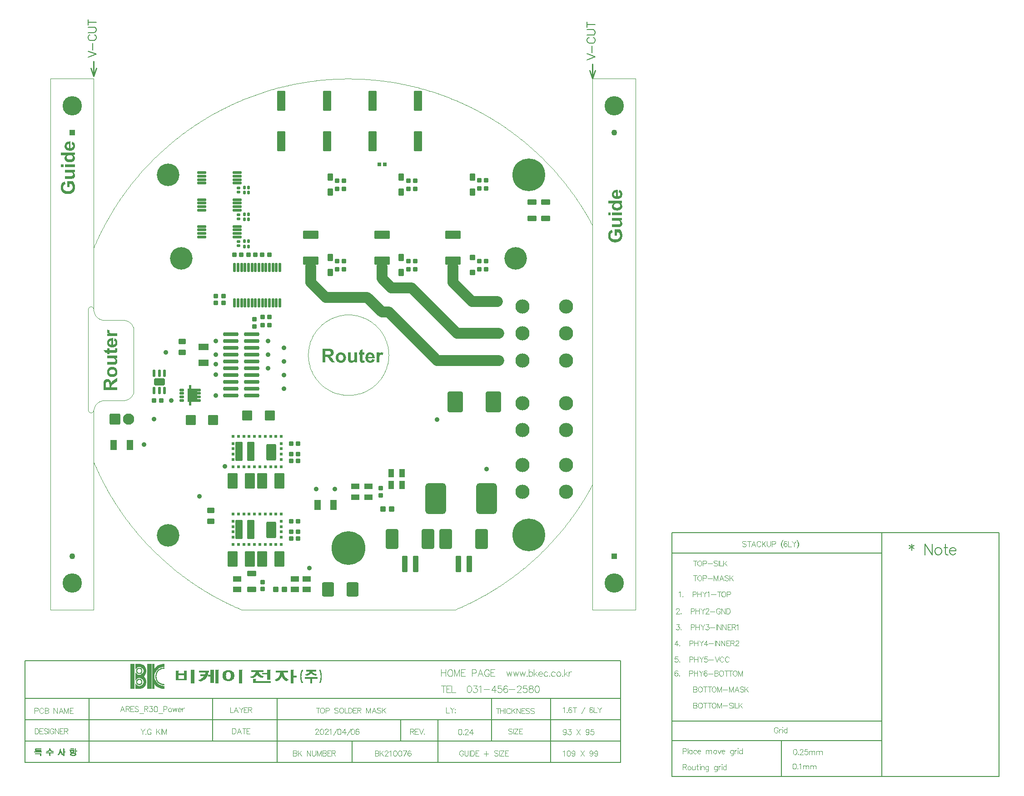
<source format=gts>
G04*
G04 #@! TF.GenerationSoftware,Altium Limited,Altium Designer,18.1.9 (240)*
G04*
G04 Layer_Color=8388736*
%FSLAX44Y44*%
%MOMM*%
G71*
G01*
G75*
%ADD12C,0.2000*%
%ADD14C,0.2540*%
%ADD18C,0.1000*%
%ADD19C,0.1800*%
%ADD21C,0.0100*%
%ADD22C,0.0254*%
%ADD23C,0.1524*%
%ADD60C,2.0000*%
G04:AMPARAMS|DCode=61|XSize=0.9mm|YSize=0.8mm|CornerRadius=0.1375mm|HoleSize=0mm|Usage=FLASHONLY|Rotation=180.000|XOffset=0mm|YOffset=0mm|HoleType=Round|Shape=RoundedRectangle|*
%AMROUNDEDRECTD61*
21,1,0.9000,0.5250,0,0,180.0*
21,1,0.6250,0.8000,0,0,180.0*
1,1,0.2750,-0.3125,0.2625*
1,1,0.2750,0.3125,0.2625*
1,1,0.2750,0.3125,-0.2625*
1,1,0.2750,-0.3125,-0.2625*
%
%ADD61ROUNDEDRECTD61*%
G04:AMPARAMS|DCode=62|XSize=1.7mm|YSize=1.1mm|CornerRadius=0.175mm|HoleSize=0mm|Usage=FLASHONLY|Rotation=0.000|XOffset=0mm|YOffset=0mm|HoleType=Round|Shape=RoundedRectangle|*
%AMROUNDEDRECTD62*
21,1,1.7000,0.7500,0,0,0.0*
21,1,1.3500,1.1000,0,0,0.0*
1,1,0.3500,0.6750,-0.3750*
1,1,0.3500,-0.6750,-0.3750*
1,1,0.3500,-0.6750,0.3750*
1,1,0.3500,0.6750,0.3750*
%
%ADD62ROUNDEDRECTD62*%
G04:AMPARAMS|DCode=63|XSize=2.259mm|YSize=2.64mm|CornerRadius=0.3199mm|HoleSize=0mm|Usage=FLASHONLY|Rotation=0.000|XOffset=0mm|YOffset=0mm|HoleType=Round|Shape=RoundedRectangle|*
%AMROUNDEDRECTD63*
21,1,2.2590,2.0003,0,0,0.0*
21,1,1.6193,2.6400,0,0,0.0*
1,1,0.6398,0.8096,-1.0001*
1,1,0.6398,-0.8096,-1.0001*
1,1,0.6398,-0.8096,1.0001*
1,1,0.6398,0.8096,1.0001*
%
%ADD63ROUNDEDRECTD63*%
%ADD64R,1.5000X1.1000*%
G04:AMPARAMS|DCode=65|XSize=3.89mm|YSize=5.75mm|CornerRadius=0.6185mm|HoleSize=0mm|Usage=FLASHONLY|Rotation=180.000|XOffset=0mm|YOffset=0mm|HoleType=Round|Shape=RoundedRectangle|*
%AMROUNDEDRECTD65*
21,1,3.8900,4.5130,0,0,180.0*
21,1,2.6530,5.7500,0,0,180.0*
1,1,1.2370,-1.3265,2.2565*
1,1,1.2370,1.3265,2.2565*
1,1,1.2370,1.3265,-2.2565*
1,1,1.2370,-1.3265,-2.2565*
%
%ADD65ROUNDEDRECTD65*%
G04:AMPARAMS|DCode=66|XSize=0.45mm|YSize=1.7mm|CornerRadius=0.1375mm|HoleSize=0mm|Usage=FLASHONLY|Rotation=0.000|XOffset=0mm|YOffset=0mm|HoleType=Round|Shape=RoundedRectangle|*
%AMROUNDEDRECTD66*
21,1,0.4500,1.4250,0,0,0.0*
21,1,0.1750,1.7000,0,0,0.0*
1,1,0.2750,0.0875,-0.7125*
1,1,0.2750,-0.0875,-0.7125*
1,1,0.2750,-0.0875,0.7125*
1,1,0.2750,0.0875,0.7125*
%
%ADD66ROUNDEDRECTD66*%
%ADD67R,1.1000X1.5000*%
G04:AMPARAMS|DCode=68|XSize=1.9mm|YSize=1.9mm|CornerRadius=0.275mm|HoleSize=0mm|Usage=FLASHONLY|Rotation=180.000|XOffset=0mm|YOffset=0mm|HoleType=Round|Shape=RoundedRectangle|*
%AMROUNDEDRECTD68*
21,1,1.9000,1.3500,0,0,180.0*
21,1,1.3500,1.9000,0,0,180.0*
1,1,0.5500,-0.6750,0.6750*
1,1,0.5500,0.6750,0.6750*
1,1,0.5500,0.6750,-0.6750*
1,1,0.5500,-0.6750,-0.6750*
%
%ADD68ROUNDEDRECTD68*%
G04:AMPARAMS|DCode=69|XSize=0.55mm|YSize=0.6mm|CornerRadius=0.1063mm|HoleSize=0mm|Usage=FLASHONLY|Rotation=0.000|XOffset=0mm|YOffset=0mm|HoleType=Round|Shape=RoundedRectangle|*
%AMROUNDEDRECTD69*
21,1,0.5500,0.3875,0,0,0.0*
21,1,0.3375,0.6000,0,0,0.0*
1,1,0.2125,0.1688,-0.1938*
1,1,0.2125,-0.1688,-0.1938*
1,1,0.2125,-0.1688,0.1938*
1,1,0.2125,0.1688,0.1938*
%
%ADD69ROUNDEDRECTD69*%
G04:AMPARAMS|DCode=70|XSize=0.55mm|YSize=0.6mm|CornerRadius=0.1063mm|HoleSize=0mm|Usage=FLASHONLY|Rotation=90.000|XOffset=0mm|YOffset=0mm|HoleType=Round|Shape=RoundedRectangle|*
%AMROUNDEDRECTD70*
21,1,0.5500,0.3875,0,0,90.0*
21,1,0.3375,0.6000,0,0,90.0*
1,1,0.2125,0.1938,0.1688*
1,1,0.2125,0.1938,-0.1688*
1,1,0.2125,-0.1938,-0.1688*
1,1,0.2125,-0.1938,0.1688*
%
%ADD70ROUNDEDRECTD70*%
G04:AMPARAMS|DCode=71|XSize=0.735mm|YSize=2.8mm|CornerRadius=0.2088mm|HoleSize=0mm|Usage=FLASHONLY|Rotation=270.000|XOffset=0mm|YOffset=0mm|HoleType=Round|Shape=RoundedRectangle|*
%AMROUNDEDRECTD71*
21,1,0.7350,2.3825,0,0,270.0*
21,1,0.3175,2.8000,0,0,270.0*
1,1,0.4175,-1.1913,-0.1588*
1,1,0.4175,-1.1913,0.1588*
1,1,0.4175,1.1913,0.1588*
1,1,0.4175,1.1913,-0.1588*
%
%ADD71ROUNDEDRECTD71*%
G04:AMPARAMS|DCode=72|XSize=1.1mm|YSize=1.4mm|CornerRadius=0.175mm|HoleSize=0mm|Usage=FLASHONLY|Rotation=90.000|XOffset=0mm|YOffset=0mm|HoleType=Round|Shape=RoundedRectangle|*
%AMROUNDEDRECTD72*
21,1,1.1000,1.0500,0,0,90.0*
21,1,0.7500,1.4000,0,0,90.0*
1,1,0.3500,0.5250,0.3750*
1,1,0.3500,0.5250,-0.3750*
1,1,0.3500,-0.5250,-0.3750*
1,1,0.3500,-0.5250,0.3750*
%
%ADD72ROUNDEDRECTD72*%
G04:AMPARAMS|DCode=73|XSize=2.3mm|YSize=3.7mm|CornerRadius=0.27mm|HoleSize=0mm|Usage=FLASHONLY|Rotation=0.000|XOffset=0mm|YOffset=0mm|HoleType=Round|Shape=RoundedRectangle|*
%AMROUNDEDRECTD73*
21,1,2.3000,3.1600,0,0,0.0*
21,1,1.7600,3.7000,0,0,0.0*
1,1,0.5400,0.8800,-1.5800*
1,1,0.5400,-0.8800,-1.5800*
1,1,0.5400,-0.8800,1.5800*
1,1,0.5400,0.8800,1.5800*
%
%ADD73ROUNDEDRECTD73*%
G04:AMPARAMS|DCode=74|XSize=1.1mm|YSize=3mm|CornerRadius=0.15mm|HoleSize=0mm|Usage=FLASHONLY|Rotation=180.000|XOffset=0mm|YOffset=0mm|HoleType=Round|Shape=RoundedRectangle|*
%AMROUNDEDRECTD74*
21,1,1.1000,2.7000,0,0,180.0*
21,1,0.8000,3.0000,0,0,180.0*
1,1,0.3000,-0.4000,1.3500*
1,1,0.3000,0.4000,1.3500*
1,1,0.3000,0.4000,-1.3500*
1,1,0.3000,-0.4000,-1.3500*
%
%ADD74ROUNDEDRECTD74*%
G04:AMPARAMS|DCode=75|XSize=0.55mm|YSize=0.55mm|CornerRadius=0.095mm|HoleSize=0mm|Usage=FLASHONLY|Rotation=180.000|XOffset=0mm|YOffset=0mm|HoleType=Round|Shape=RoundedRectangle|*
%AMROUNDEDRECTD75*
21,1,0.5500,0.3600,0,0,180.0*
21,1,0.3600,0.5500,0,0,180.0*
1,1,0.1900,-0.1800,0.1800*
1,1,0.1900,0.1800,0.1800*
1,1,0.1900,0.1800,-0.1800*
1,1,0.1900,-0.1800,-0.1800*
%
%ADD75ROUNDEDRECTD75*%
G04:AMPARAMS|DCode=76|XSize=3.05mm|YSize=1.85mm|CornerRadius=0.225mm|HoleSize=0mm|Usage=FLASHONLY|Rotation=90.000|XOffset=0mm|YOffset=0mm|HoleType=Round|Shape=RoundedRectangle|*
%AMROUNDEDRECTD76*
21,1,3.0500,1.4000,0,0,90.0*
21,1,2.6000,1.8500,0,0,90.0*
1,1,0.4500,0.7000,1.3000*
1,1,0.4500,0.7000,-1.3000*
1,1,0.4500,-0.7000,-1.3000*
1,1,0.4500,-0.7000,1.3000*
%
%ADD76ROUNDEDRECTD76*%
G04:AMPARAMS|DCode=77|XSize=3.55mm|YSize=1.4mm|CornerRadius=0.18mm|HoleSize=0mm|Usage=FLASHONLY|Rotation=90.000|XOffset=0mm|YOffset=0mm|HoleType=Round|Shape=RoundedRectangle|*
%AMROUNDEDRECTD77*
21,1,3.5500,1.0400,0,0,90.0*
21,1,3.1900,1.4000,0,0,90.0*
1,1,0.3600,0.5200,1.5950*
1,1,0.3600,0.5200,-1.5950*
1,1,0.3600,-0.5200,-1.5950*
1,1,0.3600,-0.5200,1.5950*
%
%ADD77ROUNDEDRECTD77*%
G04:AMPARAMS|DCode=78|XSize=0.9mm|YSize=0.8mm|CornerRadius=0.1375mm|HoleSize=0mm|Usage=FLASHONLY|Rotation=90.000|XOffset=0mm|YOffset=0mm|HoleType=Round|Shape=RoundedRectangle|*
%AMROUNDEDRECTD78*
21,1,0.9000,0.5250,0,0,90.0*
21,1,0.6250,0.8000,0,0,90.0*
1,1,0.2750,0.2625,0.3125*
1,1,0.2750,0.2625,-0.3125*
1,1,0.2750,-0.2625,-0.3125*
1,1,0.2750,-0.2625,0.3125*
%
%ADD78ROUNDEDRECTD78*%
G04:AMPARAMS|DCode=79|XSize=1.9mm|YSize=1.25mm|CornerRadius=0.1938mm|HoleSize=0mm|Usage=FLASHONLY|Rotation=180.000|XOffset=0mm|YOffset=0mm|HoleType=Round|Shape=RoundedRectangle|*
%AMROUNDEDRECTD79*
21,1,1.9000,0.8625,0,0,180.0*
21,1,1.5125,1.2500,0,0,180.0*
1,1,0.3875,-0.7563,0.4313*
1,1,0.3875,0.7563,0.4313*
1,1,0.3875,0.7563,-0.4313*
1,1,0.3875,-0.7563,-0.4313*
%
%ADD79ROUNDEDRECTD79*%
G04:AMPARAMS|DCode=80|XSize=1.9mm|YSize=1.25mm|CornerRadius=0.1938mm|HoleSize=0mm|Usage=FLASHONLY|Rotation=90.000|XOffset=0mm|YOffset=0mm|HoleType=Round|Shape=RoundedRectangle|*
%AMROUNDEDRECTD80*
21,1,1.9000,0.8625,0,0,90.0*
21,1,1.5125,1.2500,0,0,90.0*
1,1,0.3875,0.4313,0.7563*
1,1,0.3875,0.4313,-0.7563*
1,1,0.3875,-0.4313,-0.7563*
1,1,0.3875,-0.4313,0.7563*
%
%ADD80ROUNDEDRECTD80*%
%ADD81C,0.9000*%
G04:AMPARAMS|DCode=82|XSize=1mm|YSize=1.1mm|CornerRadius=0.1625mm|HoleSize=0mm|Usage=FLASHONLY|Rotation=180.000|XOffset=0mm|YOffset=0mm|HoleType=Round|Shape=RoundedRectangle|*
%AMROUNDEDRECTD82*
21,1,1.0000,0.7750,0,0,180.0*
21,1,0.6750,1.1000,0,0,180.0*
1,1,0.3250,-0.3375,0.3875*
1,1,0.3250,0.3375,0.3875*
1,1,0.3250,0.3375,-0.3875*
1,1,0.3250,-0.3375,-0.3875*
%
%ADD82ROUNDEDRECTD82*%
G04:AMPARAMS|DCode=83|XSize=1.9mm|YSize=2.9mm|CornerRadius=0.275mm|HoleSize=0mm|Usage=FLASHONLY|Rotation=0.000|XOffset=0mm|YOffset=0mm|HoleType=Round|Shape=RoundedRectangle|*
%AMROUNDEDRECTD83*
21,1,1.9000,2.3500,0,0,0.0*
21,1,1.3500,2.9000,0,0,0.0*
1,1,0.5500,0.6750,-1.1750*
1,1,0.5500,-0.6750,-1.1750*
1,1,0.5500,-0.6750,1.1750*
1,1,0.5500,0.6750,1.1750*
%
%ADD83ROUNDEDRECTD83*%
G04:AMPARAMS|DCode=84|XSize=0.7mm|YSize=0.75mm|CornerRadius=0.125mm|HoleSize=0mm|Usage=FLASHONLY|Rotation=180.000|XOffset=0mm|YOffset=0mm|HoleType=Round|Shape=RoundedRectangle|*
%AMROUNDEDRECTD84*
21,1,0.7000,0.5000,0,0,180.0*
21,1,0.4500,0.7500,0,0,180.0*
1,1,0.2500,-0.2250,0.2500*
1,1,0.2500,0.2250,0.2500*
1,1,0.2500,0.2250,-0.2500*
1,1,0.2500,-0.2250,-0.2500*
%
%ADD84ROUNDEDRECTD84*%
G04:AMPARAMS|DCode=85|XSize=1.3mm|YSize=1.1mm|CornerRadius=0.175mm|HoleSize=0mm|Usage=FLASHONLY|Rotation=90.000|XOffset=0mm|YOffset=0mm|HoleType=Round|Shape=RoundedRectangle|*
%AMROUNDEDRECTD85*
21,1,1.3000,0.7500,0,0,90.0*
21,1,0.9500,1.1000,0,0,90.0*
1,1,0.3500,0.3750,0.4750*
1,1,0.3500,0.3750,-0.4750*
1,1,0.3500,-0.3750,-0.4750*
1,1,0.3500,-0.3750,0.4750*
%
%ADD85ROUNDEDRECTD85*%
G04:AMPARAMS|DCode=86|XSize=0.45mm|YSize=1.7mm|CornerRadius=0.1375mm|HoleSize=0mm|Usage=FLASHONLY|Rotation=90.000|XOffset=0mm|YOffset=0mm|HoleType=Round|Shape=RoundedRectangle|*
%AMROUNDEDRECTD86*
21,1,0.4500,1.4250,0,0,90.0*
21,1,0.1750,1.7000,0,0,90.0*
1,1,0.2750,0.7125,0.0875*
1,1,0.2750,0.7125,-0.0875*
1,1,0.2750,-0.7125,-0.0875*
1,1,0.2750,-0.7125,0.0875*
%
%ADD86ROUNDEDRECTD86*%
G04:AMPARAMS|DCode=87|XSize=2mm|YSize=1.3mm|CornerRadius=0.17mm|HoleSize=0mm|Usage=FLASHONLY|Rotation=180.000|XOffset=0mm|YOffset=0mm|HoleType=Round|Shape=RoundedRectangle|*
%AMROUNDEDRECTD87*
21,1,2.0000,0.9600,0,0,180.0*
21,1,1.6600,1.3000,0,0,180.0*
1,1,0.3400,-0.8300,0.4800*
1,1,0.3400,0.8300,0.4800*
1,1,0.3400,0.8300,-0.4800*
1,1,0.3400,-0.8300,-0.4800*
%
%ADD87ROUNDEDRECTD87*%
G04:AMPARAMS|DCode=88|XSize=0.5mm|YSize=1.3mm|CornerRadius=0.09mm|HoleSize=0mm|Usage=FLASHONLY|Rotation=180.000|XOffset=0mm|YOffset=0mm|HoleType=Round|Shape=RoundedRectangle|*
%AMROUNDEDRECTD88*
21,1,0.5000,1.1200,0,0,180.0*
21,1,0.3200,1.3000,0,0,180.0*
1,1,0.1800,-0.1600,0.5600*
1,1,0.1800,0.1600,0.5600*
1,1,0.1800,0.1600,-0.5600*
1,1,0.1800,-0.1600,-0.5600*
%
%ADD88ROUNDEDRECTD88*%
G04:AMPARAMS|DCode=89|XSize=0.52mm|YSize=0.8mm|CornerRadius=0.092mm|HoleSize=0mm|Usage=FLASHONLY|Rotation=270.000|XOffset=0mm|YOffset=0mm|HoleType=Round|Shape=RoundedRectangle|*
%AMROUNDEDRECTD89*
21,1,0.5200,0.6160,0,0,270.0*
21,1,0.3360,0.8000,0,0,270.0*
1,1,0.1840,-0.3080,-0.1680*
1,1,0.1840,-0.3080,0.1680*
1,1,0.1840,0.3080,0.1680*
1,1,0.1840,0.3080,-0.1680*
%
%ADD89ROUNDEDRECTD89*%
G04:AMPARAMS|DCode=90|XSize=0.5mm|YSize=0.8mm|CornerRadius=0.09mm|HoleSize=0mm|Usage=FLASHONLY|Rotation=270.000|XOffset=0mm|YOffset=0mm|HoleType=Round|Shape=RoundedRectangle|*
%AMROUNDEDRECTD90*
21,1,0.5000,0.6200,0,0,270.0*
21,1,0.3200,0.8000,0,0,270.0*
1,1,0.1800,-0.3100,-0.1600*
1,1,0.1800,-0.3100,0.1600*
1,1,0.1800,0.3100,0.1600*
1,1,0.1800,0.3100,-0.1600*
%
%ADD90ROUNDEDRECTD90*%
G04:AMPARAMS|DCode=91|XSize=2.894mm|YSize=3.91mm|CornerRadius=0.3993mm|HoleSize=0mm|Usage=FLASHONLY|Rotation=0.000|XOffset=0mm|YOffset=0mm|HoleType=Round|Shape=RoundedRectangle|*
%AMROUNDEDRECTD91*
21,1,2.8940,3.1115,0,0,0.0*
21,1,2.0955,3.9100,0,0,0.0*
1,1,0.7985,1.0478,-1.5558*
1,1,0.7985,-1.0478,-1.5558*
1,1,0.7985,-1.0478,1.5558*
1,1,0.7985,1.0478,1.5558*
%
%ADD91ROUNDEDRECTD91*%
G04:AMPARAMS|DCode=92|XSize=3.7mm|YSize=1.6mm|CornerRadius=0.2375mm|HoleSize=0mm|Usage=FLASHONLY|Rotation=90.000|XOffset=0mm|YOffset=0mm|HoleType=Round|Shape=RoundedRectangle|*
%AMROUNDEDRECTD92*
21,1,3.7000,1.1250,0,0,90.0*
21,1,3.2250,1.6000,0,0,90.0*
1,1,0.4750,0.5625,1.6125*
1,1,0.4750,0.5625,-1.6125*
1,1,0.4750,-0.5625,-1.6125*
1,1,0.4750,-0.5625,1.6125*
%
%ADD92ROUNDEDRECTD92*%
%ADD93R,1.1000X1.1000*%
%ADD94C,1.1000*%
G04:AMPARAMS|DCode=95|XSize=1.1mm|YSize=1.1mm|CornerRadius=0.175mm|HoleSize=0mm|Usage=FLASHONLY|Rotation=270.000|XOffset=0mm|YOffset=0mm|HoleType=Round|Shape=RoundedRectangle|*
%AMROUNDEDRECTD95*
21,1,1.1000,0.7500,0,0,270.0*
21,1,0.7500,1.1000,0,0,270.0*
1,1,0.3500,-0.3750,-0.3750*
1,1,0.3500,-0.3750,0.3750*
1,1,0.3500,0.3750,0.3750*
1,1,0.3500,0.3750,-0.3750*
%
%ADD95ROUNDEDRECTD95*%
G04:AMPARAMS|DCode=96|XSize=2.9mm|YSize=1.55mm|CornerRadius=0.2313mm|HoleSize=0mm|Usage=FLASHONLY|Rotation=180.000|XOffset=0mm|YOffset=0mm|HoleType=Round|Shape=RoundedRectangle|*
%AMROUNDEDRECTD96*
21,1,2.9000,1.0875,0,0,180.0*
21,1,2.4375,1.5500,0,0,180.0*
1,1,0.4625,-1.2188,0.5438*
1,1,0.4625,1.2188,0.5438*
1,1,0.4625,1.2188,-0.5438*
1,1,0.4625,-1.2188,-0.5438*
%
%ADD96ROUNDEDRECTD96*%
%ADD97C,6.3000*%
%ADD98C,4.2000*%
%ADD99C,6.1000*%
G04:AMPARAMS|DCode=100|XSize=2.1mm|YSize=2.1mm|CornerRadius=0.35mm|HoleSize=0mm|Usage=FLASHONLY|Rotation=0.000|XOffset=0mm|YOffset=0mm|HoleType=Round|Shape=RoundedRectangle|*
%AMROUNDEDRECTD100*
21,1,2.1000,1.4000,0,0,0.0*
21,1,1.4000,2.1000,0,0,0.0*
1,1,0.7000,0.7000,-0.7000*
1,1,0.7000,-0.7000,-0.7000*
1,1,0.7000,-0.7000,0.7000*
1,1,0.7000,0.7000,0.7000*
%
%ADD100ROUNDEDRECTD100*%
%ADD101C,2.1000*%
%ADD102C,2.6400*%
%ADD103C,3.6000*%
G36*
X-517884Y385924D02*
X-517857D01*
X-517801D01*
X-517662D01*
X-517524Y385952D01*
X-517329Y385979D01*
X-517107Y386007D01*
X-516635Y386091D01*
X-516080Y386229D01*
X-515497Y386424D01*
X-514942Y386701D01*
X-514442Y387090D01*
Y387118D01*
X-514386Y387146D01*
X-514248Y387284D01*
X-514053Y387534D01*
X-513859Y387867D01*
X-513637Y388284D01*
X-513442Y388783D01*
X-513304Y389339D01*
X-513276Y389644D01*
X-513248Y389949D01*
Y390144D01*
X-513276Y390338D01*
X-513331Y390616D01*
X-513387Y390921D01*
X-513498Y391227D01*
X-513665Y391560D01*
X-513859Y391865D01*
X-513887Y391893D01*
X-513970Y392004D01*
X-514137Y392143D01*
X-514359Y392309D01*
X-514636Y392531D01*
X-514997Y392726D01*
X-515414Y392920D01*
X-515913Y393087D01*
X-515080Y397973D01*
X-515053D01*
X-514969Y397917D01*
X-514831Y397862D01*
X-514636Y397806D01*
X-514414Y397695D01*
X-514164Y397556D01*
X-513859Y397417D01*
X-513554Y397251D01*
X-512887Y396834D01*
X-512221Y396307D01*
X-511555Y395696D01*
X-511249Y395335D01*
X-510972Y394975D01*
X-510944Y394947D01*
X-510916Y394891D01*
X-510833Y394780D01*
X-510750Y394614D01*
X-510639Y394419D01*
X-510527Y394169D01*
X-510416Y393892D01*
X-510278Y393586D01*
X-510139Y393226D01*
X-510028Y392837D01*
X-509917Y392420D01*
X-509806Y391976D01*
X-509722Y391504D01*
X-509639Y390977D01*
X-509611Y390449D01*
X-509584Y389894D01*
Y389672D01*
X-509611Y389422D01*
X-509639Y389089D01*
X-509667Y388700D01*
X-509750Y388228D01*
X-509833Y387729D01*
X-509972Y387173D01*
X-510139Y386590D01*
X-510361Y386007D01*
X-510611Y385424D01*
X-510916Y384813D01*
X-511277Y384258D01*
X-511693Y383703D01*
X-512165Y383203D01*
X-512721Y382731D01*
X-512748Y382704D01*
X-512832Y382648D01*
X-512971Y382565D01*
X-513193Y382454D01*
X-513442Y382315D01*
X-513720Y382148D01*
X-514081Y381982D01*
X-514470Y381815D01*
X-514914Y381649D01*
X-515414Y381482D01*
X-515941Y381315D01*
X-516496Y381177D01*
X-517107Y381066D01*
X-517746Y380982D01*
X-518440Y380927D01*
X-519134Y380899D01*
X-519189D01*
X-519328D01*
X-519578Y380927D01*
X-519883D01*
X-520272Y380982D01*
X-520744Y381038D01*
X-521216Y381093D01*
X-521771Y381204D01*
X-522326Y381315D01*
X-522909Y381482D01*
X-523520Y381676D01*
X-524131Y381898D01*
X-524714Y382176D01*
X-525297Y382509D01*
X-525852Y382870D01*
X-526352Y383287D01*
X-526380Y383314D01*
X-526463Y383398D01*
X-526602Y383536D01*
X-526768Y383731D01*
X-526963Y383953D01*
X-527185Y384258D01*
X-527435Y384591D01*
X-527685Y384952D01*
X-527907Y385369D01*
X-528157Y385841D01*
X-528379Y386340D01*
X-528573Y386896D01*
X-528740Y387451D01*
X-528878Y388062D01*
X-528962Y388728D01*
X-528989Y389394D01*
Y389589D01*
X-528962Y389783D01*
X-528934Y390088D01*
X-528906Y390421D01*
X-528851Y390838D01*
X-528767Y391282D01*
X-528656Y391754D01*
X-528490Y392281D01*
X-528323Y392809D01*
X-528101Y393336D01*
X-527823Y393892D01*
X-527518Y394419D01*
X-527157Y394947D01*
X-526713Y395446D01*
X-526241Y395918D01*
X-526213Y395946D01*
X-526102Y396029D01*
X-525963Y396141D01*
X-525741Y396279D01*
X-525436Y396474D01*
X-525075Y396668D01*
X-524658Y396890D01*
X-524187Y397112D01*
X-523631Y397334D01*
X-522993Y397529D01*
X-522326Y397723D01*
X-521577Y397890D01*
X-520744Y398028D01*
X-519856Y398139D01*
X-518912Y398223D01*
X-517884D01*
Y385924D01*
D02*
G37*
G36*
X-510000Y372931D02*
X-512693D01*
X-512637Y372876D01*
X-512554Y372820D01*
X-512471Y372737D01*
X-512165Y372487D01*
X-511832Y372182D01*
X-511444Y371765D01*
X-511027Y371321D01*
X-510666Y370794D01*
X-510333Y370238D01*
Y370211D01*
X-510305Y370183D01*
X-510278Y370072D01*
X-510222Y369961D01*
X-510083Y369655D01*
X-509972Y369267D01*
X-509833Y368795D01*
X-509695Y368267D01*
X-509611Y367712D01*
X-509584Y367129D01*
Y366990D01*
X-509611Y366824D01*
Y366601D01*
X-509667Y366324D01*
X-509722Y365991D01*
X-509806Y365630D01*
X-509917Y365241D01*
X-510028Y364825D01*
X-510194Y364380D01*
X-510416Y363936D01*
X-510666Y363464D01*
X-510944Y363020D01*
X-511305Y362548D01*
X-511693Y362104D01*
X-512138Y361660D01*
X-512165Y361632D01*
X-512249Y361576D01*
X-512415Y361438D01*
X-512610Y361299D01*
X-512887Y361132D01*
X-513193Y360938D01*
X-513581Y360744D01*
X-513998Y360522D01*
X-514497Y360299D01*
X-515025Y360105D01*
X-515636Y359911D01*
X-516274Y359744D01*
X-516968Y359605D01*
X-517718Y359494D01*
X-518523Y359411D01*
X-519356Y359383D01*
X-519411D01*
X-519578D01*
X-519800Y359411D01*
X-520133D01*
X-520522Y359439D01*
X-520966Y359494D01*
X-521493Y359578D01*
X-522021Y359661D01*
X-522604Y359772D01*
X-523187Y359911D01*
X-523770Y360105D01*
X-524381Y360299D01*
X-524964Y360549D01*
X-525519Y360855D01*
X-526046Y361188D01*
X-526519Y361576D01*
X-526546Y361604D01*
X-526630Y361688D01*
X-526741Y361799D01*
X-526907Y361965D01*
X-527102Y362187D01*
X-527296Y362465D01*
X-527518Y362770D01*
X-527768Y363103D01*
X-527990Y363492D01*
X-528212Y363936D01*
X-528406Y364380D01*
X-528601Y364880D01*
X-528767Y365408D01*
X-528878Y365963D01*
X-528962Y366574D01*
X-528989Y367184D01*
Y367323D01*
X-528962Y367490D01*
Y367712D01*
X-528906Y367990D01*
X-528851Y368295D01*
X-528767Y368628D01*
X-528656Y369017D01*
X-528517Y369433D01*
X-528351Y369877D01*
X-528129Y370322D01*
X-527879Y370766D01*
X-527601Y371238D01*
X-527240Y371682D01*
X-526852Y372126D01*
X-526380Y372570D01*
X-535625D01*
Y377484D01*
X-510000D01*
Y372931D01*
D02*
G37*
G36*
Y350555D02*
X-528573D01*
Y355469D01*
X-510000D01*
Y350555D01*
D02*
G37*
G36*
X-531072D02*
X-535625D01*
Y355469D01*
X-531072D01*
Y350555D01*
D02*
G37*
G36*
X-510000Y340894D02*
X-512748D01*
X-512721Y340838D01*
X-512637Y340783D01*
X-512526Y340699D01*
X-512249Y340477D01*
X-511916Y340172D01*
X-511555Y339783D01*
X-511138Y339339D01*
X-510777Y338784D01*
X-510416Y338201D01*
Y338173D01*
X-510389Y338117D01*
X-510333Y338034D01*
X-510278Y337923D01*
X-510222Y337757D01*
X-510167Y337590D01*
X-510000Y337146D01*
X-509861Y336646D01*
X-509722Y336035D01*
X-509611Y335397D01*
X-509584Y334730D01*
Y334425D01*
X-509611Y334258D01*
X-509639Y334064D01*
X-509695Y333620D01*
X-509778Y333092D01*
X-509917Y332537D01*
X-510111Y331954D01*
X-510389Y331371D01*
Y331343D01*
X-510416Y331316D01*
X-510472Y331232D01*
X-510555Y331121D01*
X-510722Y330872D01*
X-510999Y330566D01*
X-511305Y330205D01*
X-511721Y329844D01*
X-512165Y329511D01*
X-512693Y329234D01*
X-512721D01*
X-512776Y329206D01*
X-512859Y329178D01*
X-512971Y329123D01*
X-513109Y329095D01*
X-513304Y329039D01*
X-513526Y328984D01*
X-513776Y328928D01*
X-514053Y328845D01*
X-514359Y328789D01*
X-514692Y328734D01*
X-515053Y328706D01*
X-515441Y328651D01*
X-515886Y328623D01*
X-516802Y328595D01*
X-528573D01*
Y333509D01*
X-520022D01*
X-519967D01*
X-519856D01*
X-519661D01*
X-519411D01*
X-519078D01*
X-518745Y333537D01*
X-518356D01*
X-517968D01*
X-517135Y333564D01*
X-516718Y333592D01*
X-516357Y333620D01*
X-515997Y333648D01*
X-515691Y333675D01*
X-515414Y333703D01*
X-515219Y333759D01*
X-515191Y333787D01*
X-515080Y333814D01*
X-514914Y333898D01*
X-514720Y333981D01*
X-514497Y334120D01*
X-514275Y334286D01*
X-514053Y334481D01*
X-513831Y334730D01*
X-513803Y334758D01*
X-513748Y334869D01*
X-513665Y335008D01*
X-513581Y335230D01*
X-513498Y335508D01*
X-513415Y335813D01*
X-513359Y336174D01*
X-513331Y336563D01*
Y336785D01*
X-513359Y337007D01*
X-513415Y337312D01*
X-513498Y337645D01*
X-513609Y338034D01*
X-513776Y338423D01*
X-513998Y338784D01*
X-514025Y338839D01*
X-514137Y338950D01*
X-514275Y339117D01*
X-514470Y339339D01*
X-514720Y339561D01*
X-515025Y339783D01*
X-515358Y339978D01*
X-515719Y340144D01*
X-515774Y340172D01*
X-515830D01*
X-515941Y340200D01*
X-516080Y340227D01*
X-516246Y340255D01*
X-516469Y340311D01*
X-516718Y340339D01*
X-517024Y340366D01*
X-517385Y340422D01*
X-517801Y340449D01*
X-518273Y340477D01*
X-518773Y340505D01*
X-519356D01*
X-519994Y340533D01*
X-520716D01*
X-528573D01*
Y345447D01*
X-510000D01*
Y340894D01*
D02*
G37*
G36*
X-513442Y323931D02*
X-513415Y323876D01*
X-513331Y323792D01*
X-513220Y323653D01*
X-513082Y323487D01*
X-512915Y323293D01*
X-512748Y323043D01*
X-512554Y322765D01*
X-512332Y322432D01*
X-512110Y322099D01*
X-511888Y321710D01*
X-511666Y321266D01*
X-511416Y320822D01*
X-511194Y320322D01*
X-510944Y319794D01*
X-510722Y319239D01*
Y319211D01*
X-510666Y319100D01*
X-510611Y318934D01*
X-510527Y318712D01*
X-510444Y318434D01*
X-510333Y318101D01*
X-510250Y317712D01*
X-510139Y317296D01*
X-510028Y316852D01*
X-509917Y316352D01*
X-509806Y315852D01*
X-509722Y315297D01*
X-509584Y314159D01*
X-509556Y313576D01*
X-509528Y312993D01*
Y312604D01*
X-509556Y312326D01*
X-509584Y311966D01*
X-509611Y311549D01*
X-509667Y311105D01*
X-509750Y310605D01*
X-509833Y310078D01*
X-509944Y309522D01*
X-510083Y308939D01*
X-510222Y308329D01*
X-510416Y307718D01*
X-510639Y307135D01*
X-510888Y306552D01*
X-511194Y305969D01*
X-511222Y305941D01*
X-511277Y305830D01*
X-511360Y305691D01*
X-511499Y305469D01*
X-511693Y305247D01*
X-511888Y304942D01*
X-512138Y304636D01*
X-512443Y304303D01*
X-512748Y303942D01*
X-513109Y303581D01*
X-513526Y303193D01*
X-513942Y302832D01*
X-514414Y302471D01*
X-514914Y302110D01*
X-515441Y301805D01*
X-516024Y301499D01*
X-516052Y301471D01*
X-516163Y301444D01*
X-516330Y301360D01*
X-516580Y301277D01*
X-516857Y301166D01*
X-517218Y301027D01*
X-517607Y300888D01*
X-518051Y300750D01*
X-518551Y300611D01*
X-519078Y300472D01*
X-519633Y300361D01*
X-520216Y300222D01*
X-520855Y300139D01*
X-521493Y300056D01*
X-522160Y300028D01*
X-522854Y300000D01*
X-522909D01*
X-523021D01*
X-523243D01*
X-523520Y300028D01*
X-523881Y300056D01*
X-524297Y300083D01*
X-524742Y300139D01*
X-525241Y300222D01*
X-525769Y300305D01*
X-526352Y300416D01*
X-526935Y300555D01*
X-527546Y300694D01*
X-528157Y300888D01*
X-528767Y301110D01*
X-529378Y301360D01*
X-529961Y301666D01*
X-529989Y301693D01*
X-530100Y301749D01*
X-530266Y301832D01*
X-530489Y301971D01*
X-530738Y302165D01*
X-531044Y302360D01*
X-531377Y302610D01*
X-531738Y302915D01*
X-532127Y303220D01*
X-532515Y303609D01*
X-532904Y303998D01*
X-533320Y304442D01*
X-533709Y304914D01*
X-534070Y305441D01*
X-534431Y305997D01*
X-534764Y306580D01*
X-534792Y306607D01*
X-534819Y306691D01*
X-534875Y306829D01*
X-534958Y307024D01*
X-535069Y307274D01*
X-535180Y307551D01*
X-535291Y307884D01*
X-535402Y308273D01*
X-535513Y308690D01*
X-535625Y309161D01*
X-535736Y309661D01*
X-535847Y310217D01*
X-535930Y310800D01*
X-535985Y311410D01*
X-536041Y312049D01*
Y313187D01*
X-536013Y313492D01*
X-535985Y313909D01*
X-535930Y314381D01*
X-535874Y314881D01*
X-535791Y315436D01*
X-535680Y316019D01*
X-535541Y316630D01*
X-535402Y317240D01*
X-535208Y317879D01*
X-534958Y318490D01*
X-534708Y319073D01*
X-534403Y319628D01*
X-534042Y320155D01*
X-534014Y320183D01*
X-533959Y320266D01*
X-533848Y320405D01*
X-533681Y320600D01*
X-533459Y320794D01*
X-533237Y321044D01*
X-532932Y321321D01*
X-532598Y321599D01*
X-532238Y321904D01*
X-531821Y322182D01*
X-531349Y322487D01*
X-530877Y322765D01*
X-530350Y323015D01*
X-529767Y323265D01*
X-529156Y323459D01*
X-528517Y323626D01*
X-527546Y318490D01*
X-527574D01*
X-527629Y318462D01*
X-527740Y318434D01*
X-527851Y318379D01*
X-528018Y318323D01*
X-528212Y318240D01*
X-528628Y318018D01*
X-529100Y317740D01*
X-529600Y317379D01*
X-530072Y316963D01*
X-530516Y316435D01*
Y316407D01*
X-530572Y316380D01*
X-530627Y316296D01*
X-530683Y316158D01*
X-530766Y316019D01*
X-530877Y315852D01*
X-530961Y315630D01*
X-531072Y315408D01*
X-531266Y314881D01*
X-531460Y314242D01*
X-531571Y313520D01*
X-531627Y312715D01*
Y312382D01*
X-531599Y312160D01*
X-531571Y311882D01*
X-531516Y311549D01*
X-531432Y311160D01*
X-531349Y310772D01*
X-531238Y310355D01*
X-531099Y309911D01*
X-530933Y309467D01*
X-530711Y309023D01*
X-530461Y308578D01*
X-530183Y308134D01*
X-529850Y307718D01*
X-529461Y307329D01*
X-529434Y307301D01*
X-529350Y307246D01*
X-529239Y307135D01*
X-529045Y307024D01*
X-528823Y306857D01*
X-528545Y306691D01*
X-528240Y306524D01*
X-527851Y306330D01*
X-527435Y306135D01*
X-526963Y305969D01*
X-526435Y305802D01*
X-525852Y305636D01*
X-525241Y305525D01*
X-524575Y305414D01*
X-523853Y305358D01*
X-523076Y305330D01*
X-523021D01*
X-522882D01*
X-522632Y305358D01*
X-522326D01*
X-521938Y305386D01*
X-521521Y305441D01*
X-521022Y305497D01*
X-520494Y305580D01*
X-519967Y305691D01*
X-519384Y305830D01*
X-518828Y305997D01*
X-518245Y306191D01*
X-517690Y306413D01*
X-517163Y306691D01*
X-516663Y306996D01*
X-516219Y307357D01*
X-516191Y307385D01*
X-516135Y307440D01*
X-515997Y307579D01*
X-515858Y307718D01*
X-515691Y307940D01*
X-515497Y308162D01*
X-515303Y308468D01*
X-515080Y308773D01*
X-514858Y309134D01*
X-514664Y309550D01*
X-514470Y309967D01*
X-514303Y310439D01*
X-514164Y310966D01*
X-514053Y311493D01*
X-513970Y312049D01*
X-513942Y312659D01*
Y312937D01*
X-513970Y313076D01*
Y313270D01*
X-514025Y313687D01*
X-514109Y314186D01*
X-514220Y314714D01*
X-514359Y315297D01*
X-514581Y315908D01*
Y315935D01*
X-514608Y315991D01*
X-514636Y316074D01*
X-514692Y316185D01*
X-514831Y316491D01*
X-515025Y316879D01*
X-515247Y317324D01*
X-515497Y317796D01*
X-515774Y318267D01*
X-516108Y318739D01*
X-519384D01*
Y312826D01*
X-523714D01*
Y323959D01*
X-513470D01*
X-513442Y323931D01*
D02*
G37*
G36*
X502116Y295924D02*
X502143D01*
X502199D01*
X502338D01*
X502477Y295952D01*
X502671Y295979D01*
X502893Y296007D01*
X503365Y296091D01*
X503920Y296229D01*
X504503Y296424D01*
X505058Y296701D01*
X505558Y297090D01*
Y297118D01*
X505614Y297146D01*
X505752Y297284D01*
X505947Y297534D01*
X506141Y297867D01*
X506363Y298284D01*
X506558Y298783D01*
X506696Y299339D01*
X506724Y299644D01*
X506752Y299949D01*
Y300144D01*
X506724Y300338D01*
X506669Y300616D01*
X506613Y300921D01*
X506502Y301227D01*
X506335Y301560D01*
X506141Y301865D01*
X506113Y301893D01*
X506030Y302004D01*
X505863Y302143D01*
X505641Y302309D01*
X505364Y302531D01*
X505003Y302726D01*
X504586Y302920D01*
X504087Y303087D01*
X504920Y307973D01*
X504947D01*
X505031Y307917D01*
X505169Y307862D01*
X505364Y307806D01*
X505586Y307695D01*
X505836Y307556D01*
X506141Y307418D01*
X506446Y307251D01*
X507113Y306835D01*
X507779Y306307D01*
X508445Y305696D01*
X508751Y305335D01*
X509028Y304974D01*
X509056Y304947D01*
X509084Y304891D01*
X509167Y304780D01*
X509250Y304614D01*
X509361Y304419D01*
X509473Y304169D01*
X509584Y303892D01*
X509722Y303586D01*
X509861Y303225D01*
X509972Y302837D01*
X510083Y302420D01*
X510194Y301976D01*
X510278Y301504D01*
X510361Y300977D01*
X510389Y300449D01*
X510416Y299894D01*
Y299672D01*
X510389Y299422D01*
X510361Y299089D01*
X510333Y298700D01*
X510250Y298228D01*
X510167Y297729D01*
X510028Y297173D01*
X509861Y296590D01*
X509639Y296007D01*
X509389Y295424D01*
X509084Y294813D01*
X508723Y294258D01*
X508307Y293703D01*
X507835Y293203D01*
X507279Y292731D01*
X507252Y292704D01*
X507168Y292648D01*
X507029Y292565D01*
X506807Y292454D01*
X506558Y292315D01*
X506280Y292148D01*
X505919Y291982D01*
X505530Y291815D01*
X505086Y291649D01*
X504586Y291482D01*
X504059Y291315D01*
X503504Y291177D01*
X502893Y291066D01*
X502254Y290982D01*
X501560Y290927D01*
X500866Y290899D01*
X500811D01*
X500672D01*
X500422Y290927D01*
X500117D01*
X499728Y290982D01*
X499256Y291038D01*
X498784Y291093D01*
X498229Y291204D01*
X497674Y291315D01*
X497091Y291482D01*
X496480Y291676D01*
X495869Y291898D01*
X495286Y292176D01*
X494703Y292509D01*
X494148Y292870D01*
X493648Y293287D01*
X493620Y293314D01*
X493537Y293398D01*
X493398Y293536D01*
X493232Y293731D01*
X493037Y293953D01*
X492815Y294258D01*
X492565Y294591D01*
X492315Y294952D01*
X492093Y295369D01*
X491843Y295841D01*
X491621Y296340D01*
X491427Y296896D01*
X491260Y297451D01*
X491122Y298062D01*
X491038Y298728D01*
X491011Y299394D01*
Y299589D01*
X491038Y299783D01*
X491066Y300088D01*
X491094Y300422D01*
X491149Y300838D01*
X491233Y301282D01*
X491344Y301754D01*
X491510Y302281D01*
X491677Y302809D01*
X491899Y303337D01*
X492177Y303892D01*
X492482Y304419D01*
X492843Y304947D01*
X493287Y305446D01*
X493759Y305918D01*
X493787Y305946D01*
X493898Y306029D01*
X494037Y306140D01*
X494259Y306279D01*
X494564Y306474D01*
X494925Y306668D01*
X495342Y306890D01*
X495813Y307112D01*
X496369Y307334D01*
X497007Y307529D01*
X497674Y307723D01*
X498423Y307889D01*
X499256Y308028D01*
X500144Y308139D01*
X501088Y308223D01*
X502116D01*
Y295924D01*
D02*
G37*
G36*
X510000Y282931D02*
X507307D01*
X507363Y282876D01*
X507446Y282820D01*
X507529Y282737D01*
X507835Y282487D01*
X508168Y282182D01*
X508556Y281765D01*
X508973Y281321D01*
X509334Y280794D01*
X509667Y280238D01*
Y280211D01*
X509695Y280183D01*
X509722Y280072D01*
X509778Y279961D01*
X509917Y279655D01*
X510028Y279267D01*
X510167Y278795D01*
X510305Y278267D01*
X510389Y277712D01*
X510416Y277129D01*
Y276990D01*
X510389Y276824D01*
Y276602D01*
X510333Y276324D01*
X510278Y275991D01*
X510194Y275630D01*
X510083Y275241D01*
X509972Y274825D01*
X509806Y274380D01*
X509584Y273936D01*
X509334Y273464D01*
X509056Y273020D01*
X508695Y272548D01*
X508307Y272104D01*
X507862Y271660D01*
X507835Y271632D01*
X507751Y271576D01*
X507585Y271438D01*
X507390Y271299D01*
X507113Y271132D01*
X506807Y270938D01*
X506419Y270744D01*
X506002Y270522D01*
X505503Y270299D01*
X504975Y270105D01*
X504364Y269911D01*
X503726Y269744D01*
X503032Y269605D01*
X502282Y269494D01*
X501477Y269411D01*
X500644Y269383D01*
X500589D01*
X500422D01*
X500200Y269411D01*
X499867D01*
X499478Y269439D01*
X499034Y269494D01*
X498507Y269578D01*
X497979Y269661D01*
X497396Y269772D01*
X496813Y269911D01*
X496230Y270105D01*
X495619Y270299D01*
X495036Y270549D01*
X494481Y270855D01*
X493954Y271188D01*
X493481Y271576D01*
X493454Y271604D01*
X493371Y271688D01*
X493259Y271799D01*
X493093Y271965D01*
X492898Y272187D01*
X492704Y272465D01*
X492482Y272770D01*
X492232Y273104D01*
X492010Y273492D01*
X491788Y273936D01*
X491594Y274380D01*
X491399Y274880D01*
X491233Y275408D01*
X491122Y275963D01*
X491038Y276574D01*
X491011Y277185D01*
Y277323D01*
X491038Y277490D01*
Y277712D01*
X491094Y277990D01*
X491149Y278295D01*
X491233Y278628D01*
X491344Y279017D01*
X491483Y279433D01*
X491649Y279877D01*
X491871Y280322D01*
X492121Y280766D01*
X492399Y281238D01*
X492760Y281682D01*
X493148Y282126D01*
X493620Y282570D01*
X484375D01*
Y287484D01*
X510000D01*
Y282931D01*
D02*
G37*
G36*
Y260555D02*
X491427D01*
Y265469D01*
X510000D01*
Y260555D01*
D02*
G37*
G36*
X488928D02*
X484375D01*
Y265469D01*
X488928D01*
Y260555D01*
D02*
G37*
G36*
X510000Y250894D02*
X507252D01*
X507279Y250838D01*
X507363Y250783D01*
X507474Y250699D01*
X507751Y250477D01*
X508084Y250172D01*
X508445Y249783D01*
X508862Y249339D01*
X509223Y248784D01*
X509584Y248201D01*
Y248173D01*
X509611Y248118D01*
X509667Y248034D01*
X509722Y247923D01*
X509778Y247757D01*
X509833Y247590D01*
X510000Y247146D01*
X510139Y246646D01*
X510278Y246035D01*
X510389Y245397D01*
X510416Y244730D01*
Y244425D01*
X510389Y244258D01*
X510361Y244064D01*
X510305Y243620D01*
X510222Y243092D01*
X510083Y242537D01*
X509889Y241954D01*
X509611Y241371D01*
Y241343D01*
X509584Y241316D01*
X509528Y241232D01*
X509445Y241121D01*
X509278Y240872D01*
X509001Y240566D01*
X508695Y240205D01*
X508279Y239844D01*
X507835Y239511D01*
X507307Y239234D01*
X507279D01*
X507224Y239206D01*
X507141Y239178D01*
X507029Y239123D01*
X506891Y239095D01*
X506696Y239039D01*
X506474Y238984D01*
X506224Y238928D01*
X505947Y238845D01*
X505641Y238789D01*
X505308Y238734D01*
X504947Y238706D01*
X504559Y238651D01*
X504114Y238623D01*
X503198Y238595D01*
X491427D01*
Y243509D01*
X499978D01*
X500033D01*
X500144D01*
X500339D01*
X500589D01*
X500922D01*
X501255Y243537D01*
X501644D01*
X502032D01*
X502865Y243564D01*
X503282Y243592D01*
X503643Y243620D01*
X504003Y243648D01*
X504309Y243675D01*
X504586Y243703D01*
X504781Y243759D01*
X504809Y243787D01*
X504920Y243814D01*
X505086Y243898D01*
X505280Y243981D01*
X505503Y244120D01*
X505725Y244286D01*
X505947Y244481D01*
X506169Y244730D01*
X506197Y244758D01*
X506252Y244869D01*
X506335Y245008D01*
X506419Y245230D01*
X506502Y245508D01*
X506585Y245813D01*
X506641Y246174D01*
X506669Y246563D01*
Y246785D01*
X506641Y247007D01*
X506585Y247312D01*
X506502Y247645D01*
X506391Y248034D01*
X506224Y248423D01*
X506002Y248784D01*
X505975Y248839D01*
X505863Y248950D01*
X505725Y249117D01*
X505530Y249339D01*
X505280Y249561D01*
X504975Y249783D01*
X504642Y249978D01*
X504281Y250144D01*
X504226Y250172D01*
X504170D01*
X504059Y250200D01*
X503920Y250227D01*
X503754Y250255D01*
X503531Y250311D01*
X503282Y250338D01*
X502976Y250366D01*
X502615Y250422D01*
X502199Y250450D01*
X501727Y250477D01*
X501227Y250505D01*
X500644D01*
X500006Y250533D01*
X499284D01*
X491427D01*
Y255447D01*
X510000D01*
Y250894D01*
D02*
G37*
G36*
X506558Y233931D02*
X506585Y233876D01*
X506669Y233792D01*
X506780Y233653D01*
X506918Y233487D01*
X507085Y233293D01*
X507252Y233043D01*
X507446Y232765D01*
X507668Y232432D01*
X507890Y232099D01*
X508112Y231710D01*
X508334Y231266D01*
X508584Y230822D01*
X508806Y230322D01*
X509056Y229794D01*
X509278Y229239D01*
Y229211D01*
X509334Y229100D01*
X509389Y228934D01*
X509473Y228712D01*
X509556Y228434D01*
X509667Y228101D01*
X509750Y227712D01*
X509861Y227296D01*
X509972Y226852D01*
X510083Y226352D01*
X510194Y225852D01*
X510278Y225297D01*
X510416Y224159D01*
X510444Y223576D01*
X510472Y222993D01*
Y222604D01*
X510444Y222326D01*
X510416Y221966D01*
X510389Y221549D01*
X510333Y221105D01*
X510250Y220605D01*
X510167Y220078D01*
X510056Y219522D01*
X509917Y218939D01*
X509778Y218329D01*
X509584Y217718D01*
X509361Y217135D01*
X509112Y216552D01*
X508806Y215969D01*
X508778Y215941D01*
X508723Y215830D01*
X508640Y215691D01*
X508501Y215469D01*
X508307Y215247D01*
X508112Y214942D01*
X507862Y214636D01*
X507557Y214303D01*
X507252Y213942D01*
X506891Y213581D01*
X506474Y213193D01*
X506058Y212832D01*
X505586Y212471D01*
X505086Y212110D01*
X504559Y211805D01*
X503976Y211499D01*
X503948Y211471D01*
X503837Y211444D01*
X503670Y211360D01*
X503420Y211277D01*
X503143Y211166D01*
X502782Y211027D01*
X502393Y210888D01*
X501949Y210750D01*
X501449Y210611D01*
X500922Y210472D01*
X500367Y210361D01*
X499784Y210222D01*
X499145Y210139D01*
X498507Y210056D01*
X497840Y210028D01*
X497146Y210000D01*
X497091D01*
X496979D01*
X496758D01*
X496480Y210028D01*
X496119Y210056D01*
X495703Y210083D01*
X495258Y210139D01*
X494759Y210222D01*
X494231Y210305D01*
X493648Y210416D01*
X493065Y210555D01*
X492454Y210694D01*
X491843Y210888D01*
X491233Y211110D01*
X490622Y211360D01*
X490039Y211666D01*
X490011Y211693D01*
X489900Y211749D01*
X489734Y211832D01*
X489511Y211971D01*
X489262Y212165D01*
X488956Y212360D01*
X488623Y212610D01*
X488262Y212915D01*
X487873Y213220D01*
X487485Y213609D01*
X487096Y213998D01*
X486680Y214442D01*
X486291Y214914D01*
X485930Y215441D01*
X485569Y215997D01*
X485236Y216580D01*
X485208Y216607D01*
X485181Y216691D01*
X485125Y216829D01*
X485042Y217024D01*
X484931Y217274D01*
X484820Y217551D01*
X484709Y217885D01*
X484598Y218273D01*
X484487Y218690D01*
X484375Y219161D01*
X484264Y219661D01*
X484153Y220217D01*
X484070Y220800D01*
X484015Y221410D01*
X483959Y222049D01*
Y223187D01*
X483987Y223492D01*
X484015Y223909D01*
X484070Y224381D01*
X484126Y224881D01*
X484209Y225436D01*
X484320Y226019D01*
X484459Y226630D01*
X484598Y227240D01*
X484792Y227879D01*
X485042Y228490D01*
X485292Y229073D01*
X485597Y229628D01*
X485958Y230155D01*
X485986Y230183D01*
X486041Y230266D01*
X486152Y230405D01*
X486319Y230599D01*
X486541Y230794D01*
X486763Y231044D01*
X487068Y231321D01*
X487402Y231599D01*
X487762Y231904D01*
X488179Y232182D01*
X488651Y232487D01*
X489123Y232765D01*
X489650Y233015D01*
X490233Y233265D01*
X490844Y233459D01*
X491483Y233626D01*
X492454Y228490D01*
X492426D01*
X492371Y228462D01*
X492260Y228434D01*
X492149Y228379D01*
X491982Y228323D01*
X491788Y228240D01*
X491372Y228018D01*
X490900Y227740D01*
X490400Y227379D01*
X489928Y226963D01*
X489484Y226435D01*
Y226407D01*
X489428Y226380D01*
X489373Y226296D01*
X489317Y226158D01*
X489234Y226019D01*
X489123Y225852D01*
X489040Y225630D01*
X488928Y225408D01*
X488734Y224881D01*
X488540Y224242D01*
X488429Y223520D01*
X488373Y222715D01*
Y222382D01*
X488401Y222160D01*
X488429Y221882D01*
X488484Y221549D01*
X488568Y221160D01*
X488651Y220772D01*
X488762Y220355D01*
X488901Y219911D01*
X489067Y219467D01*
X489289Y219023D01*
X489539Y218578D01*
X489817Y218134D01*
X490150Y217718D01*
X490539Y217329D01*
X490566Y217301D01*
X490650Y217246D01*
X490761Y217135D01*
X490955Y217024D01*
X491177Y216857D01*
X491455Y216691D01*
X491760Y216524D01*
X492149Y216330D01*
X492565Y216135D01*
X493037Y215969D01*
X493565Y215802D01*
X494148Y215636D01*
X494759Y215525D01*
X495425Y215414D01*
X496147Y215358D01*
X496924Y215330D01*
X496979D01*
X497118D01*
X497368Y215358D01*
X497674D01*
X498062Y215386D01*
X498479Y215441D01*
X498978Y215497D01*
X499506Y215580D01*
X500033Y215691D01*
X500616Y215830D01*
X501172Y215997D01*
X501755Y216191D01*
X502310Y216413D01*
X502837Y216691D01*
X503337Y216996D01*
X503781Y217357D01*
X503809Y217385D01*
X503865Y217440D01*
X504003Y217579D01*
X504142Y217718D01*
X504309Y217940D01*
X504503Y218162D01*
X504697Y218468D01*
X504920Y218773D01*
X505142Y219134D01*
X505336Y219550D01*
X505530Y219967D01*
X505697Y220439D01*
X505836Y220966D01*
X505947Y221493D01*
X506030Y222049D01*
X506058Y222659D01*
Y222937D01*
X506030Y223076D01*
Y223270D01*
X505975Y223687D01*
X505891Y224186D01*
X505780Y224714D01*
X505641Y225297D01*
X505419Y225908D01*
Y225935D01*
X505392Y225991D01*
X505364Y226074D01*
X505308Y226185D01*
X505169Y226491D01*
X504975Y226879D01*
X504753Y227324D01*
X504503Y227796D01*
X504226Y228267D01*
X503892Y228739D01*
X500616D01*
Y222826D01*
X496286D01*
Y233959D01*
X506530D01*
X506558Y233931D01*
D02*
G37*
G36*
X-444673Y45824D02*
X-444700Y45768D01*
X-444811Y45602D01*
X-444922Y45380D01*
X-445089Y45074D01*
X-445228Y44714D01*
X-445367Y44325D01*
X-445450Y43936D01*
X-445478Y43520D01*
Y43353D01*
X-445450Y43159D01*
X-445394Y42909D01*
X-445339Y42631D01*
X-445228Y42354D01*
X-445089Y42048D01*
X-444895Y41771D01*
X-444867Y41743D01*
X-444784Y41660D01*
X-444645Y41521D01*
X-444423Y41354D01*
X-444145Y41188D01*
X-443784Y40993D01*
X-443368Y40799D01*
X-442840Y40633D01*
X-442813D01*
X-442757Y40605D01*
X-442674D01*
X-442535Y40577D01*
X-442368Y40549D01*
X-442118Y40521D01*
X-441841Y40466D01*
X-441508Y40438D01*
X-441119Y40410D01*
X-440675Y40355D01*
X-440175Y40327D01*
X-439592Y40299D01*
X-438954Y40272D01*
X-438260D01*
X-437482Y40244D01*
X-436622D01*
X-430903D01*
Y35330D01*
X-449476D01*
Y39883D01*
X-446810D01*
X-446838Y39911D01*
X-446894Y39938D01*
X-446977Y39994D01*
X-447116Y40077D01*
X-447449Y40299D01*
X-447837Y40577D01*
X-448254Y40910D01*
X-448643Y41243D01*
X-449003Y41604D01*
X-449170Y41799D01*
X-449281Y41965D01*
X-449309Y42021D01*
X-449364Y42132D01*
X-449476Y42326D01*
X-449586Y42576D01*
X-449698Y42909D01*
X-449809Y43270D01*
X-449864Y43659D01*
X-449892Y44103D01*
Y44380D01*
X-449864Y44547D01*
X-449836Y44714D01*
X-449781Y45130D01*
X-449670Y45630D01*
X-449503Y46185D01*
X-449253Y46768D01*
X-448948Y47351D01*
X-444673Y45824D01*
D02*
G37*
G36*
X-438787Y19228D02*
X-438759D01*
X-438704D01*
X-438565D01*
X-438426Y19256D01*
X-438232Y19283D01*
X-438010Y19311D01*
X-437538Y19394D01*
X-436982Y19533D01*
X-436399Y19727D01*
X-435844Y20005D01*
X-435345Y20394D01*
Y20422D01*
X-435289Y20449D01*
X-435150Y20588D01*
X-434956Y20838D01*
X-434762Y21171D01*
X-434539Y21588D01*
X-434345Y22087D01*
X-434206Y22643D01*
X-434179Y22948D01*
X-434151Y23253D01*
Y23448D01*
X-434179Y23642D01*
X-434234Y23920D01*
X-434290Y24225D01*
X-434401Y24530D01*
X-434567Y24864D01*
X-434762Y25169D01*
X-434789Y25197D01*
X-434873Y25308D01*
X-435039Y25447D01*
X-435261Y25613D01*
X-435539Y25835D01*
X-435900Y26030D01*
X-436316Y26224D01*
X-436816Y26391D01*
X-435983Y31277D01*
X-435955D01*
X-435872Y31221D01*
X-435733Y31166D01*
X-435539Y31110D01*
X-435317Y30999D01*
X-435067Y30860D01*
X-434762Y30721D01*
X-434456Y30555D01*
X-433790Y30138D01*
X-433124Y29611D01*
X-432457Y29000D01*
X-432152Y28639D01*
X-431874Y28278D01*
X-431847Y28251D01*
X-431819Y28195D01*
X-431735Y28084D01*
X-431652Y27917D01*
X-431541Y27723D01*
X-431430Y27473D01*
X-431319Y27196D01*
X-431180Y26890D01*
X-431041Y26529D01*
X-430930Y26141D01*
X-430819Y25724D01*
X-430708Y25280D01*
X-430625Y24808D01*
X-430542Y24281D01*
X-430514Y23753D01*
X-430486Y23198D01*
Y22976D01*
X-430514Y22726D01*
X-430542Y22393D01*
X-430569Y22004D01*
X-430653Y21532D01*
X-430736Y21032D01*
X-430875Y20477D01*
X-431041Y19894D01*
X-431264Y19311D01*
X-431513Y18728D01*
X-431819Y18117D01*
X-432180Y17562D01*
X-432596Y17007D01*
X-433068Y16507D01*
X-433623Y16035D01*
X-433651Y16007D01*
X-433734Y15952D01*
X-433873Y15869D01*
X-434095Y15758D01*
X-434345Y15619D01*
X-434623Y15452D01*
X-434984Y15286D01*
X-435372Y15119D01*
X-435816Y14952D01*
X-436316Y14786D01*
X-436844Y14619D01*
X-437399Y14481D01*
X-438010Y14369D01*
X-438648Y14286D01*
X-439342Y14231D01*
X-440036Y14203D01*
X-440092D01*
X-440231D01*
X-440480Y14231D01*
X-440786D01*
X-441175Y14286D01*
X-441646Y14342D01*
X-442118Y14397D01*
X-442674Y14508D01*
X-443229Y14619D01*
X-443812Y14786D01*
X-444423Y14980D01*
X-445033Y15202D01*
X-445616Y15480D01*
X-446199Y15813D01*
X-446755Y16174D01*
X-447254Y16590D01*
X-447282Y16618D01*
X-447366Y16702D01*
X-447504Y16840D01*
X-447671Y17035D01*
X-447865Y17257D01*
X-448087Y17562D01*
X-448337Y17895D01*
X-448587Y18256D01*
X-448809Y18673D01*
X-449059Y19145D01*
X-449281Y19644D01*
X-449476Y20199D01*
X-449642Y20755D01*
X-449781Y21365D01*
X-449864Y22032D01*
X-449892Y22698D01*
Y22892D01*
X-449864Y23087D01*
X-449836Y23392D01*
X-449809Y23725D01*
X-449753Y24142D01*
X-449670Y24586D01*
X-449559Y25058D01*
X-449392Y25585D01*
X-449226Y26113D01*
X-449003Y26640D01*
X-448726Y27196D01*
X-448420Y27723D01*
X-448060Y28251D01*
X-447615Y28750D01*
X-447144Y29222D01*
X-447116Y29250D01*
X-447005Y29333D01*
X-446866Y29444D01*
X-446644Y29583D01*
X-446338Y29778D01*
X-445977Y29972D01*
X-445561Y30194D01*
X-445089Y30416D01*
X-444534Y30638D01*
X-443895Y30832D01*
X-443229Y31027D01*
X-442479Y31193D01*
X-441646Y31332D01*
X-440758Y31443D01*
X-439814Y31527D01*
X-438787D01*
Y19228D01*
D02*
G37*
G36*
X-431208Y12593D02*
X-431180Y12537D01*
X-431152Y12454D01*
X-431097Y12315D01*
X-431041Y12148D01*
X-430986Y11954D01*
X-430903Y11732D01*
X-430847Y11482D01*
X-430708Y10927D01*
X-430597Y10261D01*
X-430514Y9511D01*
X-430486Y8734D01*
Y8512D01*
X-430514Y8262D01*
X-430542Y7929D01*
X-430597Y7568D01*
X-430681Y7179D01*
X-430792Y6763D01*
X-430930Y6346D01*
X-430958Y6291D01*
X-431014Y6180D01*
X-431097Y5985D01*
X-431236Y5763D01*
X-431402Y5513D01*
X-431597Y5236D01*
X-431819Y5014D01*
X-432069Y4791D01*
X-432096Y4764D01*
X-432207Y4708D01*
X-432374Y4625D01*
X-432568Y4514D01*
X-432846Y4403D01*
X-433179Y4292D01*
X-433568Y4181D01*
X-433984Y4097D01*
X-434040D01*
X-434151Y4070D01*
X-434262D01*
X-434401Y4042D01*
X-434567D01*
X-434734D01*
X-434956Y4014D01*
X-435206D01*
X-435483Y3986D01*
X-435816D01*
X-436177Y3959D01*
X-436566D01*
X-436982D01*
X-437454D01*
X-445561D01*
Y1710D01*
X-449476D01*
Y3959D01*
X-453168D01*
X-456055Y8873D01*
X-449476D01*
Y12232D01*
X-445561D01*
Y8873D01*
X-438065D01*
X-438037D01*
X-437954D01*
X-437843D01*
X-437704D01*
X-437538D01*
X-437316D01*
X-436871D01*
X-436427Y8900D01*
X-435983D01*
X-435789Y8928D01*
X-435622D01*
X-435483Y8956D01*
X-435400D01*
X-435372D01*
X-435345Y8984D01*
X-435178Y9039D01*
X-434984Y9178D01*
X-434789Y9372D01*
Y9400D01*
X-434762Y9428D01*
X-434734Y9511D01*
X-434678Y9622D01*
X-434595Y9872D01*
X-434567Y10205D01*
Y10344D01*
X-434595Y10483D01*
X-434623Y10705D01*
X-434678Y10983D01*
X-434762Y11343D01*
X-434873Y11732D01*
X-435011Y12176D01*
X-431208Y12620D01*
Y12593D01*
D02*
G37*
G36*
X62047Y4864D02*
X62214Y4836D01*
X62630Y4781D01*
X63130Y4670D01*
X63685Y4503D01*
X64268Y4253D01*
X64851Y3948D01*
X63324Y-327D01*
X63268Y-300D01*
X63102Y-189D01*
X62880Y-77D01*
X62574Y89D01*
X62214Y228D01*
X61825Y367D01*
X61436Y450D01*
X61020Y478D01*
X60853D01*
X60659Y450D01*
X60409Y395D01*
X60131Y339D01*
X59854Y228D01*
X59548Y89D01*
X59271Y-105D01*
X59243Y-133D01*
X59160Y-216D01*
X59021Y-355D01*
X58854Y-577D01*
X58688Y-855D01*
X58493Y-1216D01*
X58299Y-1632D01*
X58133Y-2160D01*
Y-2187D01*
X58105Y-2243D01*
Y-2326D01*
X58077Y-2465D01*
X58049Y-2632D01*
X58021Y-2882D01*
X57966Y-3159D01*
X57938Y-3492D01*
X57910Y-3881D01*
X57855Y-4325D01*
X57827Y-4825D01*
X57799Y-5408D01*
X57772Y-6046D01*
Y-6740D01*
X57744Y-7518D01*
Y-8378D01*
Y-14097D01*
X52830D01*
Y4475D01*
X57383D01*
Y1810D01*
X57411Y1838D01*
X57438Y1894D01*
X57494Y1977D01*
X57577Y2116D01*
X57799Y2449D01*
X58077Y2837D01*
X58410Y3254D01*
X58743Y3643D01*
X59104Y4004D01*
X59299Y4170D01*
X59465Y4281D01*
X59521Y4309D01*
X59632Y4365D01*
X59826Y4475D01*
X60076Y4587D01*
X60409Y4698D01*
X60770Y4809D01*
X61159Y4864D01*
X61603Y4892D01*
X61880D01*
X62047Y4864D01*
D02*
G37*
G36*
X16128Y-14097D02*
X11575D01*
Y-11349D01*
X11520Y-11377D01*
X11464Y-11460D01*
X11381Y-11571D01*
X11159Y-11849D01*
X10854Y-12182D01*
X10465Y-12543D01*
X10021Y-12959D01*
X9465Y-13320D01*
X8882Y-13681D01*
X8855D01*
X8799Y-13709D01*
X8716Y-13764D01*
X8605Y-13820D01*
X8438Y-13875D01*
X8272Y-13931D01*
X7827Y-14097D01*
X7328Y-14236D01*
X6717Y-14375D01*
X6078Y-14486D01*
X5412Y-14514D01*
X5107D01*
X4940Y-14486D01*
X4746Y-14458D01*
X4302Y-14403D01*
X3774Y-14319D01*
X3219Y-14181D01*
X2636Y-13986D01*
X2053Y-13709D01*
X2025D01*
X1997Y-13681D01*
X1914Y-13626D01*
X1803Y-13542D01*
X1553Y-13376D01*
X1248Y-13098D01*
X887Y-12793D01*
X526Y-12376D01*
X193Y-11932D01*
X-85Y-11405D01*
Y-11377D01*
X-113Y-11321D01*
X-140Y-11238D01*
X-196Y-11127D01*
X-224Y-10988D01*
X-279Y-10794D01*
X-335Y-10572D01*
X-390Y-10322D01*
X-474Y-10044D01*
X-529Y-9739D01*
X-585Y-9406D01*
X-612Y-9045D01*
X-668Y-8656D01*
X-696Y-8212D01*
X-723Y-7296D01*
Y4475D01*
X4191D01*
Y-4075D01*
Y-4131D01*
Y-4242D01*
Y-4436D01*
Y-4686D01*
Y-5019D01*
X4218Y-5352D01*
Y-5741D01*
Y-6130D01*
X4246Y-6963D01*
X4274Y-7379D01*
X4302Y-7740D01*
X4329Y-8101D01*
X4357Y-8406D01*
X4385Y-8684D01*
X4440Y-8878D01*
X4468Y-8906D01*
X4496Y-9017D01*
X4579Y-9183D01*
X4663Y-9378D01*
X4801Y-9600D01*
X4968Y-9822D01*
X5162Y-10044D01*
X5412Y-10266D01*
X5440Y-10294D01*
X5551Y-10350D01*
X5690Y-10433D01*
X5912Y-10516D01*
X6189Y-10599D01*
X6495Y-10683D01*
X6856Y-10738D01*
X7244Y-10766D01*
X7466D01*
X7689Y-10738D01*
X7994Y-10683D01*
X8327Y-10599D01*
X8716Y-10488D01*
X9104Y-10322D01*
X9465Y-10100D01*
X9521Y-10072D01*
X9632Y-9961D01*
X9798Y-9822D01*
X10021Y-9628D01*
X10243Y-9378D01*
X10465Y-9072D01*
X10659Y-8739D01*
X10826Y-8378D01*
X10854Y-8323D01*
Y-8267D01*
X10881Y-8156D01*
X10909Y-8018D01*
X10937Y-7851D01*
X10992Y-7629D01*
X11020Y-7379D01*
X11048Y-7074D01*
X11103Y-6713D01*
X11131Y-6296D01*
X11159Y-5824D01*
X11187Y-5325D01*
Y-4742D01*
X11214Y-4103D01*
Y-3381D01*
Y4475D01*
X16128D01*
Y-14097D01*
D02*
G37*
G36*
X-36398Y11499D02*
X-36009D01*
X-35565Y11472D01*
X-35121Y11444D01*
X-34121Y11360D01*
X-33150Y11222D01*
X-32678Y11166D01*
X-32206Y11055D01*
X-31789Y10944D01*
X-31428Y10833D01*
X-31401D01*
X-31345Y10805D01*
X-31262Y10750D01*
X-31123Y10694D01*
X-30956Y10611D01*
X-30790Y10528D01*
X-30346Y10278D01*
X-29874Y9917D01*
X-29402Y9500D01*
X-28902Y8973D01*
X-28458Y8362D01*
Y8334D01*
X-28402Y8279D01*
X-28347Y8196D01*
X-28291Y8057D01*
X-28180Y7890D01*
X-28097Y7696D01*
X-27986Y7446D01*
X-27875Y7196D01*
X-27680Y6613D01*
X-27486Y5919D01*
X-27375Y5170D01*
X-27320Y4337D01*
Y4309D01*
Y4198D01*
Y4059D01*
X-27347Y3865D01*
X-27375Y3615D01*
X-27403Y3337D01*
X-27458Y3004D01*
X-27542Y2671D01*
X-27736Y1894D01*
X-27875Y1505D01*
X-28041Y1116D01*
X-28236Y700D01*
X-28458Y311D01*
X-28708Y-77D01*
X-29013Y-438D01*
X-29041Y-466D01*
X-29096Y-522D01*
X-29180Y-605D01*
X-29318Y-744D01*
X-29513Y-883D01*
X-29735Y-1049D01*
X-29985Y-1243D01*
X-30290Y-1438D01*
X-30623Y-1660D01*
X-30984Y-1854D01*
X-31401Y-2049D01*
X-31873Y-2243D01*
X-32372Y-2410D01*
X-32900Y-2576D01*
X-33483Y-2715D01*
X-34093Y-2826D01*
X-34066D01*
X-34010Y-2882D01*
X-33927Y-2909D01*
X-33816Y-2993D01*
X-33510Y-3187D01*
X-33122Y-3465D01*
X-32678Y-3770D01*
X-32206Y-4131D01*
X-31734Y-4547D01*
X-31317Y-4964D01*
X-31262Y-5019D01*
X-31206Y-5102D01*
X-31123Y-5186D01*
X-31012Y-5325D01*
X-30873Y-5491D01*
X-30707Y-5685D01*
X-30540Y-5908D01*
X-30346Y-6185D01*
X-30124Y-6491D01*
X-29874Y-6824D01*
X-29624Y-7212D01*
X-29346Y-7629D01*
X-29041Y-8101D01*
X-28708Y-8573D01*
X-28375Y-9128D01*
X-25237Y-14097D01*
X-31428D01*
X-35176Y-8517D01*
X-35204Y-8490D01*
X-35259Y-8378D01*
X-35371Y-8240D01*
X-35509Y-8045D01*
X-35648Y-7795D01*
X-35842Y-7546D01*
X-36259Y-6935D01*
X-36731Y-6296D01*
X-37175Y-5685D01*
X-37397Y-5408D01*
X-37592Y-5158D01*
X-37758Y-4936D01*
X-37925Y-4769D01*
X-37952Y-4742D01*
X-38036Y-4631D01*
X-38202Y-4520D01*
X-38397Y-4353D01*
X-38619Y-4159D01*
X-38896Y-3992D01*
X-39174Y-3825D01*
X-39479Y-3714D01*
X-39507Y-3687D01*
X-39646Y-3659D01*
X-39840Y-3603D01*
X-40118Y-3548D01*
X-40479Y-3492D01*
X-40923Y-3465D01*
X-41451Y-3409D01*
X-43116D01*
Y-14097D01*
X-48280D01*
Y11527D01*
X-36731D01*
X-36398Y11499D01*
D02*
G37*
G36*
X40587Y4864D02*
X40892Y4836D01*
X41225Y4809D01*
X41642Y4753D01*
X42086Y4670D01*
X42558Y4559D01*
X43085Y4392D01*
X43613Y4226D01*
X44140Y4004D01*
X44696Y3726D01*
X45223Y3420D01*
X45751Y3060D01*
X46250Y2615D01*
X46722Y2144D01*
X46750Y2116D01*
X46833Y2005D01*
X46944Y1866D01*
X47083Y1644D01*
X47277Y1338D01*
X47472Y978D01*
X47694Y561D01*
X47916Y89D01*
X48138Y-466D01*
X48332Y-1105D01*
X48527Y-1771D01*
X48693Y-2521D01*
X48832Y-3353D01*
X48943Y-4242D01*
X49026Y-5186D01*
Y-6213D01*
X36728D01*
Y-6241D01*
Y-6296D01*
Y-6435D01*
X36756Y-6574D01*
X36783Y-6768D01*
X36811Y-6990D01*
X36894Y-7462D01*
X37033Y-8018D01*
X37228Y-8601D01*
X37505Y-9156D01*
X37894Y-9656D01*
X37922D01*
X37949Y-9711D01*
X38088Y-9850D01*
X38338Y-10044D01*
X38671Y-10238D01*
X39088Y-10461D01*
X39587Y-10655D01*
X40143Y-10794D01*
X40448Y-10821D01*
X40753Y-10849D01*
X40948D01*
X41142Y-10821D01*
X41420Y-10766D01*
X41725Y-10710D01*
X42030Y-10599D01*
X42364Y-10433D01*
X42669Y-10238D01*
X42697Y-10211D01*
X42808Y-10127D01*
X42947Y-9961D01*
X43113Y-9739D01*
X43335Y-9461D01*
X43530Y-9100D01*
X43724Y-8684D01*
X43891Y-8184D01*
X48777Y-9017D01*
Y-9045D01*
X48721Y-9128D01*
X48666Y-9267D01*
X48610Y-9461D01*
X48499Y-9683D01*
X48360Y-9933D01*
X48221Y-10238D01*
X48055Y-10544D01*
X47638Y-11210D01*
X47111Y-11876D01*
X46500Y-12543D01*
X46139Y-12848D01*
X45778Y-13126D01*
X45751Y-13154D01*
X45695Y-13181D01*
X45584Y-13264D01*
X45417Y-13348D01*
X45223Y-13459D01*
X44973Y-13570D01*
X44696Y-13681D01*
X44390Y-13820D01*
X44029Y-13959D01*
X43641Y-14070D01*
X43224Y-14181D01*
X42780Y-14292D01*
X42308Y-14375D01*
X41781Y-14458D01*
X41253Y-14486D01*
X40698Y-14514D01*
X40476D01*
X40226Y-14486D01*
X39893Y-14458D01*
X39504Y-14431D01*
X39032Y-14347D01*
X38532Y-14264D01*
X37977Y-14125D01*
X37394Y-13959D01*
X36811Y-13736D01*
X36228Y-13487D01*
X35617Y-13181D01*
X35062Y-12820D01*
X34507Y-12404D01*
X34007Y-11932D01*
X33535Y-11377D01*
X33507Y-11349D01*
X33452Y-11266D01*
X33369Y-11127D01*
X33258Y-10905D01*
X33119Y-10655D01*
X32952Y-10377D01*
X32786Y-10016D01*
X32619Y-9628D01*
X32452Y-9183D01*
X32286Y-8684D01*
X32119Y-8156D01*
X31981Y-7601D01*
X31869Y-6990D01*
X31786Y-6352D01*
X31731Y-5658D01*
X31703Y-4964D01*
Y-4908D01*
Y-4769D01*
X31731Y-4519D01*
Y-4214D01*
X31786Y-3825D01*
X31842Y-3353D01*
X31897Y-2882D01*
X32008Y-2326D01*
X32119Y-1771D01*
X32286Y-1188D01*
X32480Y-577D01*
X32702Y34D01*
X32980Y617D01*
X33313Y1200D01*
X33674Y1755D01*
X34090Y2254D01*
X34118Y2282D01*
X34202Y2366D01*
X34340Y2504D01*
X34535Y2671D01*
X34757Y2865D01*
X35062Y3087D01*
X35395Y3337D01*
X35756Y3587D01*
X36173Y3809D01*
X36645Y4059D01*
X37144Y4281D01*
X37699Y4475D01*
X38255Y4642D01*
X38865Y4781D01*
X39532Y4864D01*
X40198Y4892D01*
X40392D01*
X40587Y4864D01*
D02*
G37*
G36*
X26372Y4475D02*
X29732D01*
Y561D01*
X26372D01*
Y-6935D01*
Y-6963D01*
Y-7046D01*
Y-7157D01*
Y-7296D01*
Y-7462D01*
Y-7684D01*
Y-8128D01*
X26400Y-8573D01*
Y-9017D01*
X26428Y-9211D01*
Y-9378D01*
X26456Y-9517D01*
Y-9600D01*
Y-9628D01*
X26484Y-9656D01*
X26539Y-9822D01*
X26678Y-10016D01*
X26872Y-10211D01*
X26900D01*
X26928Y-10238D01*
X27011Y-10266D01*
X27122Y-10322D01*
X27372Y-10405D01*
X27705Y-10433D01*
X27844D01*
X27983Y-10405D01*
X28205Y-10377D01*
X28482Y-10322D01*
X28843Y-10238D01*
X29232Y-10127D01*
X29676Y-9989D01*
X30120Y-13792D01*
X30093D01*
X30037Y-13820D01*
X29954Y-13848D01*
X29815Y-13903D01*
X29648Y-13959D01*
X29454Y-14014D01*
X29232Y-14097D01*
X28982Y-14153D01*
X28427Y-14292D01*
X27761Y-14403D01*
X27011Y-14486D01*
X26234Y-14514D01*
X26012D01*
X25762Y-14486D01*
X25429Y-14458D01*
X25068Y-14403D01*
X24679Y-14319D01*
X24263Y-14209D01*
X23846Y-14070D01*
X23791Y-14042D01*
X23680Y-13986D01*
X23485Y-13903D01*
X23263Y-13764D01*
X23013Y-13598D01*
X22736Y-13403D01*
X22514Y-13181D01*
X22292Y-12931D01*
X22264Y-12904D01*
X22208Y-12793D01*
X22125Y-12626D01*
X22014Y-12432D01*
X21903Y-12154D01*
X21792Y-11821D01*
X21681Y-11432D01*
X21597Y-11016D01*
Y-10960D01*
X21570Y-10849D01*
Y-10738D01*
X21542Y-10599D01*
Y-10433D01*
Y-10266D01*
X21514Y-10044D01*
Y-9794D01*
X21486Y-9517D01*
Y-9183D01*
X21459Y-8823D01*
Y-8434D01*
Y-8018D01*
Y-7546D01*
Y561D01*
X19210D01*
Y4475D01*
X21459D01*
Y8168D01*
X26372Y11055D01*
Y4475D01*
D02*
G37*
G36*
X-13661Y4864D02*
X-13383Y4836D01*
X-13022Y4809D01*
X-12606Y4753D01*
X-12134Y4670D01*
X-11634Y4559D01*
X-11106Y4392D01*
X-10551Y4226D01*
X-9968Y4004D01*
X-9413Y3726D01*
X-8830Y3420D01*
X-8247Y3060D01*
X-7719Y2615D01*
X-7192Y2144D01*
X-7164Y2116D01*
X-7081Y2005D01*
X-6942Y1866D01*
X-6776Y1644D01*
X-6553Y1366D01*
X-6331Y1061D01*
X-6109Y672D01*
X-5832Y256D01*
X-5582Y-216D01*
X-5360Y-744D01*
X-5110Y-1327D01*
X-4915Y-1938D01*
X-4749Y-2576D01*
X-4610Y-3270D01*
X-4527Y-3992D01*
X-4499Y-4769D01*
Y-4825D01*
Y-4964D01*
X-4527Y-5186D01*
Y-5463D01*
X-4582Y-5824D01*
X-4638Y-6241D01*
X-4721Y-6713D01*
X-4832Y-7212D01*
X-4971Y-7768D01*
X-5165Y-8323D01*
X-5387Y-8906D01*
X-5637Y-9489D01*
X-5970Y-10100D01*
X-6331Y-10655D01*
X-6748Y-11238D01*
X-7220Y-11765D01*
X-7247Y-11793D01*
X-7331Y-11876D01*
X-7497Y-12015D01*
X-7719Y-12182D01*
X-7969Y-12404D01*
X-8302Y-12626D01*
X-8663Y-12876D01*
X-9080Y-13126D01*
X-9552Y-13403D01*
X-10079Y-13653D01*
X-10634Y-13875D01*
X-11245Y-14070D01*
X-11884Y-14264D01*
X-12578Y-14403D01*
X-13300Y-14486D01*
X-14049Y-14514D01*
X-14299D01*
X-14493Y-14486D01*
X-14715D01*
X-14965Y-14458D01*
X-15271Y-14431D01*
X-15604Y-14375D01*
X-16353Y-14236D01*
X-17186Y-14042D01*
X-18047Y-13764D01*
X-18908Y-13376D01*
X-18935Y-13348D01*
X-19019Y-13320D01*
X-19130Y-13265D01*
X-19296Y-13154D01*
X-19491Y-13043D01*
X-19685Y-12876D01*
X-20212Y-12515D01*
X-20768Y-12043D01*
X-21351Y-11460D01*
X-21906Y-10766D01*
X-22406Y-9989D01*
Y-9961D01*
X-22461Y-9878D01*
X-22517Y-9766D01*
X-22600Y-9600D01*
X-22683Y-9378D01*
X-22794Y-9128D01*
X-22878Y-8823D01*
X-22989Y-8490D01*
X-23100Y-8101D01*
X-23211Y-7684D01*
X-23322Y-7240D01*
X-23405Y-6768D01*
X-23488Y-6269D01*
X-23544Y-5713D01*
X-23572Y-5158D01*
X-23599Y-4575D01*
Y-4547D01*
Y-4464D01*
Y-4325D01*
X-23572Y-4159D01*
Y-3936D01*
X-23544Y-3659D01*
X-23488Y-3381D01*
X-23461Y-3048D01*
X-23294Y-2326D01*
X-23100Y-1521D01*
X-22794Y-688D01*
X-22628Y-244D01*
X-22406Y172D01*
X-22378Y200D01*
X-22350Y283D01*
X-22267Y394D01*
X-22183Y561D01*
X-22073Y755D01*
X-21906Y977D01*
X-21545Y1477D01*
X-21045Y2032D01*
X-20462Y2615D01*
X-19796Y3171D01*
X-19019Y3670D01*
X-18991Y3698D01*
X-18908Y3726D01*
X-18797Y3781D01*
X-18630Y3865D01*
X-18408Y3948D01*
X-18158Y4059D01*
X-17880Y4170D01*
X-17575Y4281D01*
X-17214Y4392D01*
X-16825Y4503D01*
X-15993Y4698D01*
X-15076Y4836D01*
X-14577Y4892D01*
X-13883D01*
X-13661Y4864D01*
D02*
G37*
G36*
X-430903Y-5925D02*
X-433651D01*
X-433623Y-5980D01*
X-433540Y-6036D01*
X-433429Y-6119D01*
X-433151Y-6341D01*
X-432818Y-6647D01*
X-432457Y-7035D01*
X-432041Y-7479D01*
X-431680Y-8035D01*
X-431319Y-8618D01*
Y-8645D01*
X-431291Y-8701D01*
X-431236Y-8784D01*
X-431180Y-8895D01*
X-431125Y-9062D01*
X-431069Y-9228D01*
X-430903Y-9673D01*
X-430764Y-10172D01*
X-430625Y-10783D01*
X-430514Y-11422D01*
X-430486Y-12088D01*
Y-12393D01*
X-430514Y-12560D01*
X-430542Y-12754D01*
X-430597Y-13198D01*
X-430681Y-13726D01*
X-430819Y-14281D01*
X-431014Y-14864D01*
X-431291Y-15447D01*
Y-15475D01*
X-431319Y-15503D01*
X-431375Y-15586D01*
X-431458Y-15697D01*
X-431624Y-15947D01*
X-431902Y-16252D01*
X-432207Y-16613D01*
X-432624Y-16974D01*
X-433068Y-17307D01*
X-433596Y-17585D01*
X-433623D01*
X-433679Y-17613D01*
X-433762Y-17640D01*
X-433873Y-17696D01*
X-434012Y-17724D01*
X-434206Y-17779D01*
X-434428Y-17835D01*
X-434678Y-17890D01*
X-434956Y-17974D01*
X-435261Y-18029D01*
X-435594Y-18085D01*
X-435955Y-18112D01*
X-436344Y-18168D01*
X-436788Y-18196D01*
X-437704Y-18223D01*
X-449476D01*
Y-13310D01*
X-440925D01*
X-440869D01*
X-440758D01*
X-440564D01*
X-440314D01*
X-439981D01*
X-439648Y-13282D01*
X-439259D01*
X-438870D01*
X-438037Y-13254D01*
X-437621Y-13226D01*
X-437260Y-13198D01*
X-436899Y-13171D01*
X-436594Y-13143D01*
X-436316Y-13115D01*
X-436122Y-13060D01*
X-436094Y-13032D01*
X-435983Y-13004D01*
X-435816Y-12921D01*
X-435622Y-12838D01*
X-435400Y-12699D01*
X-435178Y-12532D01*
X-434956Y-12338D01*
X-434734Y-12088D01*
X-434706Y-12060D01*
X-434650Y-11949D01*
X-434567Y-11810D01*
X-434484Y-11588D01*
X-434401Y-11311D01*
X-434317Y-11005D01*
X-434262Y-10644D01*
X-434234Y-10256D01*
Y-10034D01*
X-434262Y-9811D01*
X-434317Y-9506D01*
X-434401Y-9173D01*
X-434512Y-8784D01*
X-434678Y-8396D01*
X-434900Y-8035D01*
X-434928Y-7979D01*
X-435039Y-7868D01*
X-435178Y-7702D01*
X-435372Y-7479D01*
X-435622Y-7257D01*
X-435928Y-7035D01*
X-436261Y-6841D01*
X-436622Y-6674D01*
X-436677Y-6647D01*
X-436733D01*
X-436844Y-6619D01*
X-436982Y-6591D01*
X-437149Y-6563D01*
X-437371Y-6508D01*
X-437621Y-6480D01*
X-437926Y-6452D01*
X-438287Y-6397D01*
X-438704Y-6369D01*
X-439176Y-6341D01*
X-439675Y-6313D01*
X-440258D01*
X-440897Y-6286D01*
X-441619D01*
X-449476D01*
Y-1372D01*
X-430903D01*
Y-5925D01*
D02*
G37*
G36*
X-439814Y-22027D02*
X-439537D01*
X-439176Y-22082D01*
X-438759Y-22138D01*
X-438287Y-22221D01*
X-437788Y-22332D01*
X-437232Y-22471D01*
X-436677Y-22665D01*
X-436094Y-22887D01*
X-435511Y-23137D01*
X-434900Y-23470D01*
X-434345Y-23831D01*
X-433762Y-24248D01*
X-433235Y-24720D01*
X-433207Y-24748D01*
X-433124Y-24831D01*
X-432985Y-24997D01*
X-432818Y-25220D01*
X-432596Y-25469D01*
X-432374Y-25803D01*
X-432124Y-26163D01*
X-431874Y-26580D01*
X-431597Y-27052D01*
X-431347Y-27579D01*
X-431125Y-28135D01*
X-430930Y-28745D01*
X-430736Y-29384D01*
X-430597Y-30078D01*
X-430514Y-30800D01*
X-430486Y-31549D01*
Y-31799D01*
X-430514Y-31993D01*
Y-32215D01*
X-430542Y-32465D01*
X-430569Y-32771D01*
X-430625Y-33104D01*
X-430764Y-33853D01*
X-430958Y-34686D01*
X-431236Y-35547D01*
X-431624Y-36408D01*
X-431652Y-36435D01*
X-431680Y-36519D01*
X-431735Y-36630D01*
X-431847Y-36796D01*
X-431958Y-36991D01*
X-432124Y-37185D01*
X-432485Y-37712D01*
X-432957Y-38268D01*
X-433540Y-38851D01*
X-434234Y-39406D01*
X-435011Y-39906D01*
X-435039D01*
X-435122Y-39961D01*
X-435233Y-40017D01*
X-435400Y-40100D01*
X-435622Y-40183D01*
X-435872Y-40294D01*
X-436177Y-40378D01*
X-436511Y-40489D01*
X-436899Y-40600D01*
X-437316Y-40711D01*
X-437760Y-40822D01*
X-438232Y-40905D01*
X-438731Y-40988D01*
X-439287Y-41044D01*
X-439842Y-41072D01*
X-440425Y-41099D01*
X-440453D01*
X-440536D01*
X-440675D01*
X-440841Y-41072D01*
X-441063D01*
X-441341Y-41044D01*
X-441619Y-40988D01*
X-441952Y-40961D01*
X-442674Y-40794D01*
X-443479Y-40600D01*
X-444312Y-40294D01*
X-444756Y-40128D01*
X-445172Y-39906D01*
X-445200Y-39878D01*
X-445283Y-39850D01*
X-445394Y-39767D01*
X-445561Y-39684D01*
X-445755Y-39573D01*
X-445977Y-39406D01*
X-446477Y-39045D01*
X-447032Y-38545D01*
X-447615Y-37962D01*
X-448171Y-37296D01*
X-448670Y-36519D01*
X-448698Y-36491D01*
X-448726Y-36408D01*
X-448781Y-36297D01*
X-448865Y-36130D01*
X-448948Y-35908D01*
X-449059Y-35658D01*
X-449170Y-35380D01*
X-449281Y-35075D01*
X-449392Y-34714D01*
X-449503Y-34325D01*
X-449698Y-33493D01*
X-449836Y-32576D01*
X-449892Y-32077D01*
Y-31383D01*
X-449864Y-31161D01*
X-449836Y-30883D01*
X-449809Y-30522D01*
X-449753Y-30106D01*
X-449670Y-29634D01*
X-449559Y-29134D01*
X-449392Y-28606D01*
X-449226Y-28051D01*
X-449003Y-27468D01*
X-448726Y-26913D01*
X-448420Y-26330D01*
X-448060Y-25747D01*
X-447615Y-25220D01*
X-447144Y-24692D01*
X-447116Y-24664D01*
X-447005Y-24581D01*
X-446866Y-24442D01*
X-446644Y-24276D01*
X-446366Y-24053D01*
X-446061Y-23831D01*
X-445672Y-23609D01*
X-445256Y-23332D01*
X-444784Y-23082D01*
X-444256Y-22860D01*
X-443673Y-22610D01*
X-443062Y-22415D01*
X-442424Y-22249D01*
X-441730Y-22110D01*
X-441008Y-22027D01*
X-440231Y-21999D01*
X-440175D01*
X-440036D01*
X-439814Y-22027D01*
D02*
G37*
G36*
X-430903Y-48928D02*
X-436483Y-52676D01*
X-436511Y-52704D01*
X-436622Y-52760D01*
X-436760Y-52871D01*
X-436955Y-53009D01*
X-437205Y-53148D01*
X-437454Y-53343D01*
X-438065Y-53759D01*
X-438704Y-54231D01*
X-439314Y-54675D01*
X-439592Y-54897D01*
X-439842Y-55092D01*
X-440064Y-55258D01*
X-440231Y-55425D01*
X-440258Y-55452D01*
X-440369Y-55536D01*
X-440480Y-55702D01*
X-440647Y-55897D01*
X-440841Y-56119D01*
X-441008Y-56396D01*
X-441175Y-56674D01*
X-441286Y-56979D01*
X-441313Y-57007D01*
X-441341Y-57146D01*
X-441397Y-57340D01*
X-441452Y-57618D01*
X-441508Y-57979D01*
X-441535Y-58423D01*
X-441591Y-58951D01*
Y-60616D01*
X-430903D01*
Y-65780D01*
X-456527D01*
Y-54231D01*
X-456499Y-53898D01*
Y-53509D01*
X-456472Y-53065D01*
X-456444Y-52621D01*
X-456361Y-51621D01*
X-456222Y-50650D01*
X-456166Y-50178D01*
X-456055Y-49706D01*
X-455944Y-49289D01*
X-455833Y-48928D01*
Y-48901D01*
X-455805Y-48845D01*
X-455750Y-48762D01*
X-455694Y-48623D01*
X-455611Y-48456D01*
X-455528Y-48290D01*
X-455278Y-47846D01*
X-454917Y-47374D01*
X-454500Y-46902D01*
X-453973Y-46402D01*
X-453362Y-45958D01*
X-453334D01*
X-453279Y-45902D01*
X-453196Y-45847D01*
X-453057Y-45791D01*
X-452890Y-45680D01*
X-452696Y-45597D01*
X-452446Y-45486D01*
X-452196Y-45375D01*
X-451613Y-45181D01*
X-450919Y-44986D01*
X-450169Y-44875D01*
X-449337Y-44820D01*
X-449309D01*
X-449198D01*
X-449059D01*
X-448865Y-44847D01*
X-448615Y-44875D01*
X-448337Y-44903D01*
X-448004Y-44958D01*
X-447671Y-45042D01*
X-446894Y-45236D01*
X-446505Y-45375D01*
X-446116Y-45541D01*
X-445700Y-45736D01*
X-445311Y-45958D01*
X-444922Y-46208D01*
X-444562Y-46513D01*
X-444534Y-46541D01*
X-444478Y-46596D01*
X-444395Y-46680D01*
X-444256Y-46818D01*
X-444117Y-47013D01*
X-443951Y-47235D01*
X-443756Y-47485D01*
X-443562Y-47790D01*
X-443340Y-48123D01*
X-443146Y-48484D01*
X-442951Y-48901D01*
X-442757Y-49373D01*
X-442590Y-49872D01*
X-442424Y-50400D01*
X-442285Y-50983D01*
X-442174Y-51593D01*
Y-51566D01*
X-442118Y-51510D01*
X-442091Y-51427D01*
X-442007Y-51316D01*
X-441813Y-51010D01*
X-441535Y-50622D01*
X-441230Y-50178D01*
X-440869Y-49706D01*
X-440453Y-49234D01*
X-440036Y-48817D01*
X-439981Y-48762D01*
X-439897Y-48706D01*
X-439814Y-48623D01*
X-439675Y-48512D01*
X-439509Y-48373D01*
X-439314Y-48207D01*
X-439092Y-48040D01*
X-438815Y-47846D01*
X-438509Y-47624D01*
X-438176Y-47374D01*
X-437788Y-47124D01*
X-437371Y-46846D01*
X-436899Y-46541D01*
X-436427Y-46208D01*
X-435872Y-45875D01*
X-430903Y-42737D01*
Y-48928D01*
D02*
G37*
G36*
X-292902Y-56007D02*
X-292808Y-56036D01*
X-292721Y-56082D01*
X-292645Y-56145D01*
X-292582Y-56221D01*
X-292536Y-56308D01*
X-292507Y-56402D01*
X-292498Y-56500D01*
X-292498Y-62748D01*
X-282500Y-62748D01*
X-282402Y-62757D01*
X-282308Y-62786D01*
X-282221Y-62832D01*
X-282145Y-62895D01*
X-282082Y-62971D01*
X-282036Y-63058D01*
X-282007Y-63152D01*
X-281998Y-63250D01*
X-281998Y-86750D01*
X-282007Y-86848D01*
X-282036Y-86942D01*
X-282082Y-87029D01*
X-282145Y-87105D01*
X-282221Y-87168D01*
X-282308Y-87214D01*
X-282402Y-87243D01*
X-282500Y-87252D01*
X-292498Y-87252D01*
X-292498Y-93500D01*
X-292507Y-93598D01*
X-292536Y-93692D01*
X-292582Y-93779D01*
X-292645Y-93855D01*
X-292721Y-93918D01*
X-292808Y-93964D01*
X-292902Y-93993D01*
X-293000Y-94002D01*
X-297000Y-94002D01*
X-297098Y-93993D01*
X-297192Y-93964D01*
X-297279Y-93918D01*
X-297355Y-93855D01*
X-297418Y-93779D01*
X-297464Y-93692D01*
X-297493Y-93598D01*
X-297502Y-93500D01*
X-297502Y-87252D01*
X-299500D01*
X-299598Y-87243D01*
X-299692Y-87214D01*
X-299779Y-87168D01*
X-299855Y-87105D01*
X-299918Y-87029D01*
X-299964Y-86942D01*
X-299993Y-86848D01*
X-300002Y-86750D01*
Y-63250D01*
X-299993Y-63152D01*
X-299964Y-63058D01*
X-299918Y-62971D01*
X-299855Y-62895D01*
X-299779Y-62832D01*
X-299692Y-62786D01*
X-299598Y-62757D01*
X-299500Y-62748D01*
X-297502Y-62748D01*
X-297502Y-56500D01*
X-297493Y-56402D01*
X-297464Y-56308D01*
X-297418Y-56221D01*
X-297355Y-56145D01*
X-297279Y-56082D01*
X-297192Y-56036D01*
X-297098Y-56007D01*
X-297000Y-55998D01*
X-293000Y-55998D01*
X-292902Y-56007D01*
D02*
G37*
%LPC*%
G36*
X-520883Y393336D02*
X-520910D01*
X-520966D01*
X-521077D01*
X-521244Y393309D01*
X-521410Y393281D01*
X-521605Y393253D01*
X-522077Y393170D01*
X-522604Y393031D01*
X-523131Y392837D01*
X-523659Y392587D01*
X-524103Y392226D01*
X-524159Y392170D01*
X-524270Y392032D01*
X-524464Y391810D01*
X-524686Y391504D01*
X-524880Y391143D01*
X-525075Y390699D01*
X-525186Y390199D01*
X-525241Y389672D01*
Y389505D01*
X-525214Y389394D01*
X-525186Y389117D01*
X-525103Y388728D01*
X-524964Y388312D01*
X-524742Y387867D01*
X-524436Y387451D01*
X-524270Y387229D01*
X-524048Y387034D01*
X-523992Y386979D01*
X-523826Y386868D01*
X-523576Y386701D01*
X-523215Y386507D01*
X-522771Y386313D01*
X-522215Y386146D01*
X-521605Y386035D01*
X-520883Y386007D01*
Y393336D01*
D02*
G37*
G36*
X-518690Y372598D02*
X-519217D01*
X-519245D01*
X-519356D01*
X-519522D01*
X-519744Y372570D01*
X-519994D01*
X-520300Y372543D01*
X-520633Y372515D01*
X-520994Y372459D01*
X-521743Y372321D01*
X-522521Y372098D01*
X-523215Y371821D01*
X-523548Y371627D01*
X-523826Y371432D01*
X-523853D01*
X-523881Y371377D01*
X-524048Y371238D01*
X-524270Y370988D01*
X-524547Y370627D01*
X-524797Y370211D01*
X-525019Y369711D01*
X-525186Y369128D01*
X-525214Y368823D01*
X-525241Y368489D01*
Y368323D01*
X-525214Y368212D01*
X-525158Y367879D01*
X-525075Y367462D01*
X-524908Y367018D01*
X-524658Y366518D01*
X-524492Y366268D01*
X-524297Y366046D01*
X-524075Y365796D01*
X-523826Y365574D01*
X-523798D01*
X-523770Y365519D01*
X-523687Y365463D01*
X-523576Y365380D01*
X-523409Y365297D01*
X-523243Y365213D01*
X-523021Y365102D01*
X-522798Y364991D01*
X-522521Y364880D01*
X-522215Y364769D01*
X-521855Y364686D01*
X-521493Y364603D01*
X-521105Y364519D01*
X-520661Y364464D01*
X-520189Y364436D01*
X-519689Y364408D01*
X-519661D01*
X-519550D01*
X-519411D01*
X-519217D01*
X-518967Y364436D01*
X-518690Y364464D01*
X-518356D01*
X-518051Y364519D01*
X-517329Y364603D01*
X-516635Y364741D01*
X-515941Y364936D01*
X-515663Y365075D01*
X-515386Y365213D01*
X-515358Y365241D01*
X-515303Y365269D01*
X-515219Y365352D01*
X-515080Y365435D01*
X-514775Y365713D01*
X-514442Y366074D01*
X-514081Y366546D01*
X-513776Y367101D01*
X-513637Y367434D01*
X-513554Y367767D01*
X-513498Y368128D01*
X-513470Y368517D01*
Y368684D01*
X-513498Y368795D01*
X-513554Y369128D01*
X-513637Y369516D01*
X-513803Y369961D01*
X-514081Y370460D01*
X-514220Y370682D01*
X-514414Y370932D01*
X-514636Y371182D01*
X-514886Y371404D01*
X-514914Y371432D01*
X-514942Y371460D01*
X-515053Y371515D01*
X-515164Y371599D01*
X-515303Y371682D01*
X-515497Y371793D01*
X-515719Y371904D01*
X-515969Y372015D01*
X-516246Y372126D01*
X-516580Y372210D01*
X-516940Y372321D01*
X-517329Y372404D01*
X-517746Y372487D01*
X-518190Y372543D01*
X-518690Y372598D01*
D02*
G37*
G36*
X499117Y303337D02*
X499090D01*
X499034D01*
X498923D01*
X498756Y303309D01*
X498590Y303281D01*
X498395Y303253D01*
X497924Y303170D01*
X497396Y303031D01*
X496869Y302837D01*
X496341Y302587D01*
X495897Y302226D01*
X495841Y302171D01*
X495730Y302032D01*
X495536Y301810D01*
X495314Y301504D01*
X495120Y301143D01*
X494925Y300699D01*
X494814Y300199D01*
X494759Y299672D01*
Y299505D01*
X494786Y299394D01*
X494814Y299117D01*
X494897Y298728D01*
X495036Y298312D01*
X495258Y297867D01*
X495564Y297451D01*
X495730Y297229D01*
X495952Y297034D01*
X496008Y296979D01*
X496174Y296868D01*
X496424Y296701D01*
X496785Y296507D01*
X497229Y296313D01*
X497785Y296146D01*
X498395Y296035D01*
X499117Y296007D01*
Y303337D01*
D02*
G37*
G36*
X501311Y282598D02*
X500783D01*
X500755D01*
X500644D01*
X500478D01*
X500256Y282570D01*
X500006D01*
X499700Y282543D01*
X499367Y282515D01*
X499006Y282459D01*
X498257Y282320D01*
X497479Y282098D01*
X496785Y281821D01*
X496452Y281626D01*
X496174Y281432D01*
X496147D01*
X496119Y281377D01*
X495952Y281238D01*
X495730Y280988D01*
X495453Y280627D01*
X495203Y280211D01*
X494981Y279711D01*
X494814Y279128D01*
X494786Y278822D01*
X494759Y278489D01*
Y278323D01*
X494786Y278212D01*
X494842Y277879D01*
X494925Y277462D01*
X495092Y277018D01*
X495342Y276518D01*
X495508Y276268D01*
X495703Y276046D01*
X495925Y275796D01*
X496174Y275574D01*
X496202D01*
X496230Y275519D01*
X496313Y275463D01*
X496424Y275380D01*
X496591Y275297D01*
X496758Y275213D01*
X496979Y275102D01*
X497202Y274991D01*
X497479Y274880D01*
X497785Y274769D01*
X498146Y274686D01*
X498507Y274603D01*
X498895Y274519D01*
X499339Y274464D01*
X499811Y274436D01*
X500311Y274408D01*
X500339D01*
X500450D01*
X500589D01*
X500783D01*
X501033Y274436D01*
X501311Y274464D01*
X501644D01*
X501949Y274519D01*
X502671Y274603D01*
X503365Y274741D01*
X504059Y274936D01*
X504337Y275075D01*
X504614Y275213D01*
X504642Y275241D01*
X504697Y275269D01*
X504781Y275352D01*
X504920Y275436D01*
X505225Y275713D01*
X505558Y276074D01*
X505919Y276546D01*
X506224Y277101D01*
X506363Y277434D01*
X506446Y277768D01*
X506502Y278128D01*
X506530Y278517D01*
Y278684D01*
X506502Y278795D01*
X506446Y279128D01*
X506363Y279517D01*
X506197Y279961D01*
X505919Y280460D01*
X505780Y280683D01*
X505586Y280932D01*
X505364Y281182D01*
X505114Y281404D01*
X505086Y281432D01*
X505058Y281460D01*
X504947Y281515D01*
X504836Y281599D01*
X504697Y281682D01*
X504503Y281793D01*
X504281Y281904D01*
X504031Y282015D01*
X503754Y282126D01*
X503420Y282209D01*
X503060Y282320D01*
X502671Y282404D01*
X502254Y282487D01*
X501810Y282543D01*
X501311Y282598D01*
D02*
G37*
G36*
X-441785Y26640D02*
X-441813D01*
X-441869D01*
X-441980D01*
X-442146Y26613D01*
X-442313Y26585D01*
X-442507Y26557D01*
X-442979Y26474D01*
X-443507Y26335D01*
X-444034Y26141D01*
X-444562Y25891D01*
X-445006Y25530D01*
X-445061Y25474D01*
X-445172Y25336D01*
X-445367Y25113D01*
X-445589Y24808D01*
X-445783Y24447D01*
X-445977Y24003D01*
X-446088Y23503D01*
X-446144Y22976D01*
Y22809D01*
X-446116Y22698D01*
X-446088Y22420D01*
X-446005Y22032D01*
X-445866Y21615D01*
X-445644Y21171D01*
X-445339Y20755D01*
X-445172Y20533D01*
X-444950Y20338D01*
X-444895Y20283D01*
X-444728Y20172D01*
X-444478Y20005D01*
X-444117Y19811D01*
X-443673Y19617D01*
X-443118Y19450D01*
X-442507Y19339D01*
X-441785Y19311D01*
Y26640D01*
D02*
G37*
G36*
X-37564Y7196D02*
X-43116D01*
Y672D01*
X-38397D01*
X-38063Y700D01*
X-37314D01*
X-36509Y755D01*
X-35759Y811D01*
X-35426Y839D01*
X-35121Y866D01*
X-34843Y922D01*
X-34649Y977D01*
X-34593Y1005D01*
X-34482Y1033D01*
X-34316Y1116D01*
X-34121Y1227D01*
X-33871Y1366D01*
X-33622Y1560D01*
X-33400Y1782D01*
X-33177Y2060D01*
X-33150Y2088D01*
X-33094Y2199D01*
X-33011Y2366D01*
X-32900Y2588D01*
X-32817Y2865D01*
X-32733Y3198D01*
X-32678Y3587D01*
X-32650Y4004D01*
Y4031D01*
Y4059D01*
Y4226D01*
X-32678Y4448D01*
X-32733Y4753D01*
X-32817Y5086D01*
X-32955Y5419D01*
X-33122Y5753D01*
X-33344Y6086D01*
X-33372Y6113D01*
X-33483Y6224D01*
X-33622Y6363D01*
X-33844Y6502D01*
X-34121Y6697D01*
X-34454Y6835D01*
X-34871Y6974D01*
X-35315Y7085D01*
X-35343D01*
X-35454Y7113D01*
X-35676D01*
X-35815Y7141D01*
X-36231D01*
X-36509Y7168D01*
X-37175D01*
X-37564Y7196D01*
D02*
G37*
G36*
X40476Y1144D02*
X40309D01*
X40198Y1116D01*
X39920Y1089D01*
X39532Y1005D01*
X39115Y866D01*
X38671Y644D01*
X38255Y339D01*
X38033Y172D01*
X37838Y-50D01*
X37783Y-105D01*
X37672Y-272D01*
X37505Y-522D01*
X37311Y-883D01*
X37116Y-1327D01*
X36950Y-1882D01*
X36839Y-2493D01*
X36811Y-3215D01*
X44140D01*
Y-3187D01*
Y-3131D01*
Y-3020D01*
X44113Y-2854D01*
X44085Y-2687D01*
X44057Y-2493D01*
X43974Y-2021D01*
X43835Y-1493D01*
X43641Y-966D01*
X43391Y-438D01*
X43030Y6D01*
X42974Y61D01*
X42835Y172D01*
X42613Y367D01*
X42308Y589D01*
X41947Y783D01*
X41503Y978D01*
X41003Y1089D01*
X40476Y1144D01*
D02*
G37*
G36*
X-14077Y894D02*
X-14271D01*
X-14382Y866D01*
X-14549Y839D01*
X-14743Y811D01*
X-15187Y700D01*
X-15715Y533D01*
X-16242Y283D01*
X-16520Y117D01*
X-16770Y-77D01*
X-17047Y-327D01*
X-17297Y-577D01*
Y-605D01*
X-17353Y-633D01*
X-17408Y-744D01*
X-17492Y-855D01*
X-17603Y-994D01*
X-17714Y-1188D01*
X-17825Y-1410D01*
X-17936Y-1660D01*
X-18047Y-1938D01*
X-18158Y-2271D01*
X-18269Y-2604D01*
X-18380Y-2993D01*
X-18463Y-3409D01*
X-18519Y-3853D01*
X-18547Y-4325D01*
X-18575Y-4825D01*
Y-4853D01*
Y-4936D01*
Y-5102D01*
X-18547Y-5269D01*
Y-5519D01*
X-18519Y-5769D01*
X-18463Y-6074D01*
X-18408Y-6407D01*
X-18269Y-7074D01*
X-18047Y-7795D01*
X-17714Y-8462D01*
X-17520Y-8795D01*
X-17297Y-9072D01*
X-17270Y-9100D01*
X-17242Y-9128D01*
X-17159Y-9211D01*
X-17075Y-9295D01*
X-16770Y-9517D01*
X-16409Y-9794D01*
X-15937Y-10072D01*
X-15382Y-10294D01*
X-14771Y-10461D01*
X-14438Y-10488D01*
X-14077Y-10516D01*
X-13883D01*
X-13744Y-10488D01*
X-13605Y-10461D01*
X-13411Y-10433D01*
X-12967Y-10322D01*
X-12439Y-10155D01*
X-11911Y-9905D01*
X-11634Y-9739D01*
X-11356Y-9544D01*
X-11106Y-9322D01*
X-10857Y-9072D01*
X-10829Y-9045D01*
X-10801Y-8989D01*
X-10746Y-8906D01*
X-10662Y-8795D01*
X-10551Y-8656D01*
X-10440Y-8462D01*
X-10329Y-8240D01*
X-10190Y-7990D01*
X-10079Y-7712D01*
X-9968Y-7379D01*
X-9857Y-7018D01*
X-9746Y-6657D01*
X-9663Y-6241D01*
X-9607Y-5796D01*
X-9552Y-5297D01*
Y-4797D01*
Y-4769D01*
Y-4686D01*
Y-4520D01*
X-9579Y-4353D01*
Y-4103D01*
X-9607Y-3853D01*
X-9663Y-3548D01*
X-9718Y-3242D01*
X-9857Y-2548D01*
X-10107Y-1854D01*
X-10412Y-1188D01*
X-10634Y-855D01*
X-10857Y-577D01*
X-10884Y-549D01*
X-10912Y-522D01*
X-10995Y-438D01*
X-11079Y-355D01*
X-11356Y-105D01*
X-11745Y172D01*
X-12217Y422D01*
X-12772Y672D01*
X-13383Y839D01*
X-13716Y866D01*
X-14077Y894D01*
D02*
G37*
G36*
X-439703Y-27052D02*
X-440203D01*
X-440231D01*
X-440314D01*
X-440480D01*
X-440647Y-27080D01*
X-440897D01*
X-441147Y-27107D01*
X-441452Y-27163D01*
X-441758Y-27218D01*
X-442452Y-27357D01*
X-443146Y-27607D01*
X-443812Y-27912D01*
X-444145Y-28135D01*
X-444423Y-28357D01*
X-444450Y-28384D01*
X-444478Y-28412D01*
X-444562Y-28495D01*
X-444645Y-28579D01*
X-444895Y-28856D01*
X-445172Y-29245D01*
X-445422Y-29717D01*
X-445672Y-30272D01*
X-445839Y-30883D01*
X-445866Y-31216D01*
X-445894Y-31577D01*
Y-31771D01*
X-445866Y-31882D01*
X-445839Y-32049D01*
X-445811Y-32243D01*
X-445700Y-32687D01*
X-445533Y-33215D01*
X-445283Y-33742D01*
X-445117Y-34020D01*
X-444922Y-34270D01*
X-444673Y-34548D01*
X-444423Y-34797D01*
X-444395D01*
X-444367Y-34853D01*
X-444256Y-34908D01*
X-444145Y-34992D01*
X-444006Y-35103D01*
X-443812Y-35214D01*
X-443590Y-35325D01*
X-443340Y-35436D01*
X-443062Y-35547D01*
X-442729Y-35658D01*
X-442396Y-35769D01*
X-442007Y-35880D01*
X-441591Y-35963D01*
X-441147Y-36019D01*
X-440675Y-36047D01*
X-440175Y-36075D01*
X-440147D01*
X-440064D01*
X-439897D01*
X-439731Y-36047D01*
X-439481D01*
X-439231Y-36019D01*
X-438926Y-35963D01*
X-438593Y-35908D01*
X-437926Y-35769D01*
X-437205Y-35547D01*
X-436538Y-35214D01*
X-436205Y-35020D01*
X-435928Y-34797D01*
X-435900Y-34770D01*
X-435872Y-34742D01*
X-435789Y-34659D01*
X-435705Y-34575D01*
X-435483Y-34270D01*
X-435206Y-33909D01*
X-434928Y-33437D01*
X-434706Y-32882D01*
X-434539Y-32271D01*
X-434512Y-31938D01*
X-434484Y-31577D01*
Y-31383D01*
X-434512Y-31244D01*
X-434539Y-31105D01*
X-434567Y-30911D01*
X-434678Y-30466D01*
X-434845Y-29939D01*
X-435095Y-29411D01*
X-435261Y-29134D01*
X-435456Y-28856D01*
X-435678Y-28606D01*
X-435928Y-28357D01*
X-435955Y-28329D01*
X-436011Y-28301D01*
X-436094Y-28245D01*
X-436205Y-28162D01*
X-436344Y-28051D01*
X-436538Y-27940D01*
X-436760Y-27829D01*
X-437010Y-27690D01*
X-437288Y-27579D01*
X-437621Y-27468D01*
X-437982Y-27357D01*
X-438343Y-27246D01*
X-438759Y-27163D01*
X-439203Y-27107D01*
X-439703Y-27052D01*
D02*
G37*
G36*
X-449003Y-50150D02*
X-449031D01*
X-449059D01*
X-449226D01*
X-449448Y-50178D01*
X-449753Y-50233D01*
X-450086Y-50317D01*
X-450419Y-50455D01*
X-450752Y-50622D01*
X-451086Y-50844D01*
X-451113Y-50872D01*
X-451225Y-50983D01*
X-451363Y-51122D01*
X-451502Y-51344D01*
X-451697Y-51621D01*
X-451835Y-51954D01*
X-451974Y-52371D01*
X-452085Y-52815D01*
Y-52843D01*
X-452113Y-52954D01*
Y-53176D01*
X-452141Y-53315D01*
Y-53731D01*
X-452168Y-54009D01*
Y-54675D01*
X-452196Y-55064D01*
Y-60616D01*
X-445672D01*
Y-55897D01*
X-445700Y-55564D01*
Y-54814D01*
X-445755Y-54009D01*
X-445811Y-53259D01*
X-445839Y-52926D01*
X-445866Y-52621D01*
X-445922Y-52343D01*
X-445977Y-52149D01*
X-446005Y-52093D01*
X-446033Y-51982D01*
X-446116Y-51816D01*
X-446227Y-51621D01*
X-446366Y-51371D01*
X-446560Y-51122D01*
X-446782Y-50900D01*
X-447060Y-50677D01*
X-447088Y-50650D01*
X-447199Y-50594D01*
X-447366Y-50511D01*
X-447588Y-50400D01*
X-447865Y-50317D01*
X-448198Y-50233D01*
X-448587Y-50178D01*
X-449003Y-50150D01*
D02*
G37*
%LPD*%
D12*
X602500Y-369068D02*
X994330D01*
X602500Y-785998D02*
Y-331568D01*
X806830Y-785998D02*
Y-718998D01*
X994330Y-785998D02*
Y-331568D01*
Y-785998D02*
Y-331498D01*
X602500Y-785998D02*
X994330D01*
X1212500D01*
X602500Y-718998D02*
X994330D01*
X602500Y-682998D02*
X994330D01*
X602500Y-331568D02*
X994330D01*
Y-331498D02*
X1212500D01*
X1212500Y-785998D01*
X1049761Y-352504D02*
Y-363930D01*
X1045000Y-355361D02*
X1054522Y-361074D01*
Y-355361D02*
X1045000Y-361074D01*
X1074327Y-352504D02*
Y-372500D01*
Y-352504D02*
X1087657Y-372500D01*
Y-352504D02*
Y-372500D01*
X1097941Y-359170D02*
X1096037Y-360122D01*
X1094132Y-362026D01*
X1093180Y-364883D01*
Y-366787D01*
X1094132Y-369644D01*
X1096037Y-371548D01*
X1097941Y-372500D01*
X1100798D01*
X1102702Y-371548D01*
X1104606Y-369644D01*
X1105558Y-366787D01*
Y-364883D01*
X1104606Y-362026D01*
X1102702Y-360122D01*
X1100798Y-359170D01*
X1097941D01*
X1112795Y-352504D02*
Y-368691D01*
X1113747Y-371548D01*
X1115651Y-372500D01*
X1117556D01*
X1109939Y-359170D02*
X1116604D01*
X1120412Y-364883D02*
X1131839D01*
Y-362978D01*
X1130886Y-361074D01*
X1129934Y-360122D01*
X1128030Y-359170D01*
X1125173D01*
X1123269Y-360122D01*
X1121365Y-362026D01*
X1120412Y-364883D01*
Y-366787D01*
X1121365Y-369644D01*
X1123269Y-371548D01*
X1125173Y-372500D01*
X1128030D01*
X1129934Y-371548D01*
X1131839Y-369644D01*
D14*
X-480080Y535240D02*
X-475000Y520000D01*
X-469920Y535240D01*
X-475000Y520000D02*
Y537500D01*
Y547500D01*
X449920Y530240D02*
X455000Y515000D01*
X460080Y530240D01*
X455000Y515000D02*
Y532500D01*
Y542500D01*
D18*
X-57057Y-657752D02*
Y-667750D01*
X-60390Y-657752D02*
X-53725D01*
X-49678D02*
X-50630Y-658228D01*
X-51582Y-659180D01*
X-52058Y-660132D01*
X-52534Y-661561D01*
Y-663941D01*
X-52058Y-665369D01*
X-51582Y-666321D01*
X-50630Y-667274D01*
X-49678Y-667750D01*
X-47774D01*
X-46821Y-667274D01*
X-45869Y-666321D01*
X-45393Y-665369D01*
X-44917Y-663941D01*
Y-661561D01*
X-45393Y-660132D01*
X-45869Y-659180D01*
X-46821Y-658228D01*
X-47774Y-657752D01*
X-49678D01*
X-42584Y-662989D02*
X-38300D01*
X-36871Y-662513D01*
X-36395Y-662037D01*
X-35919Y-661085D01*
Y-659656D01*
X-36395Y-658704D01*
X-36871Y-658228D01*
X-38300Y-657752D01*
X-42584D01*
Y-667750D01*
X-19161Y-659180D02*
X-20113Y-658228D01*
X-21541Y-657752D01*
X-23445D01*
X-24874Y-658228D01*
X-25826Y-659180D01*
Y-660132D01*
X-25350Y-661085D01*
X-24874Y-661561D01*
X-23922Y-662037D01*
X-21065Y-662989D01*
X-20113Y-663465D01*
X-19637Y-663941D01*
X-19161Y-664893D01*
Y-666321D01*
X-20113Y-667274D01*
X-21541Y-667750D01*
X-23445D01*
X-24874Y-667274D01*
X-25826Y-666321D01*
X-14067Y-657752D02*
X-15019Y-658228D01*
X-15971Y-659180D01*
X-16447Y-660132D01*
X-16923Y-661561D01*
Y-663941D01*
X-16447Y-665369D01*
X-15971Y-666321D01*
X-15019Y-667274D01*
X-14067Y-667750D01*
X-12162D01*
X-11210Y-667274D01*
X-10258Y-666321D01*
X-9782Y-665369D01*
X-9306Y-663941D01*
Y-661561D01*
X-9782Y-660132D01*
X-10258Y-659180D01*
X-11210Y-658228D01*
X-12162Y-657752D01*
X-14067D01*
X-6973D02*
Y-667750D01*
X-1260D01*
X-165Y-657752D02*
Y-667750D01*
Y-657752D02*
X3168D01*
X4596Y-658228D01*
X5548Y-659180D01*
X6024Y-660132D01*
X6500Y-661561D01*
Y-663941D01*
X6024Y-665369D01*
X5548Y-666321D01*
X4596Y-667274D01*
X3168Y-667750D01*
X-165D01*
X14927Y-657752D02*
X8738D01*
Y-667750D01*
X14927D01*
X8738Y-662513D02*
X12547D01*
X16594Y-657752D02*
Y-667750D01*
Y-657752D02*
X20878D01*
X22307Y-658228D01*
X22783Y-658704D01*
X23259Y-659656D01*
Y-660608D01*
X22783Y-661561D01*
X22307Y-662037D01*
X20878Y-662513D01*
X16594D01*
X19926D02*
X23259Y-667750D01*
X33352Y-657752D02*
Y-667750D01*
Y-657752D02*
X37160Y-667750D01*
X40969Y-657752D02*
X37160Y-667750D01*
X40969Y-657752D02*
Y-667750D01*
X51443D02*
X47635Y-657752D01*
X43826Y-667750D01*
X45254Y-664417D02*
X50015D01*
X60441Y-659180D02*
X59489Y-658228D01*
X58061Y-657752D01*
X56157D01*
X54728Y-658228D01*
X53776Y-659180D01*
Y-660132D01*
X54252Y-661085D01*
X54728Y-661561D01*
X55680Y-662037D01*
X58537Y-662989D01*
X59489Y-663465D01*
X59965Y-663941D01*
X60441Y-664893D01*
Y-666321D01*
X59489Y-667274D01*
X58061Y-667750D01*
X56157D01*
X54728Y-667274D01*
X53776Y-666321D01*
X62679Y-657752D02*
Y-667750D01*
X69344Y-657752D02*
X62679Y-664417D01*
X65059Y-662037D02*
X69344Y-667750D01*
X-480000Y-107500D02*
X-477500Y-106830D01*
X-475670Y-105000D01*
X-475000Y-102500D01*
X-475000Y85000D02*
X-474829Y82389D01*
X-474319Y79824D01*
X-473478Y77346D01*
X-472321Y75000D01*
X-470867Y72825D01*
X-469142Y70858D01*
X-467175Y69133D01*
X-465000Y67680D01*
X-462654Y66522D01*
X-460176Y65682D01*
X-457611Y65171D01*
X-455000Y65000D01*
X-485000Y-102500D02*
X-484330Y-105000D01*
X-482500Y-106830D01*
X-480000Y-107500D01*
X-400000Y45000D02*
X-400171Y47611D01*
X-400681Y50176D01*
X-401522Y52654D01*
X-402679Y55000D01*
X-404133Y57175D01*
X-405858Y59142D01*
X-407825Y60867D01*
X-410000Y62320D01*
X-412346Y63478D01*
X-414824Y64318D01*
X-417389Y64829D01*
X-420000Y65000D01*
Y-85000D02*
X-417389Y-84829D01*
X-414824Y-84319D01*
X-412346Y-83478D01*
X-410000Y-82320D01*
X-407825Y-80867D01*
X-405858Y-79142D01*
X-404133Y-77175D01*
X-402679Y-75000D01*
X-401522Y-72654D01*
X-400681Y-70176D01*
X-400171Y-67611D01*
X-400000Y-65000D01*
X-480000Y90000D02*
X-482500Y89330D01*
X-484330Y87500D01*
X-485000Y85000D01*
X-475000Y85000D02*
X-475670Y87500D01*
X-477500Y89330D01*
X-480000Y90000D01*
X198997Y-475000D02*
X201341Y-474011D01*
X203680Y-473011D01*
X206014Y-471999D01*
X208342Y-470976D01*
X210666Y-469941D01*
X212985Y-468895D01*
X215298Y-467837D01*
X217606Y-466768D01*
X219909Y-465688D01*
X222206Y-464596D01*
X224498Y-463493D01*
X226784Y-462378D01*
X229065Y-461253D01*
X231341Y-460116D01*
X233610Y-458968D01*
X235875Y-457808D01*
X238133Y-456637D01*
X240385Y-455456D01*
X242632Y-454263D01*
X244873Y-453059D01*
X247107Y-451844D01*
X249336Y-450618D01*
X251559Y-449381D01*
X253775Y-448133D01*
X255985Y-446874D01*
X258189Y-445604D01*
X260387Y-444324D01*
X262578Y-443032D01*
X264763Y-441730D01*
X266942Y-440417D01*
X269114Y-439093D01*
X271279Y-437758D01*
X273438Y-436413D01*
X275590Y-435057D01*
X277736Y-433691D01*
X279874Y-432314D01*
X282006Y-430926D01*
X284131Y-429528D01*
X286249Y-428120D01*
X288360Y-426701D01*
X290464Y-425271D01*
X292561Y-423831D01*
X294651Y-422381D01*
X296733Y-420921D01*
X298809Y-419450D01*
X300877Y-417969D01*
X302938Y-416478D01*
X304991Y-414977D01*
X307037Y-413465D01*
X309075Y-411944D01*
X311106Y-410412D01*
X313129Y-408871D01*
X315145Y-407319D01*
X317153Y-405757D01*
X319153Y-404186D01*
X321145Y-402605D01*
X323130Y-401014D01*
X325107Y-399413D01*
X327075Y-397802D01*
X329036Y-396182D01*
X330989Y-394552D01*
X332934Y-392912D01*
X334870Y-391263D01*
X336799Y-389605D01*
X338719Y-387936D01*
X340631Y-386259D01*
X342534Y-384571D01*
X344430Y-382875D01*
X346316Y-381169D01*
X348195Y-379454D01*
X350065Y-377730D01*
X351926Y-375996D01*
X353779Y-374253D01*
X355623Y-372501D01*
X357458Y-370740D01*
X359285Y-368970D01*
X361103Y-367191D01*
X362912Y-365403D01*
X364713Y-363606D01*
X366504Y-361801D01*
X368287Y-359986D01*
X370060Y-358163D01*
X371825Y-356330D01*
X373580Y-354490D01*
X375326Y-352640D01*
X377063Y-350782D01*
X378792Y-348915D01*
X380510Y-347040D01*
X382220Y-345157D01*
X383920Y-343265D01*
X385610Y-341364D01*
X387292Y-339456D01*
X388964Y-337539D01*
X390626Y-335613D01*
X392279Y-333680D01*
X393922Y-331738D01*
X395556Y-329789D01*
X397180Y-327831D01*
X398794Y-325865D01*
X400399Y-323892D01*
X401994Y-321910D01*
X403579Y-319921D01*
X405154Y-317924D01*
X406719Y-315919D01*
X408274Y-313906D01*
X409820Y-311886D01*
X411355Y-309858D01*
X412881Y-307822D01*
X414396Y-305779D01*
X415901Y-303729D01*
X417396Y-301671D01*
X418881Y-299606D01*
X420356Y-297533D01*
X421820Y-295453D01*
X423274Y-293366D01*
X424718Y-291272D01*
X426152Y-289171D01*
X427575Y-287062D01*
X428987Y-284947D01*
X430390Y-282825D01*
X431781Y-280696D01*
X433162Y-278560D01*
X434533Y-276417D01*
X435893Y-274267D01*
X437242Y-272111D01*
X438581Y-269948D01*
X439909Y-267779D01*
X441226Y-265603D01*
X442532Y-263420D01*
X443828Y-261231D01*
X445113Y-259036D01*
X446387Y-256834D01*
X447650Y-254627D01*
X448902Y-252412D01*
X450143Y-250192D01*
X451373Y-247966D01*
X452593Y-245733D01*
X453801Y-243495D01*
X454998Y-241251D01*
X455000Y241247D02*
X453806Y243486D01*
X452600Y245720D01*
X451383Y247948D01*
X450156Y250170D01*
X448917Y252385D01*
X447668Y254595D01*
X446408Y256798D01*
X445137Y258995D01*
X443855Y261186D01*
X442562Y263370D01*
X441259Y265548D01*
X439944Y267720D01*
X438620Y269885D01*
X437284Y272043D01*
X435938Y274195D01*
X434581Y276341D01*
X433214Y278479D01*
X431836Y280611D01*
X430448Y282736D01*
X429049Y284854D01*
X427640Y286965D01*
X426220Y289069D01*
X424790Y291167D01*
X423350Y293257D01*
X421900Y295340D01*
X420439Y297416D01*
X418968Y299484D01*
X417487Y301546D01*
X415995Y303600D01*
X414494Y305646D01*
X412983Y307685D01*
X411461Y309717D01*
X409930Y311741D01*
X408388Y313758D01*
X406837Y315767D01*
X405276Y317768D01*
X403704Y319762D01*
X402124Y321748D01*
X400533Y323726D01*
X398932Y325696D01*
X397322Y327658D01*
X395703Y329613D01*
X394073Y331559D01*
X392434Y333497D01*
X390786Y335427D01*
X389128Y337349D01*
X387461Y339263D01*
X385784Y341169D01*
X384097Y343066D01*
X382402Y344955D01*
X380697Y346835D01*
X378983Y348708D01*
X377260Y350571D01*
X375527Y352426D01*
X373786Y354273D01*
X372035Y356111D01*
X370275Y357940D01*
X368507Y359761D01*
X366729Y361573D01*
X364943Y363376D01*
X363147Y365170D01*
X361343Y366955D01*
X359530Y368732D01*
X357708Y370499D01*
X355878Y372258D01*
X354039Y374007D01*
X352191Y375748D01*
X350335Y377479D01*
X348470Y379201D01*
X346597Y380914D01*
X344715Y382618D01*
X342825Y384312D01*
X340927Y385997D01*
X339020Y387673D01*
X337105Y389339D01*
X335182Y390996D01*
X333251Y392643D01*
X331312Y394281D01*
X329365Y395909D01*
X327410Y397527D01*
X325446Y399136D01*
X323475Y400736D01*
X321496Y402325D01*
X319509Y403905D01*
X317514Y405474D01*
X315512Y407034D01*
X313502Y408585D01*
X311485Y410125D01*
X309459Y411655D01*
X307427Y413175D01*
X305387Y414685D01*
X303339Y416186D01*
X301284Y417676D01*
X299222Y419155D01*
X297152Y420625D01*
X295076Y422085D01*
X292992Y423534D01*
X290901Y424973D01*
X288803Y426401D01*
X286698Y427820D01*
X284585Y429227D01*
X282466Y430625D01*
X280341Y432012D01*
X278208Y433388D01*
X276068Y434754D01*
X273922Y436110D01*
X271770Y437454D01*
X269610Y438788D01*
X267444Y440112D01*
X265272Y441425D01*
X263093Y442727D01*
X260908Y444018D01*
X258716Y445299D01*
X256518Y446568D01*
X254314Y447827D01*
X252104Y449075D01*
X249888Y450312D01*
X247665Y451539D01*
X245436Y452754D01*
X243202Y453958D01*
X240962Y455151D01*
X238715Y456333D01*
X236463Y457504D01*
X234206Y458664D01*
X231942Y459813D01*
X229673Y460950D01*
X227398Y462077D01*
X225118Y463192D01*
X222833Y464296D01*
X220541Y465388D01*
X218245Y466470D01*
X215943Y467540D01*
X213636Y468599D01*
X211324Y469646D01*
X209007Y470682D01*
X206684Y471706D01*
X204357Y472719D01*
X202025Y473720D01*
X199687Y474710D01*
X197345Y475689D01*
X194998Y476656D01*
X192647Y477611D01*
X190290Y478555D01*
X187929Y479487D01*
X185564Y480407D01*
X183194Y481316D01*
X180819Y482213D01*
X178440Y483098D01*
X176057Y483972D01*
X173670Y484834D01*
X171278Y485684D01*
X168882Y486522D01*
X166482Y487349D01*
X164078Y488163D01*
X161670Y488966D01*
X159258Y489757D01*
X156842Y490536D01*
X154423Y491303D01*
X152000Y492058D01*
X149572Y492801D01*
X147142Y493532D01*
X144707Y494252D01*
X142270Y494959D01*
X139829Y495654D01*
X137384Y496337D01*
X134936Y497008D01*
X132485Y497667D01*
X130030Y498314D01*
X127573Y498949D01*
X125112Y499572D01*
X122648Y500182D01*
X120181Y500781D01*
X117712Y501367D01*
X115239Y501941D01*
X112764Y502503D01*
X110286Y503053D01*
X107805Y503590D01*
X105322Y504115D01*
X102836Y504628D01*
X100347Y505129D01*
X97857Y505617D01*
X95363Y506094D01*
X92868Y506558D01*
X90370Y507009D01*
X87870Y507448D01*
X85368Y507875D01*
X82864Y508290D01*
X80358Y508692D01*
X77849Y509082D01*
X75339Y509459D01*
X72828Y509825D01*
X70314Y510177D01*
X67798Y510518D01*
X65282Y510846D01*
X62763Y511161D01*
X60243Y511464D01*
X57721Y511755D01*
X55198Y512033D01*
X52674Y512299D01*
X50148Y512553D01*
X47621Y512794D01*
X45093Y513022D01*
X42564Y513238D01*
X40034Y513442D01*
X37503Y513633D01*
X34971Y513811D01*
X32438Y513977D01*
X29905Y514131D01*
X27370Y514272D01*
X24835Y514401D01*
X22300Y514517D01*
X19763Y514621D01*
X17227Y514712D01*
X14690Y514790D01*
X12152Y514857D01*
X9615Y514910D01*
X7077Y514951D01*
X4539Y514980D01*
X2000Y514996D01*
X-538Y515000D01*
X-3076Y514991D01*
X-5614Y514969D01*
X-8152Y514935D01*
X-10690Y514889D01*
X-13228Y514830D01*
X-15765Y514759D01*
X-18302Y514675D01*
X-20838Y514578D01*
X-23375Y514469D01*
X-25910Y514348D01*
X-28445Y514214D01*
X-30979Y514067D01*
X-33512Y513909D01*
X-36044Y513737D01*
X-38576Y513553D01*
X-41107Y513357D01*
X-43636Y513148D01*
X-46165Y512927D01*
X-48692Y512693D01*
X-51219Y512447D01*
X-53744Y512188D01*
X-56268Y511917D01*
X-58790Y511633D01*
X-61311Y511337D01*
X-63830Y511029D01*
X-66349Y510708D01*
X-68865Y510375D01*
X-71379Y510029D01*
X-73892Y509671D01*
X-76403Y509301D01*
X-78913Y508918D01*
X-81420Y508523D01*
X-83925Y508116D01*
X-86429Y507696D01*
X-88930Y507264D01*
X-91429Y506819D01*
X-93926Y506362D01*
X-96420Y505893D01*
X-98913Y505412D01*
X-101403Y504918D01*
X-103890Y504412D01*
X-106375Y503894D01*
X-108857Y503364D01*
X-111336Y502821D01*
X-113813Y502266D01*
X-116287Y501699D01*
X-118759Y501120D01*
X-121227Y500529D01*
X-123693Y499925D01*
X-126155Y499309D01*
X-128615Y498682D01*
X-131071Y498042D01*
X-133524Y497389D01*
X-135974Y496725D01*
X-138420Y496049D01*
X-140864Y495361D01*
X-143303Y494661D01*
X-145740Y493948D01*
X-148172Y493224D01*
X-150602Y492488D01*
X-153027Y491740D01*
X-155449Y490979D01*
X-157867Y490207D01*
X-160281Y489423D01*
X-162691Y488627D01*
X-165098Y487819D01*
X-167500Y487000D01*
X-169898Y486168D01*
X-172292Y485325D01*
X-174682Y484470D01*
X-177068Y483603D01*
X-179449Y482724D01*
X-181826Y481834D01*
X-184199Y480932D01*
X-186567Y480019D01*
X-188931Y479093D01*
X-191290Y478156D01*
X-193644Y477207D01*
X-195994Y476247D01*
X-198339Y475276D01*
X-200679Y474292D01*
X-203014Y473297D01*
X-205344Y472291D01*
X-207669Y471273D01*
X-209990Y470244D01*
X-212305Y469203D01*
X-214615Y468151D01*
X-216919Y467088D01*
X-219219Y466013D01*
X-221513Y464927D01*
X-223802Y463829D01*
X-226085Y462721D01*
X-228363Y461601D01*
X-230636Y460470D01*
X-232902Y459327D01*
X-235163Y458174D01*
X-237419Y457009D01*
X-239668Y455834D01*
X-241912Y454647D01*
X-244150Y453449D01*
X-246382Y452240D01*
X-248608Y451020D01*
X-250828Y449789D01*
X-253041Y448548D01*
X-255249Y447295D01*
X-257451Y446032D01*
X-259646Y444757D01*
X-261835Y443472D01*
X-264017Y442176D01*
X-266193Y440870D01*
X-268363Y439552D01*
X-270526Y438224D01*
X-272683Y436886D01*
X-274833Y435536D01*
X-276976Y434176D01*
X-279113Y432806D01*
X-281242Y431425D01*
X-283365Y430034D01*
X-285481Y428632D01*
X-287591Y427220D01*
X-289693Y425797D01*
X-291788Y424364D01*
X-293876Y422921D01*
X-295957Y421467D01*
X-298030Y420003D01*
X-300097Y418529D01*
X-302156Y417045D01*
X-304208Y415551D01*
X-306252Y414047D01*
X-308289Y412532D01*
X-310319Y411008D01*
X-312341Y409473D01*
X-314355Y407929D01*
X-316362Y406375D01*
X-318361Y404810D01*
X-320352Y403236D01*
X-322336Y401652D01*
X-324311Y400059D01*
X-326279Y398456D01*
X-328239Y396843D01*
X-330191Y395220D01*
X-332135Y393588D01*
X-334071Y391946D01*
X-335999Y390295D01*
X-337918Y388634D01*
X-339829Y386964D01*
X-341733Y385284D01*
X-343627Y383595D01*
X-345514Y381897D01*
X-347392Y380189D01*
X-349262Y378473D01*
X-351123Y376746D01*
X-352975Y375011D01*
X-354819Y373267D01*
X-356655Y371514D01*
X-358481Y369751D01*
X-360299Y367980D01*
X-362109Y366200D01*
X-363909Y364411D01*
X-365701Y362613D01*
X-367484Y360806D01*
X-369258Y358990D01*
X-371022Y357166D01*
X-372778Y355333D01*
X-374525Y353491D01*
X-376263Y351641D01*
X-377991Y349782D01*
X-379711Y347915D01*
X-381421Y346039D01*
X-383122Y344155D01*
X-384813Y342263D01*
X-386496Y340362D01*
X-388168Y338453D01*
X-389832Y336536D01*
X-391486Y334610D01*
X-393130Y332677D01*
X-394765Y330735D01*
X-396390Y328785D01*
X-398006Y326828D01*
X-399612Y324862D01*
X-401208Y322888D01*
X-402795Y320907D01*
X-404372Y318918D01*
X-405938Y316921D01*
X-407496Y314916D01*
X-409043Y312904D01*
X-410580Y310884D01*
X-412107Y308857D01*
X-413624Y306822D01*
X-415132Y304780D01*
X-416629Y302730D01*
X-418116Y300673D01*
X-419593Y298608D01*
X-421059Y296537D01*
X-422516Y294458D01*
X-423962Y292372D01*
X-425398Y290279D01*
X-426823Y288179D01*
X-428238Y286071D01*
X-429643Y283957D01*
X-431037Y281836D01*
X-432421Y279708D01*
X-433795Y277574D01*
X-435158Y275432D01*
X-436510Y273284D01*
X-437851Y271129D01*
X-439182Y268968D01*
X-440503Y266800D01*
X-441812Y264626D01*
X-443111Y262445D01*
X-444399Y260258D01*
X-445677Y258064D01*
X-446943Y255865D01*
X-448199Y253659D01*
X-449444Y251447D01*
X-450677Y249228D01*
X-451900Y247004D01*
X-453112Y244774D01*
X-454313Y242538D01*
X-455503Y240296D01*
X-456682Y238048D01*
X-457850Y235794D01*
X-459006Y233534D01*
X-460152Y231269D01*
X-461286Y228999D01*
X-462409Y226722D01*
X-463521Y224440D01*
X-464621Y222153D01*
X-465711Y219860D01*
X-466789Y217562D01*
X-467855Y215259D01*
X-468910Y212951D01*
X-469954Y210637D01*
X-470987Y208318D01*
X-472008Y205994D01*
X-473017Y203665D01*
X-474016Y201331D01*
X-475000Y198997D01*
Y-198997D02*
X-474015Y-201332D01*
X-473019Y-203662D01*
X-472011Y-205986D01*
X-470992Y-208306D01*
X-469962Y-210621D01*
X-468920Y-212931D01*
X-467866Y-215235D01*
X-466802Y-217534D01*
X-465726Y-219828D01*
X-464639Y-222117D01*
X-463540Y-224400D01*
X-462431Y-226678D01*
X-461310Y-228951D01*
X-460178Y-231217D01*
X-459035Y-233479D01*
X-457880Y-235734D01*
X-456715Y-237984D01*
X-455539Y-240228D01*
X-454351Y-242466D01*
X-453153Y-244699D01*
X-451944Y-246925D01*
X-450723Y-249146D01*
X-449492Y-251360D01*
X-448250Y-253569D01*
X-446997Y-255771D01*
X-445733Y-257967D01*
X-444459Y-260157D01*
X-443173Y-262341D01*
X-441877Y-264518D01*
X-440570Y-266688D01*
X-439253Y-268853D01*
X-437925Y-271011D01*
X-436586Y-273162D01*
X-435237Y-275307D01*
X-433877Y-277445D01*
X-432507Y-279576D01*
X-431126Y-281700D01*
X-429735Y-283818D01*
X-428334Y-285929D01*
X-426922Y-288033D01*
X-425499Y-290130D01*
X-424067Y-292220D01*
X-422624Y-294303D01*
X-421171Y-296378D01*
X-419708Y-298447D01*
X-418234Y-300508D01*
X-416751Y-302562D01*
X-415257Y-304609D01*
X-413754Y-306648D01*
X-412240Y-308680D01*
X-410716Y-310704D01*
X-409183Y-312721D01*
X-407639Y-314731D01*
X-406086Y-316733D01*
X-404523Y-318727D01*
X-402949Y-320713D01*
X-401367Y-322691D01*
X-399774Y-324662D01*
X-398172Y-326625D01*
X-396560Y-328580D01*
X-394939Y-330527D01*
X-393308Y-332466D01*
X-391668Y-334397D01*
X-390018Y-336320D01*
X-388358Y-338235D01*
X-386689Y-340142D01*
X-385011Y-342040D01*
X-383324Y-343930D01*
X-381627Y-345812D01*
X-379921Y-347685D01*
X-378206Y-349550D01*
X-376482Y-351407D01*
X-374748Y-353255D01*
X-373006Y-355094D01*
X-371254Y-356925D01*
X-369493Y-358747D01*
X-367724Y-360561D01*
X-365946Y-362365D01*
X-364159Y-364162D01*
X-362362Y-365949D01*
X-360558Y-367727D01*
X-358744Y-369497D01*
X-356922Y-371257D01*
X-355091Y-373009D01*
X-353251Y-374751D01*
X-351404Y-376485D01*
X-349547Y-378209D01*
X-347682Y-379924D01*
X-345809Y-381630D01*
X-343927Y-383327D01*
X-342037Y-385014D01*
X-340138Y-386692D01*
X-338232Y-388361D01*
X-336317Y-390020D01*
X-334394Y-391670D01*
X-332463Y-393311D01*
X-330524Y-394942D01*
X-328577Y-396563D01*
X-326622Y-398175D01*
X-324659Y-399777D01*
X-322688Y-401370D01*
X-320709Y-402952D01*
X-318723Y-404525D01*
X-316729Y-406088D01*
X-314727Y-407642D01*
X-312718Y-409185D01*
X-310701Y-410719D01*
X-308676Y-412243D01*
X-306645Y-413756D01*
X-304605Y-415260D01*
X-302558Y-416753D01*
X-300504Y-418237D01*
X-298443Y-419710D01*
X-296375Y-421174D01*
X-294299Y-422626D01*
X-292216Y-424069D01*
X-290126Y-425502D01*
X-288029Y-426924D01*
X-285925Y-428336D01*
X-283814Y-429738D01*
X-281697Y-431129D01*
X-279572Y-432509D01*
X-277441Y-433880D01*
X-275303Y-435239D01*
X-273158Y-436589D01*
X-271007Y-437927D01*
X-268849Y-439255D01*
X-266685Y-440573D01*
X-264514Y-441879D01*
X-262337Y-443175D01*
X-260153Y-444461D01*
X-257963Y-445735D01*
X-255767Y-446999D01*
X-253565Y-448252D01*
X-251357Y-449494D01*
X-249142Y-450725D01*
X-246922Y-451946D01*
X-244695Y-453155D01*
X-242463Y-454353D01*
X-240224Y-455541D01*
X-237980Y-456717D01*
X-235730Y-457882D01*
X-233475Y-459037D01*
X-231213Y-460180D01*
X-228946Y-461312D01*
X-226674Y-462433D01*
X-224396Y-463542D01*
X-222113Y-464641D01*
X-219824Y-465728D01*
X-217530Y-466804D01*
X-215231Y-467868D01*
X-212927Y-468921D01*
X-210617Y-469963D01*
X-208302Y-470994D01*
X-205982Y-472013D01*
X-203658Y-473021D01*
X-201328Y-474017D01*
X-198997Y-475000D01*
X-455000Y-85000D02*
X-457611Y-85171D01*
X-460176Y-85681D01*
X-462654Y-86522D01*
X-465000Y-87680D01*
X-467175Y-89133D01*
X-469142Y-90858D01*
X-470867Y-92825D01*
X-472321Y-95000D01*
X-473478Y-97346D01*
X-474319Y-99824D01*
X-474829Y-102389D01*
X-475000Y-105000D01*
X-475000Y-198997D02*
Y-105000D01*
X-400000Y-65000D02*
Y45000D01*
X-455000Y65000D02*
X-420000D01*
X-455000Y-85000D02*
X-420000D01*
X-480000Y-107500D02*
X-480000D01*
X-485000Y-102500D02*
Y85000D01*
X-475000Y-107500D02*
Y-105000D01*
X-198997Y-475000D02*
X198997D01*
X-475000Y85000D02*
Y198997D01*
X455000Y-241247D02*
Y241247D01*
X-475000Y92500D02*
X-475000Y515000D01*
X-475000Y-107500D02*
X-475000Y-475000D01*
X-555000D02*
Y515000D01*
X-475000D01*
X-555000Y-475000D02*
X-475000D01*
X455000D02*
X535000D01*
X455000Y515000D02*
X535000D01*
Y-475000D02*
Y515000D01*
X455000Y-475000D02*
Y515000D01*
X-102990Y-737502D02*
Y-747500D01*
Y-737502D02*
X-98705D01*
X-97277Y-737978D01*
X-96801Y-738454D01*
X-96325Y-739406D01*
Y-740358D01*
X-96801Y-741311D01*
X-97277Y-741787D01*
X-98705Y-742263D01*
X-102990D02*
X-98705D01*
X-97277Y-742739D01*
X-96801Y-743215D01*
X-96325Y-744167D01*
Y-745595D01*
X-96801Y-746547D01*
X-97277Y-747024D01*
X-98705Y-747500D01*
X-102990D01*
X-94087Y-737502D02*
Y-747500D01*
X-87422Y-737502D02*
X-94087Y-744167D01*
X-91707Y-741787D02*
X-87422Y-747500D01*
X-77329Y-737502D02*
Y-747500D01*
Y-737502D02*
X-70664Y-747500D01*
Y-737502D02*
Y-747500D01*
X-67902Y-737502D02*
Y-744643D01*
X-67426Y-746071D01*
X-66474Y-747024D01*
X-65046Y-747500D01*
X-64094D01*
X-62665Y-747024D01*
X-61713Y-746071D01*
X-61237Y-744643D01*
Y-737502D01*
X-58476D02*
Y-747500D01*
Y-737502D02*
X-54667Y-747500D01*
X-50858Y-737502D02*
X-54667Y-747500D01*
X-50858Y-737502D02*
Y-747500D01*
X-48002Y-737502D02*
Y-747500D01*
Y-737502D02*
X-43717D01*
X-42289Y-737978D01*
X-41813Y-738454D01*
X-41336Y-739406D01*
Y-740358D01*
X-41813Y-741311D01*
X-42289Y-741787D01*
X-43717Y-742263D01*
X-48002D02*
X-43717D01*
X-42289Y-742739D01*
X-41813Y-743215D01*
X-41336Y-744167D01*
Y-745595D01*
X-41813Y-746547D01*
X-42289Y-747024D01*
X-43717Y-747500D01*
X-48002D01*
X-32910Y-737502D02*
X-39099D01*
Y-747500D01*
X-32910D01*
X-39099Y-742263D02*
X-35290D01*
X-31244Y-737502D02*
Y-747500D01*
Y-737502D02*
X-26959D01*
X-25530Y-737978D01*
X-25054Y-738454D01*
X-24578Y-739406D01*
Y-740358D01*
X-25054Y-741311D01*
X-25530Y-741787D01*
X-26959Y-742263D01*
X-31244D01*
X-27911D02*
X-24578Y-747500D01*
X-387090Y-697302D02*
X-383281Y-702063D01*
Y-707300D01*
X-379473Y-697302D02*
X-383281Y-702063D01*
X-377711Y-706348D02*
X-378187Y-706824D01*
X-377711Y-707300D01*
X-377235Y-706824D01*
X-377711Y-706348D01*
X-367904Y-699682D02*
X-368380Y-698730D01*
X-369332Y-697778D01*
X-370284Y-697302D01*
X-372188D01*
X-373141Y-697778D01*
X-374093Y-698730D01*
X-374569Y-699682D01*
X-375045Y-701111D01*
Y-703491D01*
X-374569Y-704919D01*
X-374093Y-705871D01*
X-373141Y-706824D01*
X-372188Y-707300D01*
X-370284D01*
X-369332Y-706824D01*
X-368380Y-705871D01*
X-367904Y-704919D01*
Y-703491D01*
X-370284D02*
X-367904D01*
X-357763Y-697302D02*
Y-707300D01*
X-351098Y-697302D02*
X-357763Y-703967D01*
X-355382Y-701587D02*
X-351098Y-707300D01*
X-348860Y-697302D02*
Y-707300D01*
X-346765Y-697302D02*
Y-707300D01*
Y-697302D02*
X-342957Y-707300D01*
X-339148Y-697302D02*
X-342957Y-707300D01*
X-339148Y-697302D02*
Y-707300D01*
X-417383Y-665000D02*
X-421191Y-655002D01*
X-425000Y-665000D01*
X-423572Y-661667D02*
X-418811D01*
X-415050Y-655002D02*
Y-665000D01*
Y-655002D02*
X-410765D01*
X-409337Y-655478D01*
X-408861Y-655954D01*
X-408385Y-656907D01*
Y-657859D01*
X-408861Y-658811D01*
X-409337Y-659287D01*
X-410765Y-659763D01*
X-415050D01*
X-411717D02*
X-408385Y-665000D01*
X-399958Y-655002D02*
X-406147D01*
Y-665000D01*
X-399958D01*
X-406147Y-659763D02*
X-402338D01*
X-391626Y-656430D02*
X-392578Y-655478D01*
X-394007Y-655002D01*
X-395911D01*
X-397339Y-655478D01*
X-398291Y-656430D01*
Y-657383D01*
X-397815Y-658335D01*
X-397339Y-658811D01*
X-396387Y-659287D01*
X-393531Y-660239D01*
X-392578Y-660715D01*
X-392102Y-661191D01*
X-391626Y-662143D01*
Y-663572D01*
X-392578Y-664524D01*
X-394007Y-665000D01*
X-395911D01*
X-397339Y-664524D01*
X-398291Y-663572D01*
X-389389Y-668333D02*
X-381771D01*
X-380486Y-655002D02*
Y-665000D01*
Y-655002D02*
X-376201D01*
X-374773Y-655478D01*
X-374297Y-655954D01*
X-373820Y-656907D01*
Y-657859D01*
X-374297Y-658811D01*
X-374773Y-659287D01*
X-376201Y-659763D01*
X-380486D01*
X-377153D02*
X-373820Y-665000D01*
X-370631Y-655002D02*
X-365394D01*
X-368250Y-658811D01*
X-366822D01*
X-365870Y-659287D01*
X-365394Y-659763D01*
X-364918Y-661191D01*
Y-662143D01*
X-365394Y-663572D01*
X-366346Y-664524D01*
X-367774Y-665000D01*
X-369202D01*
X-370631Y-664524D01*
X-371107Y-664048D01*
X-371583Y-663096D01*
X-359823Y-655002D02*
X-361252Y-655478D01*
X-362204Y-656907D01*
X-362680Y-659287D01*
Y-660715D01*
X-362204Y-663096D01*
X-361252Y-664524D01*
X-359823Y-665000D01*
X-358871D01*
X-357443Y-664524D01*
X-356491Y-663096D01*
X-356015Y-660715D01*
Y-659287D01*
X-356491Y-656907D01*
X-357443Y-655478D01*
X-358871Y-655002D01*
X-359823D01*
X-353777Y-668333D02*
X-346160D01*
X-344874Y-660239D02*
X-340589D01*
X-339161Y-659763D01*
X-338685Y-659287D01*
X-338209Y-658335D01*
Y-656907D01*
X-338685Y-655954D01*
X-339161Y-655478D01*
X-340589Y-655002D01*
X-344874D01*
Y-665000D01*
X-333591Y-658335D02*
X-334543Y-658811D01*
X-335495Y-659763D01*
X-335971Y-661191D01*
Y-662143D01*
X-335495Y-663572D01*
X-334543Y-664524D01*
X-333591Y-665000D01*
X-332163D01*
X-331211Y-664524D01*
X-330258Y-663572D01*
X-329782Y-662143D01*
Y-661191D01*
X-330258Y-659763D01*
X-331211Y-658811D01*
X-332163Y-658335D01*
X-333591D01*
X-327592D02*
X-325688Y-665000D01*
X-323784Y-658335D02*
X-325688Y-665000D01*
X-323784Y-658335D02*
X-321879Y-665000D01*
X-319975Y-658335D02*
X-321879Y-665000D01*
X-317642Y-661191D02*
X-311929D01*
Y-660239D01*
X-312405Y-659287D01*
X-312881Y-658811D01*
X-313833Y-658335D01*
X-315262D01*
X-316214Y-658811D01*
X-317166Y-659763D01*
X-317642Y-661191D01*
Y-662143D01*
X-317166Y-663572D01*
X-316214Y-664524D01*
X-315262Y-665000D01*
X-313833D01*
X-312881Y-664524D01*
X-311929Y-663572D01*
X-309787Y-658335D02*
Y-665000D01*
Y-661191D02*
X-309310Y-659763D01*
X-308358Y-658811D01*
X-307406Y-658335D01*
X-305978D01*
X399500Y-658796D02*
X400452Y-658320D01*
X401880Y-656892D01*
Y-666890D01*
X407308Y-665938D02*
X406832Y-666414D01*
X407308Y-666890D01*
X407784Y-666414D01*
X407308Y-665938D01*
X415687Y-658320D02*
X415211Y-657368D01*
X413783Y-656892D01*
X412831D01*
X411402Y-657368D01*
X410450Y-658796D01*
X409974Y-661177D01*
Y-663557D01*
X410450Y-665462D01*
X411402Y-666414D01*
X412831Y-666890D01*
X413307D01*
X414735Y-666414D01*
X415687Y-665462D01*
X416163Y-664033D01*
Y-663557D01*
X415687Y-662129D01*
X414735Y-661177D01*
X413307Y-660701D01*
X412831D01*
X411402Y-661177D01*
X410450Y-662129D01*
X409974Y-663557D01*
X421686Y-656892D02*
Y-666890D01*
X418353Y-656892D02*
X425018D01*
X434064Y-668318D02*
X440729Y-656892D01*
X454964Y-658320D02*
X454488Y-657368D01*
X453060Y-656892D01*
X452108D01*
X450680Y-657368D01*
X449727Y-658796D01*
X449251Y-661177D01*
Y-663557D01*
X449727Y-665462D01*
X450680Y-666414D01*
X452108Y-666890D01*
X452584D01*
X454012Y-666414D01*
X454964Y-665462D01*
X455440Y-664033D01*
Y-663557D01*
X454964Y-662129D01*
X454012Y-661177D01*
X452584Y-660701D01*
X452108D01*
X450680Y-661177D01*
X449727Y-662129D01*
X449251Y-663557D01*
X457630Y-656892D02*
Y-666890D01*
X463344D01*
X464439Y-656892D02*
X468247Y-661653D01*
Y-666890D01*
X472056Y-656892D02*
X468247Y-661653D01*
X405799Y-701085D02*
X405323Y-702513D01*
X404371Y-703465D01*
X402943Y-703941D01*
X402467D01*
X401038Y-703465D01*
X400086Y-702513D01*
X399610Y-701085D01*
Y-700608D01*
X400086Y-699180D01*
X401038Y-698228D01*
X402467Y-697752D01*
X402943D01*
X404371Y-698228D01*
X405323Y-699180D01*
X405799Y-701085D01*
Y-703465D01*
X405323Y-705845D01*
X404371Y-707274D01*
X402943Y-707750D01*
X401991D01*
X400562Y-707274D01*
X400086Y-706321D01*
X409465Y-697752D02*
X414702D01*
X411846Y-701561D01*
X413274D01*
X414226Y-702037D01*
X414702Y-702513D01*
X415178Y-703941D01*
Y-704893D01*
X414702Y-706321D01*
X413750Y-707274D01*
X412322Y-707750D01*
X410893D01*
X409465Y-707274D01*
X408989Y-706797D01*
X408513Y-705845D01*
X425271Y-697752D02*
X431936Y-707750D01*
Y-697752D02*
X425271Y-707750D01*
X448219Y-701085D02*
X447743Y-702513D01*
X446790Y-703465D01*
X445362Y-703941D01*
X444886D01*
X443458Y-703465D01*
X442506Y-702513D01*
X442029Y-701085D01*
Y-700608D01*
X442506Y-699180D01*
X443458Y-698228D01*
X444886Y-697752D01*
X445362D01*
X446790Y-698228D01*
X447743Y-699180D01*
X448219Y-701085D01*
Y-703465D01*
X447743Y-705845D01*
X446790Y-707274D01*
X445362Y-707750D01*
X444410D01*
X442982Y-707274D01*
X442506Y-706321D01*
X456645Y-697752D02*
X451884D01*
X451408Y-702037D01*
X451884Y-701561D01*
X453313Y-701085D01*
X454741D01*
X456169Y-701561D01*
X457122Y-702513D01*
X457598Y-703941D01*
Y-704893D01*
X457122Y-706321D01*
X456169Y-707274D01*
X454741Y-707750D01*
X453313D01*
X451884Y-707274D01*
X451408Y-706797D01*
X450932Y-705845D01*
X207457Y-697683D02*
X206029Y-698159D01*
X205077Y-699587D01*
X204601Y-701968D01*
Y-703396D01*
X205077Y-705776D01*
X206029Y-707205D01*
X207457Y-707681D01*
X208409D01*
X209837Y-707205D01*
X210790Y-705776D01*
X211266Y-703396D01*
Y-701968D01*
X210790Y-699587D01*
X209837Y-698159D01*
X208409Y-697683D01*
X207457D01*
X213979Y-706729D02*
X213503Y-707205D01*
X213979Y-707681D01*
X214456Y-707205D01*
X213979Y-706729D01*
X217122Y-700063D02*
Y-699587D01*
X217598Y-698635D01*
X218074Y-698159D01*
X219026Y-697683D01*
X220930D01*
X221882Y-698159D01*
X222359Y-698635D01*
X222835Y-699587D01*
Y-700539D01*
X222359Y-701492D01*
X221406Y-702920D01*
X216646Y-707681D01*
X223311D01*
X230309Y-697683D02*
X225548Y-704348D01*
X232690D01*
X230309Y-697683D02*
Y-707681D01*
X-61494Y-699682D02*
Y-699206D01*
X-61018Y-698254D01*
X-60542Y-697778D01*
X-59590Y-697302D01*
X-57685D01*
X-56733Y-697778D01*
X-56257Y-698254D01*
X-55781Y-699206D01*
Y-700158D01*
X-56257Y-701111D01*
X-57209Y-702539D01*
X-61970Y-707300D01*
X-55305D01*
X-50211Y-697302D02*
X-51639Y-697778D01*
X-52591Y-699206D01*
X-53067Y-701587D01*
Y-703015D01*
X-52591Y-705395D01*
X-51639Y-706824D01*
X-50211Y-707300D01*
X-49258D01*
X-47830Y-706824D01*
X-46878Y-705395D01*
X-46402Y-703015D01*
Y-701587D01*
X-46878Y-699206D01*
X-47830Y-697778D01*
X-49258Y-697302D01*
X-50211D01*
X-43688Y-699682D02*
Y-699206D01*
X-43212Y-698254D01*
X-42736Y-697778D01*
X-41784Y-697302D01*
X-39880D01*
X-38927Y-697778D01*
X-38451Y-698254D01*
X-37975Y-699206D01*
Y-700158D01*
X-38451Y-701111D01*
X-39403Y-702539D01*
X-44164Y-707300D01*
X-37499D01*
X-35261Y-699206D02*
X-34309Y-698730D01*
X-32881Y-697302D01*
Y-707300D01*
X-27930Y-708728D02*
X-21264Y-697302D01*
X-17741D02*
X-19170Y-697778D01*
X-20122Y-699206D01*
X-20598Y-701587D01*
Y-703015D01*
X-20122Y-705395D01*
X-19170Y-706824D01*
X-17741Y-707300D01*
X-16789D01*
X-15361Y-706824D01*
X-14409Y-705395D01*
X-13933Y-703015D01*
Y-701587D01*
X-14409Y-699206D01*
X-15361Y-697778D01*
X-16789Y-697302D01*
X-17741D01*
X-6934D02*
X-11695Y-703967D01*
X-4554D01*
X-6934Y-697302D02*
Y-707300D01*
X-2792Y-708728D02*
X3873Y-697302D01*
X7396D02*
X5968Y-697778D01*
X5016Y-699206D01*
X4540Y-701587D01*
Y-703015D01*
X5016Y-705395D01*
X5968Y-706824D01*
X7396Y-707300D01*
X8348D01*
X9776Y-706824D01*
X10729Y-705395D01*
X11205Y-703015D01*
Y-701587D01*
X10729Y-699206D01*
X9776Y-697778D01*
X8348Y-697302D01*
X7396D01*
X19155Y-698730D02*
X18679Y-697778D01*
X17251Y-697302D01*
X16299D01*
X14871Y-697778D01*
X13918Y-699206D01*
X13442Y-701587D01*
Y-703967D01*
X13918Y-705871D01*
X14871Y-706824D01*
X16299Y-707300D01*
X16775D01*
X18203Y-706824D01*
X19155Y-705871D01*
X19632Y-704443D01*
Y-703967D01*
X19155Y-702539D01*
X18203Y-701587D01*
X16775Y-701111D01*
X16299D01*
X14871Y-701587D01*
X13918Y-702539D01*
X13442Y-703967D01*
X173010Y-586502D02*
Y-599000D01*
X181342Y-586502D02*
Y-599000D01*
X173010Y-592453D02*
X181342D01*
X188364Y-586502D02*
X187174Y-587098D01*
X185983Y-588288D01*
X185388Y-589478D01*
X184793Y-591263D01*
Y-594239D01*
X185388Y-596024D01*
X185983Y-597214D01*
X187174Y-598405D01*
X188364Y-599000D01*
X190744D01*
X191935Y-598405D01*
X193125Y-597214D01*
X193720Y-596024D01*
X194315Y-594239D01*
Y-591263D01*
X193720Y-589478D01*
X193125Y-588288D01*
X191935Y-587098D01*
X190744Y-586502D01*
X188364D01*
X197231D02*
Y-599000D01*
Y-586502D02*
X201992Y-599000D01*
X206753Y-586502D02*
X201992Y-599000D01*
X206753Y-586502D02*
Y-599000D01*
X218060Y-586502D02*
X210324D01*
Y-599000D01*
X218060D01*
X210324Y-592453D02*
X215084D01*
X229962Y-593049D02*
X235318D01*
X237104Y-592453D01*
X237699Y-591858D01*
X238294Y-590668D01*
Y-588883D01*
X237699Y-587693D01*
X237104Y-587098D01*
X235318Y-586502D01*
X229962D01*
Y-599000D01*
X250613D02*
X245852Y-586502D01*
X241091Y-599000D01*
X242876Y-594834D02*
X248827D01*
X262455Y-589478D02*
X261860Y-588288D01*
X260670Y-587098D01*
X259480Y-586502D01*
X257099D01*
X255909Y-587098D01*
X254719Y-588288D01*
X254124Y-589478D01*
X253528Y-591263D01*
Y-594239D01*
X254124Y-596024D01*
X254719Y-597214D01*
X255909Y-598405D01*
X257099Y-599000D01*
X259480D01*
X260670Y-598405D01*
X261860Y-597214D01*
X262455Y-596024D01*
Y-594239D01*
X259480D02*
X262455D01*
X273048Y-586502D02*
X265312D01*
Y-599000D01*
X273048D01*
X265312Y-592453D02*
X270073D01*
X294770Y-590668D02*
X297150Y-599000D01*
X299531Y-590668D02*
X297150Y-599000D01*
X299531Y-590668D02*
X301911Y-599000D01*
X304291Y-590668D02*
X301911Y-599000D01*
X307208Y-590668D02*
X309588Y-599000D01*
X311968Y-590668D02*
X309588Y-599000D01*
X311968Y-590668D02*
X314349Y-599000D01*
X316729Y-590668D02*
X314349Y-599000D01*
X319645Y-590668D02*
X322026Y-599000D01*
X324406Y-590668D02*
X322026Y-599000D01*
X324406Y-590668D02*
X326787Y-599000D01*
X329167Y-590668D02*
X326787Y-599000D01*
X332678Y-597809D02*
X332083Y-598405D01*
X332678Y-599000D01*
X333273Y-598405D01*
X332678Y-597809D01*
X336011Y-586502D02*
Y-599000D01*
Y-592453D02*
X337201Y-591263D01*
X338391Y-590668D01*
X340177D01*
X341367Y-591263D01*
X342557Y-592453D01*
X343152Y-594239D01*
Y-595429D01*
X342557Y-597214D01*
X341367Y-598405D01*
X340177Y-599000D01*
X338391D01*
X337201Y-598405D01*
X336011Y-597214D01*
X345830Y-586502D02*
Y-599000D01*
X351781Y-590668D02*
X345830Y-596619D01*
X348211Y-594239D02*
X352377Y-599000D01*
X354340Y-594239D02*
X361482D01*
Y-593049D01*
X360887Y-591858D01*
X360291Y-591263D01*
X359101Y-590668D01*
X357316D01*
X356126Y-591263D01*
X354935Y-592453D01*
X354340Y-594239D01*
Y-595429D01*
X354935Y-597214D01*
X356126Y-598405D01*
X357316Y-599000D01*
X359101D01*
X360291Y-598405D01*
X361482Y-597214D01*
X371301Y-592453D02*
X370111Y-591263D01*
X368921Y-590668D01*
X367135D01*
X365945Y-591263D01*
X364755Y-592453D01*
X364160Y-594239D01*
Y-595429D01*
X364755Y-597214D01*
X365945Y-598405D01*
X367135Y-599000D01*
X368921D01*
X370111Y-598405D01*
X371301Y-597214D01*
X374574Y-597809D02*
X373979Y-598405D01*
X374574Y-599000D01*
X375169Y-598405D01*
X374574Y-597809D01*
X385048Y-592453D02*
X383858Y-591263D01*
X382668Y-590668D01*
X380882D01*
X379692Y-591263D01*
X378502Y-592453D01*
X377907Y-594239D01*
Y-595429D01*
X378502Y-597214D01*
X379692Y-598405D01*
X380882Y-599000D01*
X382668D01*
X383858Y-598405D01*
X385048Y-597214D01*
X390702Y-590668D02*
X389511Y-591263D01*
X388321Y-592453D01*
X387726Y-594239D01*
Y-595429D01*
X388321Y-597214D01*
X389511Y-598405D01*
X390702Y-599000D01*
X392487D01*
X393677Y-598405D01*
X394867Y-597214D01*
X395462Y-595429D01*
Y-594239D01*
X394867Y-592453D01*
X393677Y-591263D01*
X392487Y-590668D01*
X390702D01*
X398795Y-597809D02*
X398200Y-598405D01*
X398795Y-599000D01*
X399390Y-598405D01*
X398795Y-597809D01*
X402128Y-586502D02*
Y-599000D01*
X408079Y-590668D02*
X402128Y-596619D01*
X404508Y-594239D02*
X408674Y-599000D01*
X410638Y-590668D02*
Y-599000D01*
Y-594239D02*
X411233Y-592453D01*
X412423Y-591263D01*
X413613Y-590668D01*
X415399D01*
X177176Y-616502D02*
Y-629000D01*
X173010Y-616502D02*
X181342D01*
X190566D02*
X182829D01*
Y-629000D01*
X190566D01*
X182829Y-622453D02*
X187590D01*
X192649Y-616502D02*
Y-629000D01*
X199790D01*
X224368Y-616502D02*
X222583Y-617098D01*
X221393Y-618883D01*
X220798Y-621858D01*
Y-623644D01*
X221393Y-626619D01*
X222583Y-628405D01*
X224368Y-629000D01*
X225558D01*
X227344Y-628405D01*
X228534Y-626619D01*
X229129Y-623644D01*
Y-621858D01*
X228534Y-618883D01*
X227344Y-617098D01*
X225558Y-616502D01*
X224368D01*
X233116D02*
X239662D01*
X236092Y-621263D01*
X237877D01*
X239067Y-621858D01*
X239662Y-622453D01*
X240258Y-624239D01*
Y-625429D01*
X239662Y-627214D01*
X238472Y-628405D01*
X236687Y-629000D01*
X234902D01*
X233116Y-628405D01*
X232521Y-627809D01*
X231926Y-626619D01*
X243055Y-618883D02*
X244245Y-618288D01*
X246030Y-616502D01*
Y-629000D01*
X252219Y-623644D02*
X262931D01*
X272572Y-616502D02*
X266621Y-624834D01*
X275548D01*
X272572Y-616502D02*
Y-629000D01*
X284891Y-616502D02*
X278940D01*
X278345Y-621858D01*
X278940Y-621263D01*
X280725Y-620668D01*
X282510D01*
X284296Y-621263D01*
X285486Y-622453D01*
X286081Y-624239D01*
Y-625429D01*
X285486Y-627214D01*
X284296Y-628405D01*
X282510Y-629000D01*
X280725D01*
X278940Y-628405D01*
X278345Y-627809D01*
X277750Y-626619D01*
X296019Y-618288D02*
X295424Y-617098D01*
X293639Y-616502D01*
X292449D01*
X290664Y-617098D01*
X289473Y-618883D01*
X288878Y-621858D01*
Y-624834D01*
X289473Y-627214D01*
X290664Y-628405D01*
X292449Y-629000D01*
X293044D01*
X294829Y-628405D01*
X296019Y-627214D01*
X296615Y-625429D01*
Y-624834D01*
X296019Y-623049D01*
X294829Y-621858D01*
X293044Y-621263D01*
X292449D01*
X290664Y-621858D01*
X289473Y-623049D01*
X288878Y-624834D01*
X299352Y-623644D02*
X310064D01*
X314349Y-619478D02*
Y-618883D01*
X314944Y-617693D01*
X315539Y-617098D01*
X316729Y-616502D01*
X319110D01*
X320300Y-617098D01*
X320895Y-617693D01*
X321490Y-618883D01*
Y-620073D01*
X320895Y-621263D01*
X319705Y-623049D01*
X313754Y-629000D01*
X322085D01*
X332024Y-616502D02*
X326073D01*
X325477Y-621858D01*
X326073Y-621263D01*
X327858Y-620668D01*
X329643D01*
X331428Y-621263D01*
X332619Y-622453D01*
X333214Y-624239D01*
Y-625429D01*
X332619Y-627214D01*
X331428Y-628405D01*
X329643Y-629000D01*
X327858D01*
X326073Y-628405D01*
X325477Y-627809D01*
X324882Y-626619D01*
X338987Y-616502D02*
X337201Y-617098D01*
X336606Y-618288D01*
Y-619478D01*
X337201Y-620668D01*
X338391Y-621263D01*
X340772Y-621858D01*
X342557Y-622453D01*
X343747Y-623644D01*
X344342Y-624834D01*
Y-626619D01*
X343747Y-627809D01*
X343152Y-628405D01*
X341367Y-629000D01*
X338987D01*
X337201Y-628405D01*
X336606Y-627809D01*
X336011Y-626619D01*
Y-624834D01*
X336606Y-623644D01*
X337796Y-622453D01*
X339582Y-621858D01*
X341962Y-621263D01*
X343152Y-620668D01*
X343747Y-619478D01*
Y-618288D01*
X343152Y-617098D01*
X341367Y-616502D01*
X338987D01*
X350710D02*
X348925Y-617098D01*
X347735Y-618883D01*
X347140Y-621858D01*
Y-623644D01*
X347735Y-626619D01*
X348925Y-628405D01*
X350710Y-629000D01*
X351900D01*
X353686Y-628405D01*
X354876Y-626619D01*
X355471Y-623644D01*
Y-621858D01*
X354876Y-618883D01*
X353686Y-617098D01*
X351900Y-616502D01*
X350710D01*
X304966Y-698115D02*
X304014Y-697163D01*
X302586Y-696687D01*
X300681D01*
X299253Y-697163D01*
X298301Y-698115D01*
Y-699068D01*
X298777Y-700020D01*
X299253Y-700496D01*
X300205Y-700972D01*
X303062Y-701924D01*
X304014Y-702400D01*
X304490Y-702876D01*
X304966Y-703829D01*
Y-705257D01*
X304014Y-706209D01*
X302586Y-706685D01*
X300681D01*
X299253Y-706209D01*
X298301Y-705257D01*
X307204Y-696687D02*
Y-706685D01*
X315964Y-696687D02*
X309299Y-706685D01*
Y-696687D02*
X315964D01*
X309299Y-706685D02*
X315964D01*
X324391Y-696687D02*
X318202D01*
Y-706685D01*
X324391D01*
X318202Y-701448D02*
X322010D01*
X278349Y-658582D02*
Y-668580D01*
X275017Y-658582D02*
X281682D01*
X282872D02*
Y-668580D01*
X289538Y-658582D02*
Y-668580D01*
X282872Y-663343D02*
X289538D01*
X292299Y-658582D02*
Y-668580D01*
X301535Y-660963D02*
X301059Y-660010D01*
X300107Y-659058D01*
X299155Y-658582D01*
X297250D01*
X296298Y-659058D01*
X295346Y-660010D01*
X294870Y-660963D01*
X294394Y-662391D01*
Y-664771D01*
X294870Y-666199D01*
X295346Y-667152D01*
X296298Y-668104D01*
X297250Y-668580D01*
X299155D01*
X300107Y-668104D01*
X301059Y-667152D01*
X301535Y-666199D01*
X304344Y-658582D02*
Y-668580D01*
X311009Y-658582D02*
X304344Y-665247D01*
X306724Y-662867D02*
X311009Y-668580D01*
X313247Y-658582D02*
Y-668580D01*
Y-658582D02*
X319912Y-668580D01*
Y-658582D02*
Y-668580D01*
X328862Y-658582D02*
X322673D01*
Y-668580D01*
X328862D01*
X322673Y-663343D02*
X326482D01*
X337194Y-660010D02*
X336242Y-659058D01*
X334814Y-658582D01*
X332909D01*
X331481Y-659058D01*
X330529Y-660010D01*
Y-660963D01*
X331005Y-661915D01*
X331481Y-662391D01*
X332433Y-662867D01*
X335290Y-663819D01*
X336242Y-664295D01*
X336718Y-664771D01*
X337194Y-665723D01*
Y-667152D01*
X336242Y-668104D01*
X334814Y-668580D01*
X332909D01*
X331481Y-668104D01*
X330529Y-667152D01*
X346097Y-660010D02*
X345145Y-659058D01*
X343717Y-658582D01*
X341812D01*
X340384Y-659058D01*
X339432Y-660010D01*
Y-660963D01*
X339908Y-661915D01*
X340384Y-662391D01*
X341336Y-662867D01*
X344193Y-663819D01*
X345145Y-664295D01*
X345621Y-664771D01*
X346097Y-665723D01*
Y-667152D01*
X345145Y-668104D01*
X343717Y-668580D01*
X341812D01*
X340384Y-668104D01*
X339432Y-667152D01*
X182510Y-657002D02*
Y-667000D01*
X188223D01*
X189318Y-657002D02*
X193127Y-661763D01*
Y-667000D01*
X196936Y-657002D02*
X193127Y-661763D01*
X198697Y-660334D02*
X198221Y-660811D01*
X198697Y-661287D01*
X199173Y-660811D01*
X198697Y-660334D01*
Y-666048D02*
X198221Y-666524D01*
X198697Y-667000D01*
X199173Y-666524D01*
X198697Y-666048D01*
X115093Y-697096D02*
Y-707094D01*
Y-697096D02*
X119378D01*
X120807Y-697572D01*
X121283Y-698048D01*
X121759Y-699000D01*
Y-699953D01*
X121283Y-700905D01*
X120807Y-701381D01*
X119378Y-701857D01*
X115093D01*
X118426D02*
X121759Y-707094D01*
X130185Y-697096D02*
X123996D01*
Y-707094D01*
X130185D01*
X123996Y-701857D02*
X127805D01*
X131852Y-697096D02*
X135660Y-707094D01*
X139469Y-697096D02*
X135660Y-707094D01*
X141231Y-706142D02*
X140755Y-706618D01*
X141231Y-707094D01*
X141707Y-706618D01*
X141231Y-706142D01*
X-216473Y-696088D02*
Y-706086D01*
Y-696088D02*
X-213141D01*
X-211712Y-696564D01*
X-210760Y-697516D01*
X-210284Y-698468D01*
X-209808Y-699896D01*
Y-702277D01*
X-210284Y-703705D01*
X-210760Y-704657D01*
X-211712Y-705610D01*
X-213141Y-706086D01*
X-216473D01*
X-199953D02*
X-203762Y-696088D01*
X-207570Y-706086D01*
X-206142Y-702753D02*
X-201381D01*
X-194287Y-696088D02*
Y-706086D01*
X-197620Y-696088D02*
X-190955D01*
X-183575D02*
X-189764D01*
Y-706086D01*
X-183575D01*
X-189764Y-700849D02*
X-185956D01*
X-220456Y-656921D02*
Y-666919D01*
X-214743D01*
X-206030D02*
X-209839Y-656921D01*
X-213648Y-666919D01*
X-212220Y-663586D02*
X-207459D01*
X-203697Y-656921D02*
X-199889Y-661682D01*
Y-666919D01*
X-196080Y-656921D02*
X-199889Y-661682D01*
X-188605Y-656921D02*
X-194795D01*
Y-666919D01*
X-188605D01*
X-194795Y-661682D02*
X-190986D01*
X-186939Y-656921D02*
Y-666919D01*
Y-656921D02*
X-182654D01*
X-181226Y-657397D01*
X-180750Y-657873D01*
X-180274Y-658825D01*
Y-659777D01*
X-180750Y-660730D01*
X-181226Y-661206D01*
X-182654Y-661682D01*
X-186939D01*
X-183607D02*
X-180274Y-666919D01*
X-584204Y-696342D02*
Y-706340D01*
Y-696342D02*
X-580872D01*
X-579443Y-696818D01*
X-578491Y-697770D01*
X-578015Y-698722D01*
X-577539Y-700150D01*
Y-702531D01*
X-578015Y-703959D01*
X-578491Y-704911D01*
X-579443Y-705863D01*
X-580872Y-706340D01*
X-584204D01*
X-569112Y-696342D02*
X-575301D01*
Y-706340D01*
X-569112D01*
X-575301Y-701103D02*
X-571493D01*
X-560781Y-697770D02*
X-561733Y-696818D01*
X-563161Y-696342D01*
X-565065D01*
X-566494Y-696818D01*
X-567446Y-697770D01*
Y-698722D01*
X-566970Y-699674D01*
X-566494Y-700150D01*
X-565541Y-700627D01*
X-562685Y-701579D01*
X-561733Y-702055D01*
X-561257Y-702531D01*
X-560781Y-703483D01*
Y-704911D01*
X-561733Y-705863D01*
X-563161Y-706340D01*
X-565065D01*
X-566494Y-705863D01*
X-567446Y-704911D01*
X-558543Y-696342D02*
Y-706340D01*
X-549307Y-698722D02*
X-549783Y-697770D01*
X-550735Y-696818D01*
X-551687Y-696342D01*
X-553592D01*
X-554544Y-696818D01*
X-555496Y-697770D01*
X-555972Y-698722D01*
X-556448Y-700150D01*
Y-702531D01*
X-555972Y-703959D01*
X-555496Y-704911D01*
X-554544Y-705863D01*
X-553592Y-706340D01*
X-551687D01*
X-550735Y-705863D01*
X-549783Y-704911D01*
X-549307Y-703959D01*
Y-702531D01*
X-551687D02*
X-549307D01*
X-547022Y-696342D02*
Y-706340D01*
Y-696342D02*
X-540356Y-706340D01*
Y-696342D02*
Y-706340D01*
X-531406Y-696342D02*
X-537595D01*
Y-706340D01*
X-531406D01*
X-537595Y-701103D02*
X-533786D01*
X-529740Y-696342D02*
Y-706340D01*
Y-696342D02*
X-525455D01*
X-524027Y-696818D01*
X-523550Y-697294D01*
X-523074Y-698246D01*
Y-699198D01*
X-523550Y-700150D01*
X-524027Y-700627D01*
X-525455Y-701103D01*
X-529740D01*
X-526407D02*
X-523074Y-706340D01*
X-584659Y-663517D02*
X-580374D01*
X-578946Y-663041D01*
X-578470Y-662565D01*
X-577994Y-661612D01*
Y-660184D01*
X-578470Y-659232D01*
X-578946Y-658756D01*
X-580374Y-658280D01*
X-584659D01*
Y-668278D01*
X-568615Y-660660D02*
X-569091Y-659708D01*
X-570043Y-658756D01*
X-570995Y-658280D01*
X-572899D01*
X-573852Y-658756D01*
X-574804Y-659708D01*
X-575280Y-660660D01*
X-575756Y-662088D01*
Y-664469D01*
X-575280Y-665897D01*
X-574804Y-666849D01*
X-573852Y-667802D01*
X-572899Y-668278D01*
X-570995D01*
X-570043Y-667802D01*
X-569091Y-666849D01*
X-568615Y-665897D01*
X-565806Y-658280D02*
Y-668278D01*
Y-658280D02*
X-561521D01*
X-560093Y-658756D01*
X-559617Y-659232D01*
X-559141Y-660184D01*
Y-661136D01*
X-559617Y-662088D01*
X-560093Y-662565D01*
X-561521Y-663041D01*
X-565806D02*
X-561521D01*
X-560093Y-663517D01*
X-559617Y-663993D01*
X-559141Y-664945D01*
Y-666373D01*
X-559617Y-667326D01*
X-560093Y-667802D01*
X-561521Y-668278D01*
X-565806D01*
X-549047Y-658280D02*
Y-668278D01*
Y-658280D02*
X-542382Y-668278D01*
Y-658280D02*
Y-668278D01*
X-532003D02*
X-535812Y-658280D01*
X-539621Y-668278D01*
X-538193Y-664945D02*
X-533432D01*
X-529671Y-658280D02*
Y-668278D01*
Y-658280D02*
X-525862Y-668278D01*
X-522053Y-658280D02*
X-525862Y-668278D01*
X-522053Y-658280D02*
Y-668278D01*
X-513008Y-658280D02*
X-519197D01*
Y-668278D01*
X-513008D01*
X-519197Y-663041D02*
X-515388D01*
X214151Y-739882D02*
X213675Y-738930D01*
X212723Y-737978D01*
X211771Y-737502D01*
X209867D01*
X208914Y-737978D01*
X207962Y-738930D01*
X207486Y-739882D01*
X207010Y-741311D01*
Y-743691D01*
X207486Y-745119D01*
X207962Y-746071D01*
X208914Y-747024D01*
X209867Y-747500D01*
X211771D01*
X212723Y-747024D01*
X213675Y-746071D01*
X214151Y-745119D01*
Y-743691D01*
X211771D02*
X214151D01*
X216437Y-737502D02*
Y-744643D01*
X216913Y-746071D01*
X217865Y-747024D01*
X219293Y-747500D01*
X220245D01*
X221674Y-747024D01*
X222626Y-746071D01*
X223102Y-744643D01*
Y-737502D01*
X225863D02*
Y-747500D01*
X227958Y-737502D02*
Y-747500D01*
Y-737502D02*
X231290D01*
X232719Y-737978D01*
X233671Y-738930D01*
X234147Y-739882D01*
X234623Y-741311D01*
Y-743691D01*
X234147Y-745119D01*
X233671Y-746071D01*
X232719Y-747024D01*
X231290Y-747500D01*
X227958D01*
X243050Y-737502D02*
X236861D01*
Y-747500D01*
X243050D01*
X236861Y-742263D02*
X240669D01*
X256856Y-738930D02*
Y-747500D01*
X252572Y-743215D02*
X261141D01*
X278614Y-738930D02*
X277661Y-737978D01*
X276233Y-737502D01*
X274329D01*
X272901Y-737978D01*
X271949Y-738930D01*
Y-739882D01*
X272425Y-740835D01*
X272901Y-741311D01*
X273853Y-741787D01*
X276709Y-742739D01*
X277661Y-743215D01*
X278138Y-743691D01*
X278614Y-744643D01*
Y-746071D01*
X277661Y-747024D01*
X276233Y-747500D01*
X274329D01*
X272901Y-747024D01*
X271949Y-746071D01*
X280851Y-737502D02*
Y-747500D01*
X289611Y-737502D02*
X282946Y-747500D01*
Y-737502D02*
X289611D01*
X282946Y-747500D02*
X289611D01*
X298038Y-737502D02*
X291849D01*
Y-747500D01*
X298038D01*
X291849Y-742263D02*
X295658D01*
X399610Y-739656D02*
X400562Y-739180D01*
X401991Y-737752D01*
Y-747750D01*
X409798Y-737752D02*
X408370Y-738228D01*
X407418Y-739656D01*
X406942Y-742037D01*
Y-743465D01*
X407418Y-745845D01*
X408370Y-747274D01*
X409798Y-747750D01*
X410751D01*
X412179Y-747274D01*
X413131Y-745845D01*
X413607Y-743465D01*
Y-742037D01*
X413131Y-739656D01*
X412179Y-738228D01*
X410751Y-737752D01*
X409798D01*
X422034Y-741085D02*
X421558Y-742513D01*
X420606Y-743465D01*
X419177Y-743941D01*
X418701D01*
X417273Y-743465D01*
X416321Y-742513D01*
X415845Y-741085D01*
Y-740608D01*
X416321Y-739180D01*
X417273Y-738228D01*
X418701Y-737752D01*
X419177D01*
X420606Y-738228D01*
X421558Y-739180D01*
X422034Y-741085D01*
Y-743465D01*
X421558Y-745845D01*
X420606Y-747274D01*
X419177Y-747750D01*
X418225D01*
X416797Y-747274D01*
X416321Y-746321D01*
X432603Y-737752D02*
X439268Y-747750D01*
Y-737752D02*
X432603Y-747750D01*
X455550Y-741085D02*
X455074Y-742513D01*
X454122Y-743465D01*
X452694Y-743941D01*
X452218D01*
X450789Y-743465D01*
X449837Y-742513D01*
X449361Y-741085D01*
Y-740608D01*
X449837Y-739180D01*
X450789Y-738228D01*
X452218Y-737752D01*
X452694D01*
X454122Y-738228D01*
X455074Y-739180D01*
X455550Y-741085D01*
Y-743465D01*
X455074Y-745845D01*
X454122Y-747274D01*
X452694Y-747750D01*
X451742D01*
X450313Y-747274D01*
X449837Y-746321D01*
X464453Y-741085D02*
X463977Y-742513D01*
X463025Y-743465D01*
X461597Y-743941D01*
X461121D01*
X459692Y-743465D01*
X458740Y-742513D01*
X458264Y-741085D01*
Y-740608D01*
X458740Y-739180D01*
X459692Y-738228D01*
X461121Y-737752D01*
X461597D01*
X463025Y-738228D01*
X463977Y-739180D01*
X464453Y-741085D01*
Y-743465D01*
X463977Y-745845D01*
X463025Y-747274D01*
X461597Y-747750D01*
X460644D01*
X459216Y-747274D01*
X458740Y-746321D01*
X49610Y-737752D02*
Y-747750D01*
Y-737752D02*
X53895D01*
X55323Y-738228D01*
X55799Y-738704D01*
X56275Y-739656D01*
Y-740608D01*
X55799Y-741561D01*
X55323Y-742037D01*
X53895Y-742513D01*
X49610D02*
X53895D01*
X55323Y-742989D01*
X55799Y-743465D01*
X56275Y-744417D01*
Y-745845D01*
X55799Y-746797D01*
X55323Y-747274D01*
X53895Y-747750D01*
X49610D01*
X58513Y-737752D02*
Y-747750D01*
X65178Y-737752D02*
X58513Y-744417D01*
X60893Y-742037D02*
X65178Y-747750D01*
X67892Y-740132D02*
Y-739656D01*
X68368Y-738704D01*
X68844Y-738228D01*
X69796Y-737752D01*
X71701D01*
X72653Y-738228D01*
X73129Y-738704D01*
X73605Y-739656D01*
Y-740608D01*
X73129Y-741561D01*
X72177Y-742989D01*
X67416Y-747750D01*
X74081D01*
X76319Y-739656D02*
X77271Y-739180D01*
X78699Y-737752D01*
Y-747750D01*
X86507Y-737752D02*
X85079Y-738228D01*
X84126Y-739656D01*
X83650Y-742037D01*
Y-743465D01*
X84126Y-745845D01*
X85079Y-747274D01*
X86507Y-747750D01*
X87459D01*
X88887Y-747274D01*
X89839Y-745845D01*
X90316Y-743465D01*
Y-742037D01*
X89839Y-739656D01*
X88887Y-738228D01*
X87459Y-737752D01*
X86507D01*
X95410D02*
X93981Y-738228D01*
X93029Y-739656D01*
X92553Y-742037D01*
Y-743465D01*
X93029Y-745845D01*
X93981Y-747274D01*
X95410Y-747750D01*
X96362D01*
X97790Y-747274D01*
X98742Y-745845D01*
X99218Y-743465D01*
Y-742037D01*
X98742Y-739656D01*
X97790Y-738228D01*
X96362Y-737752D01*
X95410D01*
X108121D02*
X103360Y-747750D01*
X101456Y-737752D02*
X108121D01*
X116072Y-739180D02*
X115596Y-738228D01*
X114168Y-737752D01*
X113215D01*
X111787Y-738228D01*
X110835Y-739656D01*
X110359Y-742037D01*
Y-744417D01*
X110835Y-746321D01*
X111787Y-747274D01*
X113215Y-747750D01*
X113692D01*
X115120Y-747274D01*
X116072Y-746321D01*
X116548Y-744893D01*
Y-744417D01*
X116072Y-742989D01*
X115120Y-742037D01*
X113692Y-741561D01*
X113215D01*
X111787Y-742037D01*
X110835Y-742989D01*
X110359Y-744417D01*
X740995Y-348546D02*
X740043Y-347593D01*
X738615Y-347117D01*
X736710D01*
X735282Y-347593D01*
X734330Y-348546D01*
Y-349498D01*
X734806Y-350450D01*
X735282Y-350926D01*
X736234Y-351402D01*
X739091Y-352354D01*
X740043Y-352831D01*
X740519Y-353307D01*
X740995Y-354259D01*
Y-355687D01*
X740043Y-356639D01*
X738615Y-357115D01*
X736710D01*
X735282Y-356639D01*
X734330Y-355687D01*
X746565Y-347117D02*
Y-357115D01*
X743233Y-347117D02*
X749898D01*
X758706Y-357115D02*
X754897Y-347117D01*
X751088Y-357115D01*
X752516Y-353783D02*
X757277D01*
X768180Y-349498D02*
X767704Y-348546D01*
X766752Y-347593D01*
X765799Y-347117D01*
X763895D01*
X762943Y-347593D01*
X761991Y-348546D01*
X761515Y-349498D01*
X761039Y-350926D01*
Y-353307D01*
X761515Y-354735D01*
X761991Y-355687D01*
X762943Y-356639D01*
X763895Y-357115D01*
X765799D01*
X766752Y-356639D01*
X767704Y-355687D01*
X768180Y-354735D01*
X770989Y-347117D02*
Y-357115D01*
X777654Y-347117D02*
X770989Y-353783D01*
X773369Y-351402D02*
X777654Y-357115D01*
X779892Y-347117D02*
Y-354259D01*
X780368Y-355687D01*
X781320Y-356639D01*
X782748Y-357115D01*
X783700D01*
X785129Y-356639D01*
X786081Y-355687D01*
X786557Y-354259D01*
Y-347117D01*
X789318Y-352354D02*
X793603D01*
X795031Y-351878D01*
X795507Y-351402D01*
X795983Y-350450D01*
Y-349022D01*
X795507Y-348070D01*
X795031Y-347593D01*
X793603Y-347117D01*
X789318D01*
Y-357115D01*
X809409Y-345213D02*
X808457Y-346165D01*
X807505Y-347593D01*
X806553Y-349498D01*
X806077Y-351878D01*
Y-353783D01*
X806553Y-356163D01*
X807505Y-358068D01*
X808457Y-359496D01*
X809409Y-360448D01*
X808457Y-346165D02*
X807505Y-348070D01*
X807029Y-349498D01*
X806553Y-351878D01*
Y-353783D01*
X807029Y-356163D01*
X807505Y-357591D01*
X808457Y-359496D01*
X817027Y-348546D02*
X816550Y-347593D01*
X815122Y-347117D01*
X814170D01*
X812742Y-347593D01*
X811789Y-349022D01*
X811313Y-351402D01*
Y-353783D01*
X811789Y-355687D01*
X812742Y-356639D01*
X814170Y-357115D01*
X814646D01*
X816074Y-356639D01*
X817027Y-355687D01*
X817503Y-354259D01*
Y-353783D01*
X817027Y-352354D01*
X816074Y-351402D01*
X814646Y-350926D01*
X814170D01*
X812742Y-351402D01*
X811789Y-352354D01*
X811313Y-353783D01*
X819693Y-347117D02*
Y-357115D01*
X825406D01*
X826501Y-347117D02*
X830309Y-351878D01*
Y-357115D01*
X834118Y-347117D02*
X830309Y-351878D01*
X835404Y-345213D02*
X836356Y-346165D01*
X837308Y-347593D01*
X838260Y-349498D01*
X838736Y-351878D01*
Y-353783D01*
X838260Y-356163D01*
X837308Y-358068D01*
X836356Y-359496D01*
X835404Y-360448D01*
X836356Y-346165D02*
X837308Y-348070D01*
X837784Y-349498D01*
X838260Y-351878D01*
Y-353783D01*
X837784Y-356163D01*
X837308Y-357591D01*
X836356Y-359496D01*
X613543Y-562500D02*
X608782D01*
X608306Y-566785D01*
X608782Y-566309D01*
X610210Y-565833D01*
X611639D01*
X613067Y-566309D01*
X614019Y-567261D01*
X614495Y-568689D01*
Y-569641D01*
X614019Y-571070D01*
X613067Y-572022D01*
X611639Y-572498D01*
X610210D01*
X608782Y-572022D01*
X608306Y-571546D01*
X607830Y-570593D01*
X617209Y-571546D02*
X616733Y-572022D01*
X617209Y-572498D01*
X617685Y-572022D01*
X617209Y-571546D01*
X635586Y-567737D02*
X639871D01*
X641299Y-567261D01*
X641775Y-566785D01*
X642251Y-565833D01*
Y-564404D01*
X641775Y-563452D01*
X641299Y-562976D01*
X639871Y-562500D01*
X635586D01*
Y-572498D01*
X644489Y-562500D02*
Y-572498D01*
X651154Y-562500D02*
Y-572498D01*
X644489Y-567261D02*
X651154D01*
X653915Y-562500D02*
X657724Y-567261D01*
Y-572498D01*
X661533Y-562500D02*
X657724Y-567261D01*
X668531Y-562500D02*
X663770D01*
X663294Y-566785D01*
X663770Y-566309D01*
X665199Y-565833D01*
X666627D01*
X668055Y-566309D01*
X669007Y-567261D01*
X669483Y-568689D01*
Y-569641D01*
X669007Y-571070D01*
X668055Y-572022D01*
X666627Y-572498D01*
X665199D01*
X663770Y-572022D01*
X663294Y-571546D01*
X662818Y-570593D01*
X671721Y-568213D02*
X680291D01*
X683242Y-562500D02*
X687051Y-572498D01*
X690860Y-562500D02*
X687051Y-572498D01*
X699286Y-564880D02*
X698810Y-563928D01*
X697858Y-562976D01*
X696906Y-562500D01*
X695002D01*
X694050Y-562976D01*
X693097Y-563928D01*
X692621Y-564880D01*
X692145Y-566309D01*
Y-568689D01*
X692621Y-570117D01*
X693097Y-571070D01*
X694050Y-572022D01*
X695002Y-572498D01*
X696906D01*
X697858Y-572022D01*
X698810Y-571070D01*
X699286Y-570117D01*
X709237Y-564880D02*
X708761Y-563928D01*
X707809Y-562976D01*
X706856Y-562500D01*
X704952D01*
X704000Y-562976D01*
X703048Y-563928D01*
X702571Y-564880D01*
X702095Y-566309D01*
Y-568689D01*
X702571Y-570117D01*
X703048Y-571070D01*
X704000Y-572022D01*
X704952Y-572498D01*
X706856D01*
X707809Y-572022D01*
X708761Y-571070D01*
X709237Y-570117D01*
X615330Y-442903D02*
X616282Y-442427D01*
X617710Y-440999D01*
Y-450997D01*
X623138Y-450045D02*
X622662Y-450521D01*
X623138Y-450997D01*
X623614Y-450521D01*
X623138Y-450045D01*
X641515Y-446236D02*
X645800D01*
X647228Y-445760D01*
X647704Y-445284D01*
X648180Y-444332D01*
Y-442903D01*
X647704Y-441951D01*
X647228Y-441475D01*
X645800Y-440999D01*
X641515D01*
Y-450997D01*
X650418Y-440999D02*
Y-450997D01*
X657083Y-440999D02*
Y-450997D01*
X650418Y-445760D02*
X657083D01*
X659844Y-440999D02*
X663653Y-445760D01*
Y-450997D01*
X667462Y-440999D02*
X663653Y-445760D01*
X668747Y-442903D02*
X669699Y-442427D01*
X671127Y-440999D01*
Y-450997D01*
X676079Y-446712D02*
X684648D01*
X690933Y-440999D02*
Y-450997D01*
X687600Y-440999D02*
X694265D01*
X698312D02*
X697360Y-441475D01*
X696408Y-442427D01*
X695932Y-443379D01*
X695456Y-444808D01*
Y-447188D01*
X695932Y-448616D01*
X696408Y-449568D01*
X697360Y-450521D01*
X698312Y-450997D01*
X700217D01*
X701169Y-450521D01*
X702121Y-449568D01*
X702597Y-448616D01*
X703073Y-447188D01*
Y-444808D01*
X702597Y-443379D01*
X702121Y-442427D01*
X701169Y-441475D01*
X700217Y-440999D01*
X698312D01*
X705406Y-446236D02*
X709691D01*
X711119Y-445760D01*
X711595Y-445284D01*
X712071Y-444332D01*
Y-442903D01*
X711595Y-441951D01*
X711119Y-441475D01*
X709691Y-440999D01*
X705406D01*
Y-450997D01*
X646163Y-383499D02*
Y-393497D01*
X642830Y-383499D02*
X649495D01*
X653542D02*
X652590Y-383975D01*
X651638Y-384927D01*
X651161Y-385879D01*
X650685Y-387308D01*
Y-389688D01*
X651161Y-391116D01*
X651638Y-392069D01*
X652590Y-393021D01*
X653542Y-393497D01*
X655446D01*
X656398Y-393021D01*
X657351Y-392069D01*
X657827Y-391116D01*
X658303Y-389688D01*
Y-387308D01*
X657827Y-385879D01*
X657351Y-384927D01*
X656398Y-383975D01*
X655446Y-383499D01*
X653542D01*
X660636Y-388736D02*
X664921D01*
X666349Y-388260D01*
X666825Y-387784D01*
X667301Y-386832D01*
Y-385403D01*
X666825Y-384451D01*
X666349Y-383975D01*
X664921Y-383499D01*
X660636D01*
Y-393497D01*
X669538Y-389212D02*
X678108D01*
X687725Y-384927D02*
X686773Y-383975D01*
X685345Y-383499D01*
X683440D01*
X682012Y-383975D01*
X681060Y-384927D01*
Y-385879D01*
X681536Y-386832D01*
X682012Y-387308D01*
X682964Y-387784D01*
X685821Y-388736D01*
X686773Y-389212D01*
X687249Y-389688D01*
X687725Y-390640D01*
Y-392069D01*
X686773Y-393021D01*
X685345Y-393497D01*
X683440D01*
X682012Y-393021D01*
X681060Y-392069D01*
X689963Y-383499D02*
Y-393497D01*
X692057Y-383499D02*
Y-393497D01*
X697771D01*
X698866Y-383499D02*
Y-393497D01*
X705531Y-383499D02*
X698866Y-390164D01*
X701246Y-387784D02*
X705531Y-393497D01*
X646163Y-410999D02*
Y-420997D01*
X642830Y-410999D02*
X649495D01*
X653542D02*
X652590Y-411475D01*
X651638Y-412427D01*
X651161Y-413379D01*
X650685Y-414808D01*
Y-417188D01*
X651161Y-418616D01*
X651638Y-419568D01*
X652590Y-420521D01*
X653542Y-420997D01*
X655446D01*
X656398Y-420521D01*
X657351Y-419568D01*
X657827Y-418616D01*
X658303Y-417188D01*
Y-414808D01*
X657827Y-413379D01*
X657351Y-412427D01*
X656398Y-411475D01*
X655446Y-410999D01*
X653542D01*
X660636Y-416236D02*
X664921D01*
X666349Y-415760D01*
X666825Y-415284D01*
X667301Y-414332D01*
Y-412903D01*
X666825Y-411951D01*
X666349Y-411475D01*
X664921Y-410999D01*
X660636D01*
Y-420997D01*
X669538Y-416712D02*
X678108D01*
X681060Y-410999D02*
Y-420997D01*
Y-410999D02*
X684869Y-420997D01*
X688677Y-410999D02*
X684869Y-420997D01*
X688677Y-410999D02*
Y-420997D01*
X699151D02*
X695342Y-410999D01*
X691534Y-420997D01*
X692962Y-417664D02*
X697723D01*
X708149Y-412427D02*
X707197Y-411475D01*
X705769Y-410999D01*
X703865D01*
X702436Y-411475D01*
X701484Y-412427D01*
Y-413379D01*
X701960Y-414332D01*
X702436Y-414808D01*
X703388Y-415284D01*
X706245Y-416236D01*
X707197Y-416712D01*
X707673Y-417188D01*
X708149Y-418140D01*
Y-419568D01*
X707197Y-420521D01*
X705769Y-420997D01*
X703865D01*
X702436Y-420521D01*
X701484Y-419568D01*
X710387Y-410999D02*
Y-420997D01*
X717052Y-410999D02*
X710387Y-417664D01*
X712767Y-415284D02*
X717052Y-420997D01*
X610806Y-474880D02*
Y-474404D01*
X611282Y-473452D01*
X611758Y-472976D01*
X612710Y-472500D01*
X614615D01*
X615567Y-472976D01*
X616043Y-473452D01*
X616519Y-474404D01*
Y-475356D01*
X616043Y-476309D01*
X615091Y-477737D01*
X610330Y-482498D01*
X616995D01*
X619709Y-481546D02*
X619233Y-482022D01*
X619709Y-482498D01*
X620185Y-482022D01*
X619709Y-481546D01*
X638086Y-477737D02*
X642371D01*
X643799Y-477261D01*
X644275Y-476785D01*
X644751Y-475833D01*
Y-474404D01*
X644275Y-473452D01*
X643799Y-472976D01*
X642371Y-472500D01*
X638086D01*
Y-482498D01*
X646989Y-472500D02*
Y-482498D01*
X653654Y-472500D02*
Y-482498D01*
X646989Y-477261D02*
X653654D01*
X656415Y-472500D02*
X660224Y-477261D01*
Y-482498D01*
X664033Y-472500D02*
X660224Y-477261D01*
X665794Y-474880D02*
Y-474404D01*
X666270Y-473452D01*
X666746Y-472976D01*
X667699Y-472500D01*
X669603D01*
X670555Y-472976D01*
X671031Y-473452D01*
X671507Y-474404D01*
Y-475356D01*
X671031Y-476309D01*
X670079Y-477737D01*
X665318Y-482498D01*
X671983D01*
X674221Y-478213D02*
X682791D01*
X692884Y-474880D02*
X692408Y-473928D01*
X691455Y-472976D01*
X690503Y-472500D01*
X688599D01*
X687647Y-472976D01*
X686694Y-473928D01*
X686218Y-474880D01*
X685742Y-476309D01*
Y-478689D01*
X686218Y-480117D01*
X686694Y-481070D01*
X687647Y-482022D01*
X688599Y-482498D01*
X690503D01*
X691455Y-482022D01*
X692408Y-481070D01*
X692884Y-480117D01*
Y-478689D01*
X690503D02*
X692884D01*
X695169Y-472500D02*
Y-482498D01*
Y-472500D02*
X701834Y-482498D01*
Y-472500D02*
Y-482498D01*
X704595Y-472500D02*
Y-482498D01*
Y-472500D02*
X707928D01*
X709356Y-472976D01*
X710309Y-473928D01*
X710785Y-474880D01*
X711261Y-476309D01*
Y-478689D01*
X710785Y-480117D01*
X710309Y-481070D01*
X709356Y-482022D01*
X707928Y-482498D01*
X704595D01*
X611282Y-502500D02*
X616519D01*
X613663Y-506309D01*
X615091D01*
X616043Y-506785D01*
X616519Y-507261D01*
X616995Y-508689D01*
Y-509641D01*
X616519Y-511070D01*
X615567Y-512022D01*
X614139Y-512498D01*
X612710D01*
X611282Y-512022D01*
X610806Y-511546D01*
X610330Y-510593D01*
X619709Y-511546D02*
X619233Y-512022D01*
X619709Y-512498D01*
X620185Y-512022D01*
X619709Y-511546D01*
X638086Y-507737D02*
X642371D01*
X643799Y-507261D01*
X644275Y-506785D01*
X644751Y-505833D01*
Y-504404D01*
X644275Y-503452D01*
X643799Y-502976D01*
X642371Y-502500D01*
X638086D01*
Y-512498D01*
X646989Y-502500D02*
Y-512498D01*
X653654Y-502500D02*
Y-512498D01*
X646989Y-507261D02*
X653654D01*
X656415Y-502500D02*
X660224Y-507261D01*
Y-512498D01*
X664033Y-502500D02*
X660224Y-507261D01*
X666270Y-502500D02*
X671507D01*
X668651Y-506309D01*
X670079D01*
X671031Y-506785D01*
X671507Y-507261D01*
X671983Y-508689D01*
Y-509641D01*
X671507Y-511070D01*
X670555Y-512022D01*
X669127Y-512498D01*
X667699D01*
X666270Y-512022D01*
X665794Y-511546D01*
X665318Y-510593D01*
X674221Y-508213D02*
X682791D01*
X685742Y-502500D02*
Y-512498D01*
X687837Y-502500D02*
Y-512498D01*
Y-502500D02*
X694502Y-512498D01*
Y-502500D02*
Y-512498D01*
X697264Y-502500D02*
Y-512498D01*
Y-502500D02*
X703929Y-512498D01*
Y-502500D02*
Y-512498D01*
X712879Y-502500D02*
X706690D01*
Y-512498D01*
X712879D01*
X706690Y-507261D02*
X710499D01*
X714546Y-502500D02*
Y-512498D01*
Y-502500D02*
X718830D01*
X720259Y-502976D01*
X720735Y-503452D01*
X721211Y-504404D01*
Y-505356D01*
X720735Y-506309D01*
X720259Y-506785D01*
X718830Y-507261D01*
X714546D01*
X717878D02*
X721211Y-512498D01*
X723449Y-504404D02*
X724401Y-503928D01*
X725829Y-502500D01*
Y-512498D01*
X642830Y-618499D02*
Y-628497D01*
Y-618499D02*
X647115D01*
X648543Y-618975D01*
X649019Y-619451D01*
X649495Y-620403D01*
Y-621356D01*
X649019Y-622308D01*
X648543Y-622784D01*
X647115Y-623260D01*
X642830D02*
X647115D01*
X648543Y-623736D01*
X649019Y-624212D01*
X649495Y-625164D01*
Y-626592D01*
X649019Y-627545D01*
X648543Y-628021D01*
X647115Y-628497D01*
X642830D01*
X654589Y-618499D02*
X653637Y-618975D01*
X652685Y-619927D01*
X652209Y-620879D01*
X651733Y-622308D01*
Y-624688D01*
X652209Y-626116D01*
X652685Y-627068D01*
X653637Y-628021D01*
X654589Y-628497D01*
X656494D01*
X657446Y-628021D01*
X658398Y-627068D01*
X658874Y-626116D01*
X659350Y-624688D01*
Y-622308D01*
X658874Y-620879D01*
X658398Y-619927D01*
X657446Y-618975D01*
X656494Y-618499D01*
X654589D01*
X665016D02*
Y-628497D01*
X661683Y-618499D02*
X668348D01*
X672871D02*
Y-628497D01*
X669538Y-618499D02*
X676204D01*
X680250D02*
X679298Y-618975D01*
X678346Y-619927D01*
X677870Y-620879D01*
X677394Y-622308D01*
Y-624688D01*
X677870Y-626116D01*
X678346Y-627068D01*
X679298Y-628021D01*
X680250Y-628497D01*
X682155D01*
X683107Y-628021D01*
X684059Y-627068D01*
X684535Y-626116D01*
X685011Y-624688D01*
Y-622308D01*
X684535Y-620879D01*
X684059Y-619927D01*
X683107Y-618975D01*
X682155Y-618499D01*
X680250D01*
X687344D02*
Y-628497D01*
Y-618499D02*
X691153Y-628497D01*
X694962Y-618499D02*
X691153Y-628497D01*
X694962Y-618499D02*
Y-628497D01*
X697818Y-624212D02*
X706388D01*
X709340Y-618499D02*
Y-628497D01*
Y-618499D02*
X713148Y-628497D01*
X716957Y-618499D02*
X713148Y-628497D01*
X716957Y-618499D02*
Y-628497D01*
X727431D02*
X723622Y-618499D01*
X719813Y-628497D01*
X721242Y-625164D02*
X726003D01*
X736429Y-619927D02*
X735477Y-618975D01*
X734048Y-618499D01*
X732144D01*
X730716Y-618975D01*
X729764Y-619927D01*
Y-620879D01*
X730240Y-621832D01*
X730716Y-622308D01*
X731668Y-622784D01*
X734525Y-623736D01*
X735477Y-624212D01*
X735953Y-624688D01*
X736429Y-625640D01*
Y-627068D01*
X735477Y-628021D01*
X734048Y-628497D01*
X732144D01*
X730716Y-628021D01*
X729764Y-627068D01*
X738667Y-618499D02*
Y-628497D01*
X745332Y-618499D02*
X738667Y-625164D01*
X741047Y-622784D02*
X745332Y-628497D01*
X613543Y-589927D02*
X613067Y-588975D01*
X611639Y-588499D01*
X610686D01*
X609258Y-588975D01*
X608306Y-590403D01*
X607830Y-592784D01*
Y-595164D01*
X608306Y-597069D01*
X609258Y-598021D01*
X610686Y-598497D01*
X611163D01*
X612591Y-598021D01*
X613543Y-597069D01*
X614019Y-595640D01*
Y-595164D01*
X613543Y-593736D01*
X612591Y-592784D01*
X611163Y-592308D01*
X610686D01*
X609258Y-592784D01*
X608306Y-593736D01*
X607830Y-595164D01*
X616685Y-597545D02*
X616209Y-598021D01*
X616685Y-598497D01*
X617161Y-598021D01*
X616685Y-597545D01*
X635062Y-593736D02*
X639347D01*
X640775Y-593260D01*
X641251Y-592784D01*
X641727Y-591832D01*
Y-590403D01*
X641251Y-589451D01*
X640775Y-588975D01*
X639347Y-588499D01*
X635062D01*
Y-598497D01*
X643965Y-588499D02*
Y-598497D01*
X650630Y-588499D02*
Y-598497D01*
X643965Y-593260D02*
X650630D01*
X653392Y-588499D02*
X657200Y-593260D01*
Y-598497D01*
X661009Y-588499D02*
X657200Y-593260D01*
X668008Y-589927D02*
X667531Y-588975D01*
X666103Y-588499D01*
X665151D01*
X663723Y-588975D01*
X662771Y-590403D01*
X662294Y-592784D01*
Y-595164D01*
X662771Y-597069D01*
X663723Y-598021D01*
X665151Y-598497D01*
X665627D01*
X667055Y-598021D01*
X668008Y-597069D01*
X668484Y-595640D01*
Y-595164D01*
X668008Y-593736D01*
X667055Y-592784D01*
X665627Y-592308D01*
X665151D01*
X663723Y-592784D01*
X662771Y-593736D01*
X662294Y-595164D01*
X670674Y-594212D02*
X679243D01*
X682195Y-588499D02*
Y-598497D01*
Y-588499D02*
X686480D01*
X687908Y-588975D01*
X688384Y-589451D01*
X688860Y-590403D01*
Y-591356D01*
X688384Y-592308D01*
X687908Y-592784D01*
X686480Y-593260D01*
X682195D02*
X686480D01*
X687908Y-593736D01*
X688384Y-594212D01*
X688860Y-595164D01*
Y-596592D01*
X688384Y-597545D01*
X687908Y-598021D01*
X686480Y-598497D01*
X682195D01*
X693954Y-588499D02*
X693002Y-588975D01*
X692050Y-589927D01*
X691574Y-590879D01*
X691098Y-592308D01*
Y-594688D01*
X691574Y-596116D01*
X692050Y-597069D01*
X693002Y-598021D01*
X693954Y-598497D01*
X695859D01*
X696811Y-598021D01*
X697763Y-597069D01*
X698239Y-596116D01*
X698715Y-594688D01*
Y-592308D01*
X698239Y-590879D01*
X697763Y-589927D01*
X696811Y-588975D01*
X695859Y-588499D01*
X693954D01*
X704381D02*
Y-598497D01*
X701048Y-588499D02*
X707713D01*
X712236D02*
Y-598497D01*
X708904Y-588499D02*
X715569D01*
X719615D02*
X718663Y-588975D01*
X717711Y-589927D01*
X717235Y-590879D01*
X716759Y-592308D01*
Y-594688D01*
X717235Y-596116D01*
X717711Y-597069D01*
X718663Y-598021D01*
X719615Y-598497D01*
X721520D01*
X722472Y-598021D01*
X723424Y-597069D01*
X723900Y-596116D01*
X724376Y-594688D01*
Y-592308D01*
X723900Y-590879D01*
X723424Y-589927D01*
X722472Y-588975D01*
X721520Y-588499D01*
X719615D01*
X726709D02*
Y-598497D01*
Y-588499D02*
X730518Y-598497D01*
X734327Y-588499D02*
X730518Y-598497D01*
X734327Y-588499D02*
Y-598497D01*
X612591Y-532500D02*
X607830Y-539165D01*
X614971D01*
X612591Y-532500D02*
Y-542498D01*
X617209Y-541546D02*
X616733Y-542022D01*
X617209Y-542498D01*
X617685Y-542022D01*
X617209Y-541546D01*
X635586Y-537737D02*
X639871D01*
X641299Y-537261D01*
X641775Y-536785D01*
X642251Y-535833D01*
Y-534404D01*
X641775Y-533452D01*
X641299Y-532976D01*
X639871Y-532500D01*
X635586D01*
Y-542498D01*
X644489Y-532500D02*
Y-542498D01*
X651154Y-532500D02*
Y-542498D01*
X644489Y-537261D02*
X651154D01*
X653915Y-532500D02*
X657724Y-537261D01*
Y-542498D01*
X661533Y-532500D02*
X657724Y-537261D01*
X667579Y-532500D02*
X662818Y-539165D01*
X669959D01*
X667579Y-532500D02*
Y-542498D01*
X671721Y-538213D02*
X680291D01*
X683242Y-532500D02*
Y-542498D01*
X685337Y-532500D02*
Y-542498D01*
Y-532500D02*
X692002Y-542498D01*
Y-532500D02*
Y-542498D01*
X694764Y-532500D02*
Y-542498D01*
Y-532500D02*
X701429Y-542498D01*
Y-532500D02*
Y-542498D01*
X710379Y-532500D02*
X704190D01*
Y-542498D01*
X710379D01*
X704190Y-537261D02*
X707999D01*
X712046Y-532500D02*
Y-542498D01*
Y-532500D02*
X716330D01*
X717759Y-532976D01*
X718235Y-533452D01*
X718711Y-534404D01*
Y-535356D01*
X718235Y-536309D01*
X717759Y-536785D01*
X716330Y-537261D01*
X712046D01*
X715378D02*
X718711Y-542498D01*
X721425Y-534880D02*
Y-534404D01*
X721901Y-533452D01*
X722377Y-532976D01*
X723329Y-532500D01*
X725233D01*
X726186Y-532976D01*
X726662Y-533452D01*
X727138Y-534404D01*
Y-535356D01*
X726662Y-536309D01*
X725709Y-537737D01*
X720948Y-542498D01*
X727614D01*
X642830Y-648499D02*
Y-658497D01*
Y-648499D02*
X647115D01*
X648543Y-648975D01*
X649019Y-649451D01*
X649495Y-650403D01*
Y-651356D01*
X649019Y-652308D01*
X648543Y-652784D01*
X647115Y-653260D01*
X642830D02*
X647115D01*
X648543Y-653736D01*
X649019Y-654212D01*
X649495Y-655164D01*
Y-656592D01*
X649019Y-657545D01*
X648543Y-658021D01*
X647115Y-658497D01*
X642830D01*
X654589Y-648499D02*
X653637Y-648975D01*
X652685Y-649927D01*
X652209Y-650879D01*
X651733Y-652308D01*
Y-654688D01*
X652209Y-656116D01*
X652685Y-657068D01*
X653637Y-658021D01*
X654589Y-658497D01*
X656494D01*
X657446Y-658021D01*
X658398Y-657068D01*
X658874Y-656116D01*
X659350Y-654688D01*
Y-652308D01*
X658874Y-650879D01*
X658398Y-649927D01*
X657446Y-648975D01*
X656494Y-648499D01*
X654589D01*
X665016D02*
Y-658497D01*
X661683Y-648499D02*
X668348D01*
X672871D02*
Y-658497D01*
X669538Y-648499D02*
X676204D01*
X680250D02*
X679298Y-648975D01*
X678346Y-649927D01*
X677870Y-650879D01*
X677394Y-652308D01*
Y-654688D01*
X677870Y-656116D01*
X678346Y-657068D01*
X679298Y-658021D01*
X680250Y-658497D01*
X682155D01*
X683107Y-658021D01*
X684059Y-657068D01*
X684535Y-656116D01*
X685011Y-654688D01*
Y-652308D01*
X684535Y-650879D01*
X684059Y-649927D01*
X683107Y-648975D01*
X682155Y-648499D01*
X680250D01*
X687344D02*
Y-658497D01*
Y-648499D02*
X691153Y-658497D01*
X694962Y-648499D02*
X691153Y-658497D01*
X694962Y-648499D02*
Y-658497D01*
X697818Y-654212D02*
X706388D01*
X716005Y-649927D02*
X715053Y-648975D01*
X713624Y-648499D01*
X711720D01*
X710292Y-648975D01*
X709340Y-649927D01*
Y-650879D01*
X709816Y-651832D01*
X710292Y-652308D01*
X711244Y-652784D01*
X714100Y-653736D01*
X715053Y-654212D01*
X715529Y-654688D01*
X716005Y-655640D01*
Y-657068D01*
X715053Y-658021D01*
X713624Y-658497D01*
X711720D01*
X710292Y-658021D01*
X709340Y-657068D01*
X718242Y-648499D02*
Y-658497D01*
X720337Y-648499D02*
Y-658497D01*
X726050D01*
X727145Y-648499D02*
Y-658497D01*
X733810Y-648499D02*
X727145Y-655164D01*
X729526Y-652784D02*
X733810Y-658497D01*
X800471Y-696617D02*
X799995Y-695665D01*
X799043Y-694713D01*
X798091Y-694237D01*
X796187D01*
X795234Y-694713D01*
X794282Y-695665D01*
X793806Y-696617D01*
X793330Y-698046D01*
Y-700426D01*
X793806Y-701854D01*
X794282Y-702807D01*
X795234Y-703759D01*
X796187Y-704235D01*
X798091D01*
X799043Y-703759D01*
X799995Y-702807D01*
X800471Y-701854D01*
Y-700426D01*
X798091D02*
X800471D01*
X802757Y-697570D02*
Y-704235D01*
Y-700426D02*
X803233Y-698998D01*
X804185Y-698046D01*
X805137Y-697570D01*
X806565D01*
X808422Y-694237D02*
X808898Y-694713D01*
X809374Y-694237D01*
X808898Y-693761D01*
X808422Y-694237D01*
X808898Y-697570D02*
Y-704235D01*
X816849Y-694237D02*
Y-704235D01*
Y-698998D02*
X815897Y-698046D01*
X814944Y-697570D01*
X813516D01*
X812564Y-698046D01*
X811612Y-698998D01*
X811136Y-700426D01*
Y-701378D01*
X811612Y-702807D01*
X812564Y-703759D01*
X813516Y-704235D01*
X814944D01*
X815897Y-703759D01*
X816849Y-702807D01*
X623330Y-763403D02*
Y-773401D01*
Y-763403D02*
X627615D01*
X629043Y-763879D01*
X629519Y-764355D01*
X629995Y-765308D01*
Y-766260D01*
X629519Y-767212D01*
X629043Y-767688D01*
X627615Y-768164D01*
X623330D01*
X626663D02*
X629995Y-773401D01*
X634613Y-766736D02*
X633661Y-767212D01*
X632709Y-768164D01*
X632233Y-769592D01*
Y-770545D01*
X632709Y-771973D01*
X633661Y-772925D01*
X634613Y-773401D01*
X636041D01*
X636994Y-772925D01*
X637946Y-771973D01*
X638422Y-770545D01*
Y-769592D01*
X637946Y-768164D01*
X636994Y-767212D01*
X636041Y-766736D01*
X634613D01*
X640612D02*
Y-771497D01*
X641088Y-772925D01*
X642040Y-773401D01*
X643468D01*
X644421Y-772925D01*
X645849Y-771497D01*
Y-766736D02*
Y-773401D01*
X649896Y-763403D02*
Y-771497D01*
X650372Y-772925D01*
X651324Y-773401D01*
X652276D01*
X648467Y-766736D02*
X651800D01*
X654657Y-763403D02*
X655133Y-763879D01*
X655609Y-763403D01*
X655133Y-762927D01*
X654657Y-763403D01*
X655133Y-766736D02*
Y-773401D01*
X657370Y-766736D02*
Y-773401D01*
Y-768640D02*
X658799Y-767212D01*
X659751Y-766736D01*
X661179D01*
X662131Y-767212D01*
X662607Y-768640D01*
Y-773401D01*
X670939Y-766736D02*
Y-774353D01*
X670463Y-775782D01*
X669987Y-776258D01*
X669035Y-776734D01*
X667606D01*
X666654Y-776258D01*
X670939Y-768164D02*
X669987Y-767212D01*
X669035Y-766736D01*
X667606D01*
X666654Y-767212D01*
X665702Y-768164D01*
X665226Y-769592D01*
Y-770545D01*
X665702Y-771973D01*
X666654Y-772925D01*
X667606Y-773401D01*
X669035D01*
X669987Y-772925D01*
X670939Y-771973D01*
X687173Y-766736D02*
Y-774353D01*
X686697Y-775782D01*
X686221Y-776258D01*
X685269Y-776734D01*
X683841D01*
X682889Y-776258D01*
X687173Y-768164D02*
X686221Y-767212D01*
X685269Y-766736D01*
X683841D01*
X682889Y-767212D01*
X681936Y-768164D01*
X681460Y-769592D01*
Y-770545D01*
X681936Y-771973D01*
X682889Y-772925D01*
X683841Y-773401D01*
X685269D01*
X686221Y-772925D01*
X687173Y-771973D01*
X689839Y-766736D02*
Y-773401D01*
Y-769592D02*
X690316Y-768164D01*
X691268Y-767212D01*
X692220Y-766736D01*
X693648D01*
X695505Y-763403D02*
X695981Y-763879D01*
X696457Y-763403D01*
X695981Y-762927D01*
X695505Y-763403D01*
X695981Y-766736D02*
Y-773401D01*
X703932Y-763403D02*
Y-773401D01*
Y-768164D02*
X702980Y-767212D01*
X702027Y-766736D01*
X700599D01*
X699647Y-767212D01*
X698695Y-768164D01*
X698219Y-769592D01*
Y-770545D01*
X698695Y-771973D01*
X699647Y-772925D01*
X700599Y-773401D01*
X702027D01*
X702980Y-772925D01*
X703932Y-771973D01*
X830686Y-761951D02*
X829258Y-762427D01*
X828306Y-763856D01*
X827830Y-766236D01*
Y-767664D01*
X828306Y-770045D01*
X829258Y-771473D01*
X830686Y-771949D01*
X831639D01*
X833067Y-771473D01*
X834019Y-770045D01*
X834495Y-767664D01*
Y-766236D01*
X834019Y-763856D01*
X833067Y-762427D01*
X831639Y-761951D01*
X830686D01*
X837209Y-770997D02*
X836733Y-771473D01*
X837209Y-771949D01*
X837685Y-771473D01*
X837209Y-770997D01*
X839875Y-763856D02*
X840827Y-763379D01*
X842255Y-761951D01*
Y-771949D01*
X847207Y-765284D02*
Y-771949D01*
Y-767188D02*
X848635Y-765760D01*
X849587Y-765284D01*
X851015D01*
X851968Y-765760D01*
X852444Y-767188D01*
Y-771949D01*
Y-767188D02*
X853872Y-765760D01*
X854824Y-765284D01*
X856252D01*
X857205Y-765760D01*
X857681Y-767188D01*
Y-771949D01*
X860823Y-765284D02*
Y-771949D01*
Y-767188D02*
X862251Y-765760D01*
X863203Y-765284D01*
X864632D01*
X865584Y-765760D01*
X866060Y-767188D01*
Y-771949D01*
Y-767188D02*
X867488Y-765760D01*
X868440Y-765284D01*
X869869D01*
X870821Y-765760D01*
X871297Y-767188D01*
Y-771949D01*
X831686Y-734951D02*
X830258Y-735427D01*
X829306Y-736855D01*
X828830Y-739236D01*
Y-740664D01*
X829306Y-743045D01*
X830258Y-744473D01*
X831686Y-744949D01*
X832639D01*
X834067Y-744473D01*
X835019Y-743045D01*
X835495Y-740664D01*
Y-739236D01*
X835019Y-736855D01*
X834067Y-735427D01*
X832639Y-734951D01*
X831686D01*
X838209Y-743997D02*
X837733Y-744473D01*
X838209Y-744949D01*
X838685Y-744473D01*
X838209Y-743997D01*
X841351Y-737332D02*
Y-736855D01*
X841827Y-735903D01*
X842303Y-735427D01*
X843255Y-734951D01*
X845160D01*
X846112Y-735427D01*
X846588Y-735903D01*
X847064Y-736855D01*
Y-737808D01*
X846588Y-738760D01*
X845636Y-740188D01*
X840875Y-744949D01*
X847540D01*
X855491Y-734951D02*
X850730D01*
X850254Y-739236D01*
X850730Y-738760D01*
X852158Y-738284D01*
X853587D01*
X855015Y-738760D01*
X855967Y-739712D01*
X856443Y-741140D01*
Y-742092D01*
X855967Y-743521D01*
X855015Y-744473D01*
X853587Y-744949D01*
X852158D01*
X850730Y-744473D01*
X850254Y-743997D01*
X849778Y-743045D01*
X858681Y-738284D02*
Y-744949D01*
Y-740188D02*
X860109Y-738760D01*
X861061Y-738284D01*
X862489D01*
X863442Y-738760D01*
X863918Y-740188D01*
Y-744949D01*
Y-740188D02*
X865346Y-738760D01*
X866298Y-738284D01*
X867726D01*
X868679Y-738760D01*
X869155Y-740188D01*
Y-744949D01*
X872297Y-738284D02*
Y-744949D01*
Y-740188D02*
X873725Y-738760D01*
X874677Y-738284D01*
X876105D01*
X877058Y-738760D01*
X877534Y-740188D01*
Y-744949D01*
Y-740188D02*
X878962Y-738760D01*
X879914Y-738284D01*
X881342D01*
X882295Y-738760D01*
X882771Y-740188D01*
Y-744949D01*
X623330Y-738640D02*
X627615D01*
X629043Y-738164D01*
X629519Y-737688D01*
X629995Y-736736D01*
Y-735308D01*
X629519Y-734355D01*
X629043Y-733879D01*
X627615Y-733403D01*
X623330D01*
Y-743401D01*
X632233Y-733403D02*
Y-743401D01*
X640041Y-736736D02*
Y-743401D01*
Y-738164D02*
X639089Y-737212D01*
X638136Y-736736D01*
X636708D01*
X635756Y-737212D01*
X634804Y-738164D01*
X634328Y-739593D01*
Y-740545D01*
X634804Y-741973D01*
X635756Y-742925D01*
X636708Y-743401D01*
X638136D01*
X639089Y-742925D01*
X640041Y-741973D01*
X648420Y-738164D02*
X647468Y-737212D01*
X646516Y-736736D01*
X645087D01*
X644135Y-737212D01*
X643183Y-738164D01*
X642707Y-739593D01*
Y-740545D01*
X643183Y-741973D01*
X644135Y-742925D01*
X645087Y-743401D01*
X646516D01*
X647468Y-742925D01*
X648420Y-741973D01*
X650562Y-739593D02*
X656275D01*
Y-738640D01*
X655799Y-737688D01*
X655323Y-737212D01*
X654371Y-736736D01*
X652943D01*
X651991Y-737212D01*
X651038Y-738164D01*
X650562Y-739593D01*
Y-740545D01*
X651038Y-741973D01*
X651991Y-742925D01*
X652943Y-743401D01*
X654371D01*
X655323Y-742925D01*
X656275Y-741973D01*
X666273Y-736736D02*
Y-743401D01*
Y-738640D02*
X667701Y-737212D01*
X668654Y-736736D01*
X670082D01*
X671034Y-737212D01*
X671510Y-738640D01*
Y-743401D01*
Y-738640D02*
X672938Y-737212D01*
X673891Y-736736D01*
X675319D01*
X676271Y-737212D01*
X676747Y-738640D01*
Y-743401D01*
X682270Y-736736D02*
X681318Y-737212D01*
X680365Y-738164D01*
X679889Y-739593D01*
Y-740545D01*
X680365Y-741973D01*
X681318Y-742925D01*
X682270Y-743401D01*
X683698D01*
X684650Y-742925D01*
X685602Y-741973D01*
X686078Y-740545D01*
Y-739593D01*
X685602Y-738164D01*
X684650Y-737212D01*
X683698Y-736736D01*
X682270D01*
X688268D02*
X691125Y-743401D01*
X693981Y-736736D02*
X691125Y-743401D01*
X695600Y-739593D02*
X701313D01*
Y-738640D01*
X700837Y-737688D01*
X700361Y-737212D01*
X699409Y-736736D01*
X697981D01*
X697029Y-737212D01*
X696076Y-738164D01*
X695600Y-739593D01*
Y-740545D01*
X696076Y-741973D01*
X697029Y-742925D01*
X697981Y-743401D01*
X699409D01*
X700361Y-742925D01*
X701313Y-741973D01*
X717024Y-736736D02*
Y-744353D01*
X716548Y-745782D01*
X716072Y-746258D01*
X715120Y-746734D01*
X713691D01*
X712739Y-746258D01*
X717024Y-738164D02*
X716072Y-737212D01*
X715120Y-736736D01*
X713691D01*
X712739Y-737212D01*
X711787Y-738164D01*
X711311Y-739593D01*
Y-740545D01*
X711787Y-741973D01*
X712739Y-742925D01*
X713691Y-743401D01*
X715120D01*
X716072Y-742925D01*
X717024Y-741973D01*
X719690Y-736736D02*
Y-743401D01*
Y-739593D02*
X720166Y-738164D01*
X721118Y-737212D01*
X722071Y-736736D01*
X723499D01*
X725356Y-733403D02*
X725832Y-733879D01*
X726308Y-733403D01*
X725832Y-732927D01*
X725356Y-733403D01*
X725832Y-736736D02*
Y-743401D01*
X733783Y-733403D02*
Y-743401D01*
Y-738164D02*
X732830Y-737212D01*
X731878Y-736736D01*
X730450D01*
X729498Y-737212D01*
X728546Y-738164D01*
X728069Y-739593D01*
Y-740545D01*
X728546Y-741973D01*
X729498Y-742925D01*
X730450Y-743401D01*
X731878D01*
X732830Y-742925D01*
X733783Y-741973D01*
D19*
X-482990Y-760000D02*
Y-720000D01*
X377010Y-760000D02*
Y-720000D01*
X7010Y-760000D02*
Y-720000D01*
X167010Y-760000D02*
Y-720000D01*
X-132990Y-760000D02*
Y-720000D01*
X-50540Y-605466D02*
X-50540Y-592863D01*
X-51493Y-595982D02*
X-51493Y-589629D01*
X-51493Y-602347D02*
X-51493Y-608699D01*
X-52445Y-587320D02*
X-52445Y-591450D01*
X-52445Y-610800D02*
X-52445Y-606876D01*
X-53397Y-588816D02*
Y-587244D01*
Y-610800D02*
Y-609510D01*
X-58160Y-602735D02*
Y-600223D01*
X-59113Y-600224D02*
X-59113Y-602735D01*
X-60065Y-595057D02*
X-60065Y-596129D01*
Y-600224D02*
X-60065Y-602735D01*
X-61017Y-597071D02*
Y-594874D01*
X-61017Y-587371D02*
X-61017Y-589632D01*
X-61017Y-602735D02*
Y-600224D01*
X-61970Y-594613D02*
X-61970Y-596863D01*
Y-589632D02*
Y-587371D01*
X-61970Y-600223D02*
X-61970Y-602735D01*
X-62923Y-596586D02*
Y-594260D01*
Y-589632D02*
X-62923Y-587371D01*
X-62923Y-602735D02*
Y-600224D01*
X-63875Y-596238D02*
Y-593810D01*
Y-589632D02*
X-63875Y-587371D01*
Y-602735D02*
Y-600224D01*
X-64827Y-595814D02*
X-64827Y-593251D01*
Y-587371D02*
X-64827Y-589632D01*
X-64827Y-602735D02*
Y-600224D01*
X-65780Y-595306D02*
Y-592563D01*
Y-589632D02*
Y-587371D01*
Y-602735D02*
X-65780Y-600224D01*
X-66733Y-594701D02*
X-66733Y-591715D01*
X-66733Y-589632D02*
Y-587371D01*
Y-602735D02*
Y-600224D01*
X-67685Y-593988D02*
X-67685Y-590648D01*
X-67685Y-589632D02*
Y-587371D01*
X-67685Y-602735D02*
Y-600224D01*
X-68637Y-593139D02*
Y-587369D01*
Y-600224D02*
X-68637Y-611684D01*
X-69590Y-592416D02*
X-69590Y-587369D01*
Y-611684D02*
X-69590Y-600224D01*
X-70542Y-593452D02*
Y-587369D01*
X-70542Y-611684D02*
Y-600224D01*
X-71495Y-594318D02*
Y-590528D01*
X-71495Y-589632D02*
X-71495Y-587371D01*
Y-602735D02*
Y-600224D01*
X-72448Y-595047D02*
X-72448Y-591758D01*
X-72448Y-589632D02*
Y-587371D01*
X-72448Y-600224D02*
X-72448Y-602735D01*
X-73400Y-595664D02*
X-73400Y-592708D01*
X-73400Y-589632D02*
Y-587371D01*
X-73400Y-600224D02*
X-73400Y-602735D01*
X-74352Y-596187D02*
Y-593465D01*
X-74352Y-589632D02*
X-74352Y-587371D01*
X-74352Y-602735D02*
Y-600224D01*
X-75305Y-596622D02*
Y-594069D01*
X-75305Y-587371D02*
X-75305Y-589632D01*
Y-602735D02*
Y-600224D01*
X-76258Y-596982D02*
X-76258Y-594557D01*
X-76258Y-587371D02*
X-76258Y-589632D01*
X-76258Y-602735D02*
X-76258Y-600224D01*
X-77210Y-594935D02*
X-77210Y-597269D01*
Y-587371D02*
X-77210Y-589632D01*
X-77210Y-602735D02*
Y-600224D01*
X-78162Y-597396D02*
X-78162Y-595217D01*
Y-589632D02*
X-78162Y-587371D01*
X-78162Y-602735D02*
Y-600224D01*
X-79115Y-595956D02*
X-79115Y-595413D01*
X-79115Y-602735D02*
X-79115Y-600224D01*
X-80068Y-602735D02*
Y-600224D01*
X-85782Y-589172D02*
Y-587244D01*
Y-610800D02*
Y-609154D01*
X-86735Y-587640D02*
X-86735Y-591953D01*
X-86735Y-610688D02*
X-86735Y-606375D01*
X-87688Y-590046D02*
X-87688Y-597638D01*
Y-608280D02*
Y-600688D01*
X-88640Y-604788D02*
Y-593538D01*
X-97212Y-597948D02*
X-97212Y-600429D01*
X-98165D02*
X-98165Y-597948D01*
X-99117Y-600429D02*
Y-597948D01*
X-100070Y-600429D02*
Y-597948D01*
X-101023Y-600429D02*
Y-597948D01*
X-101975Y-587379D02*
Y-586693D01*
X-101975Y-597948D02*
X-101975Y-600429D01*
X-102928Y-611504D02*
X-102928Y-586657D01*
X-103880Y-611504D02*
Y-586632D01*
X-104832Y-611504D02*
Y-586624D01*
X-105785Y-611504D02*
Y-586624D01*
X-106737Y-611504D02*
X-106737Y-586624D01*
X-112452Y-605293D02*
X-112452Y-605085D01*
X-113405Y-588865D02*
X-113405Y-591214D01*
X-113405Y-605951D02*
Y-604595D01*
X-114358Y-591214D02*
Y-588865D01*
Y-606612D02*
X-114358Y-604016D01*
X-115310Y-591214D02*
Y-588865D01*
X-115310Y-603335D02*
X-115310Y-607272D01*
X-116263Y-591214D02*
X-116263Y-588865D01*
X-116263Y-602532D02*
X-116263Y-606934D01*
X-117215Y-591214D02*
Y-588865D01*
X-117215Y-606373D02*
Y-601580D01*
X-118167Y-605728D02*
Y-600432D01*
X-119120Y-591214D02*
X-119120Y-588865D01*
X-119120Y-604989D02*
Y-599004D01*
X-120072Y-588865D02*
X-120072Y-591214D01*
X-120072Y-604132D02*
X-120072Y-597089D01*
X-121025Y-588865D02*
X-121025Y-591214D01*
X-121025Y-593754D02*
X-121025Y-603139D01*
X-121978Y-601971D02*
Y-588865D01*
X-122930Y-600559D02*
X-122930Y-588865D01*
X-123883D02*
X-123883Y-598765D01*
X-124835Y-599604D02*
X-124835Y-588862D01*
X-125787Y-601079D02*
Y-588865D01*
X-126740Y-591214D02*
Y-588865D01*
X-126740Y-593035D02*
X-126740Y-602329D01*
X-127692Y-588865D02*
X-127692Y-591214D01*
X-127692Y-603411D02*
X-127692Y-596835D01*
X-128645Y-588865D02*
X-128645Y-591214D01*
Y-604364D02*
Y-598826D01*
X-129598Y-588865D02*
X-129598Y-591214D01*
X-129598Y-605204D02*
X-129598Y-600295D01*
X-130550Y-588865D02*
X-130550Y-591214D01*
Y-605954D02*
Y-601468D01*
X-131503Y-591214D02*
Y-588865D01*
Y-606619D02*
Y-602436D01*
X-132455Y-591214D02*
X-132455Y-588865D01*
Y-607214D02*
Y-603254D01*
X-133407Y-591214D02*
Y-588865D01*
Y-607683D02*
Y-603947D01*
X-134360Y-591214D02*
X-134360Y-588865D01*
X-134360Y-607114D02*
Y-604536D01*
X-135312Y-605034D02*
X-135312Y-606545D01*
X-136265Y-605977D02*
X-136265Y-605453D01*
X-145790Y-587297D02*
X-145790Y-586670D01*
X-145790Y-610752D02*
X-145790Y-608402D01*
X-146742Y-604364D02*
X-146742Y-586627D01*
X-146742Y-610752D02*
X-146742Y-608402D01*
X-147695Y-604364D02*
Y-586609D01*
X-147695Y-610752D02*
X-147695Y-608402D01*
X-148647Y-604364D02*
Y-586606D01*
Y-610752D02*
X-148647Y-608402D01*
X-149600Y-586606D02*
X-149600Y-604364D01*
Y-610752D02*
X-149600Y-608402D01*
X-150553Y-604364D02*
X-150553Y-586606D01*
X-150553Y-610752D02*
Y-608402D01*
X-151505Y-594856D02*
Y-592611D01*
X-151505Y-610752D02*
X-151505Y-608402D01*
X-152458Y-594856D02*
X-152458Y-592611D01*
X-152458Y-610752D02*
Y-608402D01*
X-153410Y-594856D02*
X-153410Y-592611D01*
X-153410Y-610752D02*
X-153410Y-608402D01*
X-154362Y-594856D02*
Y-592611D01*
X-154362Y-608402D02*
X-154362Y-610752D01*
X-155315Y-594856D02*
X-155315Y-592611D01*
X-155315Y-608402D02*
X-155315Y-610752D01*
X-156267Y-592611D02*
X-156267Y-594856D01*
X-156267Y-610752D02*
Y-608402D01*
X-157220Y-594856D02*
Y-592611D01*
Y-610752D02*
Y-608402D01*
X-158173Y-592611D02*
X-158173Y-594856D01*
X-158173Y-608402D02*
X-158173Y-610752D01*
X-159125Y-592611D02*
X-159125Y-594856D01*
Y-599835D02*
Y-598936D01*
X-159125Y-590330D02*
Y-587927D01*
X-159125Y-608402D02*
X-159125Y-610752D01*
X-160077Y-594856D02*
Y-592611D01*
Y-600686D02*
Y-598661D01*
X-160077Y-587927D02*
X-160077Y-590330D01*
X-160077Y-608402D02*
X-160077Y-610752D01*
X-161030Y-598298D02*
X-161030Y-601168D01*
X-161030Y-587927D02*
X-161030Y-590330D01*
X-161030Y-610752D02*
Y-608402D01*
X-161982Y-600902D02*
Y-597836D01*
Y-590330D02*
Y-587927D01*
Y-610752D02*
Y-608402D01*
X-162935Y-600574D02*
Y-597262D01*
Y-590330D02*
Y-587927D01*
Y-610752D02*
X-162935Y-608402D01*
X-163888Y-600185D02*
Y-596558D01*
Y-587927D02*
X-163888Y-590330D01*
X-163888Y-610752D02*
X-163888Y-608402D01*
X-164840Y-599731D02*
X-164840Y-595692D01*
X-164840Y-590330D02*
Y-587927D01*
X-164840Y-610752D02*
X-164840Y-608402D01*
X-165793Y-599200D02*
X-165793Y-594605D01*
X-165793Y-587927D02*
X-165793Y-590330D01*
X-165793Y-610752D02*
X-165793Y-608402D01*
X-166745Y-598588D02*
Y-593177D01*
Y-590330D02*
X-166745Y-587927D01*
X-166745Y-610752D02*
X-166745Y-608402D01*
X-167698Y-587927D02*
X-167698Y-597882D01*
Y-610752D02*
X-167698Y-608402D01*
X-168650Y-597066D02*
Y-587927D01*
X-168650Y-610752D02*
X-168650Y-608402D01*
X-169603Y-596121D02*
X-169603Y-587925D01*
X-169603Y-610752D02*
Y-608402D01*
X-170555Y-596287D02*
Y-587927D01*
X-170555Y-610752D02*
X-170555Y-608402D01*
X-171507Y-587927D02*
X-171507Y-597234D01*
Y-610752D02*
Y-608402D01*
X-172460Y-598067D02*
Y-592390D01*
X-172460Y-604234D02*
X-172460Y-603597D01*
X-172460Y-590330D02*
Y-587927D01*
X-172460Y-608402D02*
X-172460Y-610752D01*
X-173412Y-594056D02*
X-173412Y-598804D01*
X-173412Y-590330D02*
X-173412Y-587927D01*
X-173412Y-603543D02*
X-173412Y-610752D01*
X-174365Y-599456D02*
X-174365Y-595321D01*
X-174365Y-590330D02*
X-174365Y-587927D01*
X-174365Y-610752D02*
Y-603526D01*
X-175317Y-600030D02*
Y-596332D01*
Y-590330D02*
Y-587927D01*
X-175317Y-603523D02*
X-175317Y-610752D01*
X-176270Y-600538D02*
Y-597165D01*
X-176270Y-590330D02*
Y-587927D01*
X-176270Y-603523D02*
X-176270Y-610752D01*
X-177222Y-600985D02*
X-177222Y-597864D01*
X-177222Y-590330D02*
Y-587927D01*
X-177222Y-603523D02*
X-177222Y-610752D01*
X-178175Y-590330D02*
Y-587927D01*
X-178175Y-598443D02*
X-178175Y-601372D01*
X-179128Y-587927D02*
X-179128Y-590330D01*
X-179128Y-598926D02*
X-179128Y-601704D01*
X-180080Y-590330D02*
Y-587927D01*
Y-599317D02*
X-180080Y-601511D01*
X-181033Y-600861D02*
Y-599629D01*
X-181985Y-599868D02*
X-181985Y-600211D01*
X-198178Y-586784D02*
Y-586629D01*
X-199130Y-611425D02*
Y-586591D01*
X-200082Y-611425D02*
X-200082Y-586579D01*
X-201035Y-611425D02*
Y-586579D01*
X-201987Y-611425D02*
Y-586579D01*
X-202940Y-611425D02*
X-202940Y-586579D01*
X-213417Y-595108D02*
X-213417Y-599926D01*
X-214370Y-602659D02*
Y-592370D01*
X-215322Y-604018D02*
Y-591003D01*
X-216275Y-604940D02*
X-216275Y-590079D01*
X-217227Y-605613D02*
Y-589400D01*
X-218180Y-606114D02*
Y-588908D01*
X-219132Y-593371D02*
Y-588539D01*
X-219132Y-606477D02*
X-219132Y-601641D01*
X-220085Y-591720D02*
X-220085Y-588270D01*
X-220085Y-603294D02*
X-220085Y-606744D01*
X-221038Y-590912D02*
Y-588087D01*
X-221038Y-606929D02*
X-221038Y-604097D01*
X-221990Y-590483D02*
Y-587968D01*
Y-604529D02*
X-221990Y-607041D01*
X-222943Y-590292D02*
Y-587907D01*
Y-604722D02*
X-222943Y-607099D01*
X-223895Y-590259D02*
Y-587902D01*
Y-607109D02*
Y-604755D01*
X-224848Y-587935D02*
X-224848Y-590363D01*
Y-607074D02*
Y-604653D01*
X-225800Y-590658D02*
X-225800Y-588026D01*
X-225800Y-606985D02*
Y-604353D01*
X-226752Y-591237D02*
Y-588179D01*
X-226752Y-603777D02*
X-226752Y-606835D01*
X-227705Y-592350D02*
X-227705Y-588400D01*
X-227705Y-602654D02*
X-227705Y-606612D01*
X-228657Y-595875D02*
X-228657Y-588710D01*
X-228657Y-606302D02*
X-228657Y-599162D01*
X-229610Y-605880D02*
X-229610Y-589134D01*
X-230562Y-605311D02*
X-230562Y-589700D01*
X-231515Y-590480D02*
X-231515Y-604529D01*
X-232467Y-591590D02*
X-232467Y-603424D01*
X-233420Y-601608D02*
Y-593396D01*
X-241992Y-587140D02*
Y-586655D01*
X-242945Y-586614D02*
X-242945Y-611450D01*
X-243897Y-611450D02*
Y-586604D01*
X-244850Y-611450D02*
Y-586604D01*
X-245802Y-611450D02*
Y-586604D01*
X-246755D02*
X-246755Y-611450D01*
X-251518Y-610858D02*
Y-586911D01*
X-252470Y-610858D02*
X-252470Y-586863D01*
X-253423Y-610858D02*
Y-586845D01*
X-254375Y-610858D02*
Y-586845D01*
X-255327Y-586845D02*
X-255327Y-610858D01*
X-256280Y-610858D02*
Y-586845D01*
X-257232Y-596137D02*
X-257232Y-598494D01*
X-258185Y-596137D02*
X-258185Y-598494D01*
X-259137Y-598494D02*
Y-596137D01*
X-260090Y-598494D02*
Y-596137D01*
X-261042Y-588811D02*
X-261042Y-591603D01*
X-261042Y-598494D02*
X-261042Y-596137D01*
X-261995Y-588811D02*
X-261995Y-595964D01*
X-262948Y-597912D02*
Y-588811D01*
X-263900Y-599416D02*
X-263900Y-588811D01*
X-264853D02*
X-264853Y-600688D01*
X-265805Y-601788D02*
Y-588811D01*
X-266758Y-591161D02*
X-266758Y-588811D01*
X-266758Y-602753D02*
X-266758Y-594575D01*
X-267710Y-591161D02*
Y-588811D01*
X-267710Y-603604D02*
X-267710Y-595710D01*
X-268662D02*
X-268662Y-597955D01*
X-268662Y-588811D02*
X-268662Y-591161D01*
X-268662Y-604364D02*
X-268662Y-598887D01*
X-269615Y-597955D02*
X-269615Y-595710D01*
X-269615Y-591161D02*
X-269615Y-588811D01*
X-269615Y-605039D02*
X-269615Y-600000D01*
X-270567Y-595710D02*
X-270567Y-597955D01*
X-270567Y-591161D02*
Y-588811D01*
X-270567Y-605639D02*
X-270567Y-600968D01*
X-271520Y-595710D02*
X-271520Y-597955D01*
Y-591161D02*
Y-588811D01*
Y-606175D02*
Y-601824D01*
X-272472Y-597955D02*
X-272472Y-595710D01*
X-272472Y-588811D02*
X-272472Y-591161D01*
X-272472Y-606647D02*
Y-602581D01*
X-273425Y-597955D02*
X-273425Y-595710D01*
Y-591161D02*
X-273425Y-588811D01*
X-273425Y-607064D02*
X-273425Y-603254D01*
X-274377Y-597955D02*
Y-595710D01*
X-274377Y-588811D02*
X-274377Y-591161D01*
X-274377Y-607427D02*
Y-603853D01*
X-275330Y-595710D02*
X-275330Y-597955D01*
Y-591161D02*
Y-588811D01*
Y-607739D02*
Y-604381D01*
X-276283Y-591161D02*
Y-588811D01*
Y-607706D02*
X-276283Y-604851D01*
X-277235Y-591161D02*
X-277235Y-588811D01*
X-277235Y-607099D02*
Y-605263D01*
X-278188Y-606490D02*
X-278188Y-605616D01*
X-287712Y-611478D02*
X-287712Y-586645D01*
X-288665Y-611478D02*
X-288665Y-586632D01*
X-289618Y-611478D02*
X-289618Y-586632D01*
X-290570Y-611478D02*
X-290570Y-586632D01*
X-291523Y-611478D02*
X-291523Y-586632D01*
X-292475D02*
X-292475Y-611478D01*
X-302000Y-605954D02*
Y-588580D01*
X-302952Y-605954D02*
Y-588550D01*
X-303905Y-605954D02*
Y-588542D01*
X-304858Y-588542D02*
X-304858Y-605954D01*
X-305810D02*
Y-588542D01*
X-306763Y-596337D02*
Y-593988D01*
X-306763Y-603604D02*
X-306763Y-605954D01*
X-307715Y-596337D02*
X-307715Y-593988D01*
X-307715Y-605954D02*
Y-603604D01*
X-308668Y-596337D02*
X-308668Y-593988D01*
X-308668Y-605954D02*
Y-603604D01*
X-309620Y-596337D02*
Y-593988D01*
X-309620Y-605954D02*
Y-603604D01*
X-310572Y-596337D02*
Y-593988D01*
Y-605954D02*
Y-603604D01*
X-311525Y-596337D02*
X-311525Y-593988D01*
X-311525Y-605954D02*
Y-603604D01*
X-312477Y-596337D02*
X-312477Y-593988D01*
X-312477Y-603604D02*
X-312477Y-605954D01*
X-313430Y-596337D02*
X-313430Y-593988D01*
X-313430Y-605954D02*
Y-603604D01*
X-314382Y-596337D02*
Y-593988D01*
X-314382Y-605954D02*
Y-603604D01*
X-315335Y-593988D02*
X-315335Y-596337D01*
X-315335Y-605954D02*
X-315335Y-603604D01*
X-316287Y-596337D02*
Y-593988D01*
Y-588613D02*
X-316287Y-588732D01*
X-316287Y-605954D02*
Y-603604D01*
X-317240Y-605954D02*
Y-588560D01*
X-318193Y-605954D02*
Y-588545D01*
X-319145Y-588542D02*
X-319145Y-605954D01*
X-320098D02*
X-320098Y-588542D01*
X-321050Y-605954D02*
X-321050Y-588542D01*
X-343910Y-583109D02*
X-343910Y-584199D01*
X-343910Y-613668D02*
X-343910Y-614757D01*
Y-580759D02*
Y-576172D01*
Y-621692D02*
Y-617104D01*
X-344863Y-584249D02*
Y-583155D01*
Y-614709D02*
Y-613614D01*
Y-580800D02*
Y-576205D01*
X-344863Y-621659D02*
X-344863Y-617064D01*
X-345815Y-584364D02*
Y-583261D01*
Y-614602D02*
Y-613500D01*
X-345815Y-580891D02*
X-345815Y-576279D01*
X-345815Y-616975D02*
X-345815Y-621587D01*
X-346768Y-583427D02*
X-346768Y-584542D01*
X-346768Y-613322D02*
X-346768Y-614437D01*
X-346768Y-576393D02*
X-346768Y-581036D01*
Y-621473D02*
Y-616830D01*
X-347720Y-583652D02*
X-347720Y-584785D01*
X-347720Y-613078D02*
X-347720Y-614211D01*
X-347720Y-581232D02*
X-347720Y-576548D01*
X-347720Y-621318D02*
X-347720Y-616634D01*
X-348672Y-585098D02*
Y-583942D01*
Y-612766D02*
X-348672Y-613922D01*
X-348672Y-576744D02*
X-348672Y-581481D01*
X-348672Y-621120D02*
Y-616383D01*
X-349625Y-585486D02*
Y-584300D01*
Y-613566D02*
Y-612380D01*
X-349625Y-576982D02*
X-349625Y-581786D01*
Y-620881D02*
X-349625Y-616078D01*
X-350578Y-585956D02*
X-350578Y-584729D01*
X-350578Y-613134D02*
Y-611908D01*
X-350578Y-582151D02*
Y-577267D01*
X-350578Y-620597D02*
X-350578Y-615712D01*
X-351530Y-586515D02*
Y-585240D01*
Y-612626D02*
Y-611351D01*
Y-582581D02*
Y-577600D01*
X-351530Y-615286D02*
X-351530Y-620267D01*
X-352482Y-587178D02*
Y-585837D01*
X-352482Y-612027D02*
Y-610686D01*
Y-583078D02*
X-352482Y-577978D01*
X-352482Y-619888D02*
Y-614788D01*
X-353435Y-587963D02*
Y-586538D01*
Y-611328D02*
Y-609903D01*
Y-583652D02*
Y-578410D01*
Y-619456D02*
Y-614214D01*
X-354388Y-588900D02*
Y-587358D01*
X-354388Y-610508D02*
X-354388Y-608966D01*
Y-584308D02*
Y-578893D01*
Y-618974D02*
Y-613558D01*
X-355340Y-588326D02*
X-355340Y-590033D01*
X-355340Y-607833D02*
X-355340Y-609540D01*
X-355340Y-585062D02*
Y-579436D01*
Y-618430D02*
Y-612804D01*
X-356292Y-591455D02*
X-356292Y-589487D01*
X-356292Y-608379D02*
X-356292Y-606411D01*
X-356292Y-580043D02*
X-356292Y-585928D01*
X-356292Y-617823D02*
Y-611938D01*
X-357245Y-593383D02*
Y-590927D01*
X-357245Y-604483D02*
X-357245Y-606939D01*
X-357245Y-580719D02*
X-357245Y-586932D01*
X-357245Y-617147D02*
Y-610935D01*
X-358198Y-596960D02*
Y-592832D01*
Y-605032D02*
Y-600904D01*
Y-581473D02*
X-358198Y-588113D01*
X-358198Y-609753D02*
X-358198Y-616393D01*
X-359150Y-601844D02*
Y-596020D01*
Y-589533D02*
Y-582317D01*
X-359150Y-615550D02*
X-359150Y-608334D01*
X-360103Y-583261D02*
X-360103Y-591328D01*
Y-614602D02*
Y-606535D01*
X-361055Y-593886D02*
Y-584331D01*
Y-613533D02*
Y-603978D01*
X-362007Y-621798D02*
X-362007Y-576121D01*
X-362960Y-621798D02*
Y-576121D01*
X-363913Y-576121D02*
X-363913Y-621798D01*
X-364865Y-576121D02*
X-364865Y-621798D01*
X-367723Y-621798D02*
Y-576121D01*
X-368675Y-621798D02*
Y-576121D01*
X-369627Y-621798D02*
X-369627Y-576121D01*
X-370580Y-621798D02*
Y-576121D01*
X-371533D02*
X-371533Y-621798D01*
X-372485Y-621798D02*
Y-576121D01*
X-373438Y-621798D02*
X-373438Y-576121D01*
X-374390Y-621798D02*
X-374390Y-576121D01*
X-377248Y-591295D02*
X-377248Y-586050D01*
Y-611742D02*
Y-606817D01*
X-378200Y-594092D02*
X-378200Y-583256D01*
X-378200Y-603940D02*
X-378200Y-614623D01*
X-379152Y-595745D02*
Y-581600D01*
Y-602266D02*
X-379152Y-616294D01*
X-380105Y-580376D02*
X-380105Y-596972D01*
X-380105Y-617528D02*
X-380105Y-601031D01*
X-381058Y-597943D02*
Y-579406D01*
Y-600056D02*
X-381058Y-618504D01*
X-382010Y-590902D02*
X-382010Y-598730D01*
X-382010Y-607053D02*
X-382010Y-599266D01*
X-382010Y-586446D02*
X-382010Y-578618D01*
X-382010Y-619294D02*
X-382010Y-611506D01*
X-382962Y-592959D02*
X-382962Y-604994D01*
X-382962Y-584389D02*
X-382962Y-577973D01*
X-382962Y-619944D02*
Y-613566D01*
X-383915Y-594148D02*
X-383915Y-603807D01*
Y-583200D02*
X-383915Y-577445D01*
X-383915Y-614752D02*
X-383915Y-620472D01*
X-384868Y-602977D02*
X-384868Y-594978D01*
Y-591580D02*
Y-585771D01*
Y-606375D02*
X-384868Y-612184D01*
X-384868Y-582372D02*
X-384868Y-577018D01*
X-384868Y-620902D02*
X-384868Y-615583D01*
X-385820Y-602375D02*
X-385820Y-595580D01*
X-385820Y-590998D02*
X-385820Y-592723D01*
Y-605230D02*
X-385820Y-606954D01*
X-385820Y-584625D02*
X-385820Y-586350D01*
X-385820Y-613330D02*
Y-611605D01*
Y-581768D02*
Y-576680D01*
Y-621239D02*
Y-616185D01*
X-386772Y-601943D02*
X-386772Y-596012D01*
X-386772Y-592073D02*
X-386772Y-593421D01*
X-386772Y-604531D02*
X-386772Y-605880D01*
X-386772Y-585276D02*
Y-583927D01*
Y-614028D02*
Y-612680D01*
X-386772Y-581336D02*
X-386772Y-576426D01*
Y-621493D02*
X-386772Y-616617D01*
X-387725Y-601654D02*
X-387725Y-596302D01*
X-387725Y-593858D02*
X-387725Y-592659D01*
X-387725Y-605296D02*
Y-604097D01*
Y-584689D02*
Y-583490D01*
X-387725Y-614465D02*
X-387725Y-613266D01*
Y-576251D02*
X-387725Y-581046D01*
X-387725Y-621669D02*
X-387725Y-616906D01*
X-388677Y-601491D02*
X-388677Y-596464D01*
X-388677Y-594097D02*
X-388677Y-592964D01*
X-388677Y-604991D02*
X-388677Y-603858D01*
Y-583251D02*
X-388677Y-584384D01*
X-388677Y-613569D02*
X-388677Y-614701D01*
X-388677Y-580884D02*
Y-576149D01*
Y-621770D02*
X-388677Y-617069D01*
X-389630Y-601445D02*
Y-596510D01*
Y-594160D02*
X-389630Y-593045D01*
Y-604910D02*
Y-603795D01*
Y-584303D02*
Y-583188D01*
X-389630Y-614765D02*
Y-613650D01*
X-389630Y-576121D02*
X-389630Y-580838D01*
X-389630Y-617114D02*
X-389630Y-621798D01*
X-390583Y-601516D02*
Y-596439D01*
X-390583Y-594059D02*
X-390583Y-592916D01*
X-390583Y-605039D02*
Y-603896D01*
X-390583Y-583289D02*
X-390583Y-584432D01*
Y-614663D02*
Y-613520D01*
X-390583Y-580909D02*
X-390583Y-576121D01*
X-390583Y-621798D02*
X-390583Y-617043D01*
X-391535Y-596246D02*
X-391535Y-601707D01*
X-391535Y-593779D02*
X-391535Y-592555D01*
X-391535Y-605400D02*
Y-604176D01*
Y-584793D02*
Y-583569D01*
X-391535Y-614384D02*
Y-613160D01*
X-391535Y-581102D02*
Y-576124D01*
Y-621798D02*
Y-616853D01*
X-392487Y-595928D02*
X-392487Y-602027D01*
X-392487Y-593292D02*
Y-591887D01*
Y-606068D02*
X-392487Y-604663D01*
X-392487Y-585461D02*
X-392487Y-584056D01*
Y-613896D02*
Y-612492D01*
Y-581422D02*
Y-576124D01*
Y-621798D02*
Y-616533D01*
X-393440Y-602494D02*
Y-595461D01*
X-393440Y-592517D02*
X-393440Y-590617D01*
X-393440Y-607338D02*
Y-605438D01*
Y-586734D02*
X-393440Y-584834D01*
X-393440Y-613122D02*
X-393440Y-611222D01*
Y-581887D02*
Y-576121D01*
X-393440Y-621798D02*
X-393440Y-616065D01*
X-394393Y-594813D02*
X-394393Y-603142D01*
X-394393Y-591201D02*
Y-586144D01*
X-394393Y-611808D02*
Y-606751D01*
Y-582535D02*
X-394393Y-576121D01*
X-394393Y-615418D02*
X-394393Y-621798D01*
X-395345Y-604036D02*
Y-593917D01*
Y-583432D02*
X-395345Y-576124D01*
X-395345Y-621798D02*
X-395345Y-614524D01*
X-396297Y-605344D02*
Y-592611D01*
X-396297Y-584737D02*
X-396297Y-576121D01*
Y-621798D02*
Y-613216D01*
X-399155Y-621798D02*
Y-576121D01*
X-400107Y-621798D02*
X-400107Y-576121D01*
X-401060Y-621798D02*
Y-576121D01*
X-402012Y-621798D02*
X-402012Y-576121D01*
X-402965Y-621798D02*
Y-576121D01*
X-403918Y-621798D02*
X-403918Y-576121D01*
X-404870D02*
X-404870Y-621798D01*
X-405822Y-576121D02*
X-405822Y-621798D01*
X-602990Y-640000D02*
X507010D01*
X-602990Y-680000D02*
X507010D01*
X377011Y-720000D02*
Y-640000D01*
X267011Y-640000D02*
X267011Y-720000D01*
X167011Y-720000D02*
Y-680000D01*
X-132988Y-720000D02*
X-132988Y-640000D01*
X-482990Y-720000D02*
Y-640000D01*
X97011Y-720000D02*
Y-680000D01*
X-252991Y-720000D02*
Y-640000D01*
X-602990Y-720000D02*
X-602990Y-570000D01*
X507010D01*
Y-760000D02*
Y-570000D01*
X-602990Y-720000D02*
X507010D01*
Y-760000D02*
Y-720000D01*
X-602990Y-760000D02*
X507010D01*
X-602990D02*
Y-720000D01*
D21*
X75000Y0D02*
X74957Y2533D01*
X74829Y5063D01*
X74615Y7588D01*
X74316Y10103D01*
X73933Y12608D01*
X73465Y15097D01*
X72913Y17570D01*
X72278Y20022D01*
X71560Y22452D01*
X70761Y24856D01*
X69881Y27232D01*
X68922Y29577D01*
X67884Y31888D01*
X66768Y34162D01*
X65576Y36398D01*
X64309Y38592D01*
X62969Y40742D01*
X61557Y42845D01*
X60075Y44900D01*
X58524Y46903D01*
X56907Y48853D01*
X55224Y50747D01*
X53479Y52583D01*
X51673Y54359D01*
X49807Y56074D01*
X47885Y57724D01*
X45908Y59308D01*
X43879Y60825D01*
X41799Y62272D01*
X39672Y63648D01*
X37500Y64952D01*
X35285Y66181D01*
X33030Y67335D01*
X30737Y68412D01*
X28409Y69412D01*
X26048Y70331D01*
X23658Y71171D01*
X21240Y71929D01*
X18799Y72606D01*
X16336Y73199D01*
X13855Y73709D01*
X11357Y74135D01*
X8847Y74476D01*
X6326Y74733D01*
X3799Y74904D01*
X1267Y74989D01*
X-1267D01*
X-3799Y74904D01*
X-6326Y74733D01*
X-8847Y74476D01*
X-11357Y74135D01*
X-13855Y73709D01*
X-16336Y73199D01*
X-18799Y72606D01*
X-21240Y71929D01*
X-23658Y71171D01*
X-26048Y70331D01*
X-28408Y69412D01*
X-30736Y68412D01*
X-33030Y67335D01*
X-35285Y66181D01*
X-37500Y64952D01*
X-39672Y63648D01*
X-41799Y62272D01*
X-43879Y60825D01*
X-45908Y59308D01*
X-47885Y57724D01*
X-49807Y56074D01*
X-51673Y54359D01*
X-53479Y52583D01*
X-55224Y50747D01*
X-56907Y48853D01*
X-58524Y46903D01*
X-60075Y44900D01*
X-61557Y42845D01*
X-62969Y40742D01*
X-64309Y38592D01*
X-65576Y36398D01*
X-66768Y34162D01*
X-67884Y31888D01*
X-68922Y29577D01*
X-69882Y27232D01*
X-70761Y24856D01*
X-71561Y22452D01*
X-72278Y20022D01*
X-72913Y17570D01*
X-73465Y15097D01*
X-73933Y12608D01*
X-74316Y10103D01*
X-74615Y7588D01*
X-74829Y5063D01*
X-74957Y2533D01*
X-75000Y-0D01*
X-74957Y-2533D01*
X-74829Y-5063D01*
X-74615Y-7588D01*
X-74316Y-10103D01*
X-73933Y-12608D01*
X-73465Y-15098D01*
X-72913Y-17570D01*
X-72278Y-20023D01*
X-71560Y-22452D01*
X-70761Y-24856D01*
X-69881Y-27232D01*
X-68922Y-29577D01*
X-67884Y-31888D01*
X-66768Y-34162D01*
X-65576Y-36398D01*
X-64309Y-38592D01*
X-62969Y-40742D01*
X-61557Y-42845D01*
X-60075Y-44900D01*
X-58524Y-46903D01*
X-56907Y-48853D01*
X-55224Y-50747D01*
X-53479Y-52583D01*
X-51672Y-54360D01*
X-49807Y-56074D01*
X-47885Y-57724D01*
X-45908Y-59308D01*
X-43878Y-60825D01*
X-41799Y-62272D01*
X-39672Y-63648D01*
X-37500Y-64952D01*
X-35285Y-66182D01*
X-33029Y-67335D01*
X-30736Y-68412D01*
X-28408Y-69412D01*
X-26048Y-70332D01*
X-23658Y-71171D01*
X-21240Y-71929D01*
X-18799Y-72606D01*
X-16336Y-73199D01*
X-13854Y-73709D01*
X-11357Y-74135D01*
X-8847Y-74476D01*
X-6326Y-74733D01*
X-3799Y-74904D01*
X-1267Y-74989D01*
X1267D01*
X3799Y-74904D01*
X6327Y-74733D01*
X8847Y-74476D01*
X11357Y-74135D01*
X13855Y-73709D01*
X16336Y-73199D01*
X18799Y-72606D01*
X21241Y-71929D01*
X23658Y-71171D01*
X26048Y-70331D01*
X28409Y-69411D01*
X30737Y-68412D01*
X33030Y-67335D01*
X35285Y-66181D01*
X37500Y-64952D01*
X39673Y-63648D01*
X41800Y-62272D01*
X43879Y-60825D01*
X45908Y-59308D01*
X47885Y-57724D01*
X49807Y-56073D01*
X51673Y-54359D01*
X53479Y-52583D01*
X55225Y-50747D01*
X56907Y-48853D01*
X58524Y-46903D01*
X60075Y-44900D01*
X61557Y-42845D01*
X62969Y-40741D01*
X64309Y-38591D01*
X65576Y-36397D01*
X66768Y-34162D01*
X67884Y-31887D01*
X68922Y-29576D01*
X69882Y-27232D01*
X70761Y-24856D01*
X71561Y-22452D01*
X72278Y-20022D01*
X72913Y-17570D01*
X73465Y-15097D01*
X73933Y-12607D01*
X74316Y-10103D01*
X74615Y-7587D01*
X74829Y-5063D01*
X74957Y-2533D01*
X75000Y0D01*
D22*
X-574566Y-746604D02*
X-573550D01*
X-557294D02*
X-556278D01*
X-531894D02*
X-530370D01*
X-515892D02*
X-510812D01*
X-574820Y-746350D02*
X-573296D01*
X-557548D02*
X-556024D01*
X-531894D02*
X-530370D01*
X-516908D02*
X-509796D01*
X-574820Y-746096D02*
X-573296D01*
X-557548D02*
X-556024D01*
X-531894D02*
X-530370D01*
X-517416D02*
X-509288D01*
X-574820Y-745842D02*
X-573296D01*
X-557548D02*
X-556024D01*
X-531894D02*
X-530370D01*
X-517924D02*
X-508780D01*
X-574820Y-745588D02*
X-573296D01*
X-557548D02*
X-556024D01*
X-531894D02*
X-530370D01*
X-518178D02*
X-514368D01*
X-512336D02*
X-508526D01*
X-574820Y-745334D02*
X-573296D01*
X-557548D02*
X-556024D01*
X-541546D02*
X-540530D01*
X-534180D02*
X-533164D01*
X-531894D02*
X-530370D01*
X-518432D02*
X-515892D01*
X-510812D02*
X-508272D01*
X-574820Y-745080D02*
X-573296D01*
X-557548D02*
X-556024D01*
X-541800D02*
X-540276D01*
X-534434D02*
X-532910D01*
X-531894D02*
X-530370D01*
X-518686D02*
X-516654D01*
X-510050D02*
X-508018D01*
X-574820Y-744826D02*
X-573296D01*
X-557548D02*
X-556024D01*
X-541800D02*
X-540022D01*
X-534434D02*
X-532910D01*
X-531894D02*
X-530370D01*
X-518686D02*
X-516908D01*
X-509796D02*
X-508018D01*
X-574820Y-744572D02*
X-573296D01*
X-557548D02*
X-556024D01*
X-541800D02*
X-539768D01*
X-534688D02*
X-532910D01*
X-531894D02*
X-530370D01*
X-518686D02*
X-517162D01*
X-509542D02*
X-508018D01*
X-574820Y-744318D02*
X-573296D01*
X-557548D02*
X-556024D01*
X-541546D02*
X-539514D01*
X-534688D02*
X-533164D01*
X-531894D02*
X-530370D01*
X-518686D02*
X-517162D01*
X-509542D02*
X-508018D01*
X-574820Y-744064D02*
X-573296D01*
X-557548D02*
X-556024D01*
X-541292D02*
X-539514D01*
X-534942D02*
X-533164D01*
X-531894D02*
X-530370D01*
X-518686D02*
X-517162D01*
X-509542D02*
X-508018D01*
X-574820Y-743810D02*
X-573296D01*
X-557548D02*
X-556024D01*
X-541038D02*
X-539260D01*
X-534942D02*
X-533164D01*
X-531894D02*
X-530370D01*
X-518686D02*
X-516908D01*
X-509796D02*
X-508018D01*
X-575074Y-743556D02*
X-573296D01*
X-557548D02*
X-556024D01*
X-540784D02*
X-539260D01*
X-534942D02*
X-533418D01*
X-531894D02*
X-530370D01*
X-518686D02*
X-516654D01*
X-510050D02*
X-508018D01*
X-584472Y-743302D02*
X-573296D01*
X-557548D02*
X-556024D01*
X-540784D02*
X-539006D01*
X-535196D02*
X-533418D01*
X-531894D02*
X-530370D01*
X-518432D02*
X-516146D01*
X-510558D02*
X-508272D01*
X-584472Y-743048D02*
X-573550D01*
X-557548D02*
X-556024D01*
X-540530D02*
X-538752D01*
X-535196D02*
X-533672D01*
X-531894D02*
X-530370D01*
X-518178D02*
X-514622D01*
X-512082D02*
X-508526D01*
X-584472Y-742794D02*
X-573550D01*
X-557548D02*
X-556024D01*
X-540276D02*
X-538752D01*
X-535450D02*
X-533672D01*
X-531894D02*
X-530370D01*
X-517924D02*
X-508780D01*
X-584472Y-742540D02*
X-574058D01*
X-557548D02*
X-556024D01*
X-540276D02*
X-538498D01*
X-535450D02*
X-533926D01*
X-531894D02*
X-530370D01*
X-517416D02*
X-509288D01*
X-557548Y-742286D02*
X-556024D01*
X-540022D02*
X-538498D01*
X-535704D02*
X-533926D01*
X-531894D02*
X-530370D01*
X-516908D02*
X-509796D01*
X-563644Y-742032D02*
X-550182D01*
X-540022D02*
X-538244D01*
X-535704D02*
X-534180D01*
X-531894D02*
X-530370D01*
X-515892D02*
X-510812D01*
X-563644Y-741778D02*
X-550182D01*
X-539768D02*
X-538244D01*
X-535958D02*
X-534180D01*
X-531894D02*
X-530370D01*
X-563644Y-741524D02*
X-550182D01*
X-539768D02*
X-537990D01*
X-535958D02*
X-534434D01*
X-531894D02*
X-530370D01*
X-509796D02*
X-508780D01*
X-563644Y-741270D02*
X-550182D01*
X-539514D02*
X-537990D01*
X-536212D02*
X-534434D01*
X-531894D02*
X-530370D01*
X-516908D02*
X-513860D01*
X-510050D02*
X-508526D01*
X-539514Y-741016D02*
X-537990D01*
X-536212D02*
X-534688D01*
X-531894D02*
X-530370D01*
X-517670D02*
X-513098D01*
X-510050D02*
X-508526D01*
X-539260Y-740762D02*
X-537736D01*
X-536466D02*
X-534688D01*
X-531894D02*
X-530370D01*
X-518178D02*
X-512590D01*
X-510050D02*
X-508526D01*
X-585488Y-740508D02*
X-572026D01*
X-539260D02*
X-537736D01*
X-536720D02*
X-534942D01*
X-531894D02*
X-528338D01*
X-518432D02*
X-512336D01*
X-510050D02*
X-508526D01*
X-585488Y-740254D02*
X-572026D01*
X-539260D02*
X-537482D01*
X-536720D02*
X-535196D01*
X-531894D02*
X-528338D01*
X-518686D02*
X-516146D01*
X-514622D02*
X-512082D01*
X-510050D02*
X-508526D01*
X-585488Y-740000D02*
X-572026D01*
X-539006D02*
X-537482D01*
X-536974D02*
X-535196D01*
X-531894D02*
X-528338D01*
X-518940D02*
X-516908D01*
X-513860D02*
X-511828D01*
X-510050D02*
X-508526D01*
X-585488Y-739746D02*
X-572026D01*
X-539006D02*
X-537482D01*
X-536974D02*
X-535450D01*
X-531894D02*
X-528338D01*
X-519194D02*
X-517416D01*
X-513352D02*
X-511574D01*
X-510050D02*
X-508526D01*
X-563136Y-739492D02*
X-561104D01*
X-552722D02*
X-550944D01*
X-539006D02*
X-535450D01*
X-531894D02*
X-530370D01*
X-519194D02*
X-517416D01*
X-513352D02*
X-511574D01*
X-510050D02*
X-508526D01*
X-563136Y-739238D02*
X-560342D01*
X-553484D02*
X-550690D01*
X-538752D02*
X-535704D01*
X-531894D02*
X-530370D01*
X-519194D02*
X-517670D01*
X-513098D02*
X-511574D01*
X-510050D02*
X-508526D01*
X-563136Y-738984D02*
X-559834D01*
X-553992D02*
X-550690D01*
X-538752D02*
X-535958D01*
X-531894D02*
X-530370D01*
X-519194D02*
X-517670D01*
X-513098D02*
X-511574D01*
X-510050D02*
X-508526D01*
X-563136Y-738730D02*
X-559326D01*
X-554500D02*
X-550690D01*
X-538752D02*
X-535958D01*
X-531894D02*
X-530370D01*
X-519194D02*
X-517416D01*
X-513352D02*
X-511574D01*
X-510050D02*
X-508526D01*
X-583456Y-738476D02*
X-573042D01*
X-562120D02*
X-558818D01*
X-555008D02*
X-551706D01*
X-538498D02*
X-536212D01*
X-531894D02*
X-530370D01*
X-519194D02*
X-517416D01*
X-513352D02*
X-511574D01*
X-510050D02*
X-508526D01*
X-583710Y-738222D02*
X-573042D01*
X-560850D02*
X-558310D01*
X-555262D02*
X-552722D01*
X-538498D02*
X-536466D01*
X-531894D02*
X-530370D01*
X-518940D02*
X-516908D01*
X-513860D02*
X-511828D01*
X-510050D02*
X-506494D01*
X-583964Y-737968D02*
X-573042D01*
X-560342D02*
X-558056D01*
X-555770D02*
X-553230D01*
X-538498D02*
X-536720D01*
X-531894D02*
X-530370D01*
X-518686D02*
X-516146D01*
X-514622D02*
X-512082D01*
X-510050D02*
X-506494D01*
X-584218Y-737714D02*
X-573042D01*
X-559834D02*
X-557802D01*
X-556024D02*
X-553738D01*
X-538498D02*
X-536720D01*
X-531894D02*
X-530370D01*
X-518432D02*
X-512336D01*
X-510050D02*
X-506494D01*
X-584218Y-737460D02*
X-582440D01*
X-559580D02*
X-557548D01*
X-556278D02*
X-554246D01*
X-538244D02*
X-536720D01*
X-531894D02*
X-530370D01*
X-518178D02*
X-512590D01*
X-510050D02*
X-506494D01*
X-584218Y-737206D02*
X-582694D01*
X-559072D02*
X-557294D01*
X-556532D02*
X-554500D01*
X-538244D02*
X-536720D01*
X-531894D02*
X-530370D01*
X-517670D02*
X-513098D01*
X-510050D02*
X-508526D01*
X-584218Y-736952D02*
X-582694D01*
X-558818D02*
X-557040D01*
X-556786D02*
X-554754D01*
X-538244D02*
X-536720D01*
X-531894D02*
X-530370D01*
X-517162D02*
X-513606D01*
X-510050D02*
X-508526D01*
X-584218Y-736698D02*
X-582694D01*
X-558564D02*
X-555008D01*
X-538244D02*
X-536720D01*
X-531894D02*
X-530370D01*
X-510050D02*
X-508526D01*
X-584218Y-736444D02*
X-573296D01*
X-558310D02*
X-555262D01*
X-538244D02*
X-536466D01*
X-531894D02*
X-530370D01*
X-519956D02*
X-511066D01*
X-510050D02*
X-508526D01*
X-584218Y-736190D02*
X-573296D01*
X-558310D02*
X-555262D01*
X-538244D02*
X-536466D01*
X-531894D02*
X-530370D01*
X-519956D02*
X-511066D01*
X-510050D02*
X-508526D01*
X-584218Y-735936D02*
X-573296D01*
X-558056D02*
X-555516D01*
X-538244D02*
X-536466D01*
X-531894D02*
X-530370D01*
X-519956D02*
X-511066D01*
X-510050D02*
X-508526D01*
X-584218Y-735682D02*
X-573296D01*
X-558056D02*
X-555516D01*
X-538244D02*
X-536466D01*
X-531894D02*
X-530370D01*
X-519956D02*
X-511066D01*
X-510050D02*
X-508526D01*
X-584218Y-735428D02*
X-582694D01*
X-557802D02*
X-555770D01*
X-537990D02*
X-536466D01*
X-531894D02*
X-530370D01*
X-510050D02*
X-508526D01*
X-584218Y-735174D02*
X-582694D01*
X-557802D02*
X-555770D01*
X-537990D02*
X-536466D01*
X-531894D02*
X-530370D01*
X-510050D02*
X-508526D01*
X-584218Y-734920D02*
X-582694D01*
X-557802D02*
X-555770D01*
X-537990D02*
X-536466D01*
X-531894D02*
X-530370D01*
X-510050D02*
X-508526D01*
X-584218Y-734666D02*
X-582440D01*
X-557548D02*
X-556024D01*
X-537990D02*
X-536466D01*
X-531894D02*
X-530370D01*
X-510050D02*
X-508526D01*
X-584218Y-734412D02*
X-573042D01*
X-557548D02*
X-556024D01*
X-537990D02*
X-536466D01*
X-531894D02*
X-530370D01*
X-518178D02*
X-512590D01*
X-510050D02*
X-508526D01*
X-583964Y-734158D02*
X-573042D01*
X-557548D02*
X-556024D01*
X-537990D02*
X-536466D01*
X-531894D02*
X-530370D01*
X-518178D02*
X-512590D01*
X-510050D02*
X-508526D01*
X-583710Y-733904D02*
X-573042D01*
X-557548D02*
X-556024D01*
X-537736D02*
X-536720D01*
X-531894D02*
X-530370D01*
X-518178D02*
X-512590D01*
X-510050D02*
X-508526D01*
X-583456Y-733650D02*
X-573042D01*
X-557548D02*
X-556024D01*
X-531894D02*
X-530624D01*
X-518178D02*
X-512590D01*
X-510050D02*
X-508526D01*
D23*
X-485237Y555000D02*
X-470000Y560804D01*
X-485237Y566609D02*
X-470000Y560804D01*
X-476530Y568568D02*
Y581628D01*
X-481609Y597010D02*
X-483060Y596284D01*
X-484511Y594833D01*
X-485237Y593382D01*
Y590480D01*
X-484511Y589029D01*
X-483060Y587578D01*
X-481609Y586852D01*
X-479432Y586126D01*
X-475804D01*
X-473628Y586852D01*
X-472177Y587578D01*
X-470726Y589029D01*
X-470000Y590480D01*
Y593382D01*
X-470726Y594833D01*
X-472177Y596284D01*
X-473628Y597010D01*
X-485237Y601291D02*
X-474353D01*
X-472177Y602016D01*
X-470726Y603467D01*
X-470000Y605644D01*
Y607095D01*
X-470726Y609272D01*
X-472177Y610723D01*
X-474353Y611448D01*
X-485237D01*
Y620736D02*
X-470000D01*
X-485237Y615657D02*
Y625815D01*
X444763Y550000D02*
X460000Y555804D01*
X444763Y561609D02*
X460000Y555804D01*
X453470Y563568D02*
Y576628D01*
X448391Y592010D02*
X446940Y591284D01*
X445489Y589833D01*
X444763Y588382D01*
Y585480D01*
X445489Y584029D01*
X446940Y582578D01*
X448391Y581852D01*
X450568Y581126D01*
X454196D01*
X456372Y581852D01*
X457823Y582578D01*
X459274Y584029D01*
X460000Y585480D01*
Y588382D01*
X459274Y589833D01*
X457823Y591284D01*
X456372Y592010D01*
X444763Y596291D02*
X455647D01*
X457823Y597016D01*
X459274Y598467D01*
X460000Y600644D01*
Y602095D01*
X459274Y604272D01*
X457823Y605723D01*
X455647Y606448D01*
X444763D01*
Y615736D02*
X460000D01*
X444763Y610657D02*
Y620815D01*
D60*
X195000Y135000D02*
Y165000D01*
Y135000D02*
X230000Y100000D01*
X277500D01*
X62500Y142500D02*
Y165000D01*
Y142500D02*
X80000Y125000D01*
X117500D01*
X202500Y40000D01*
X280000D01*
X-70000Y135000D02*
Y165000D01*
Y135000D02*
X-42500Y107500D01*
X35000D01*
X62500Y80000D01*
X75000D01*
X165000Y-10000D01*
X280000D01*
D61*
X-247500Y110251D02*
D03*
Y97251D02*
D03*
X-175000Y53500D02*
D03*
Y66500D02*
D03*
X60000Y-248500D02*
D03*
Y-261500D02*
D03*
X-160000Y-423500D02*
D03*
Y-436500D02*
D03*
X-232500Y110251D02*
D03*
Y97251D02*
D03*
D62*
X367500Y285000D02*
D03*
X367500Y255000D02*
D03*
X342500Y254999D02*
D03*
X342500Y284999D02*
D03*
X-180000Y-407500D02*
D03*
X-180000Y-437500D02*
D03*
D63*
X-37860D02*
D03*
X7860D02*
D03*
D64*
X-100000Y-417500D02*
D03*
Y-437500D02*
D03*
X-77500D02*
D03*
Y-417500D02*
D03*
X-207500D02*
D03*
Y-437500D02*
D03*
X12500Y-245000D02*
D03*
Y-265000D02*
D03*
X37500Y-245000D02*
D03*
Y-265000D02*
D03*
D65*
X257550Y-267500D02*
D03*
X162450D02*
D03*
D66*
X-212250Y97000D02*
D03*
X-205750D02*
D03*
X-199250D02*
D03*
X-192750D02*
D03*
X-186250D02*
D03*
X-179750D02*
D03*
Y163000D02*
D03*
X-186250D02*
D03*
X-192750D02*
D03*
X-199250D02*
D03*
X-205750D02*
D03*
X-212250D02*
D03*
X-160250Y97000D02*
D03*
X-153750D02*
D03*
X-147250D02*
D03*
X-140750D02*
D03*
X-134250D02*
D03*
X-127750D02*
D03*
Y163000D02*
D03*
X-134250D02*
D03*
X-140750D02*
D03*
X-147250D02*
D03*
X-153750D02*
D03*
X-160250D02*
D03*
X-173250Y97000D02*
D03*
X-166750D02*
D03*
Y163000D02*
D03*
X-173250D02*
D03*
D67*
X80000Y-242500D02*
D03*
X100000D02*
D03*
X80000Y-220000D02*
D03*
X100000D02*
D03*
D68*
X-188500Y-112500D02*
D03*
X-146500D02*
D03*
X-294000Y-121250D02*
D03*
X-252000D02*
D03*
D69*
X-186251Y202500D02*
D03*
X-193749D02*
D03*
Y302500D02*
D03*
X-186251D02*
D03*
X-193749Y262500D02*
D03*
X-186251D02*
D03*
X-193749Y252500D02*
D03*
X-186251D02*
D03*
X-193749Y212500D02*
D03*
X-186251D02*
D03*
X-193749Y312500D02*
D03*
X-186251D02*
D03*
D70*
X-205000Y211249D02*
D03*
Y203751D02*
D03*
Y253751D02*
D03*
Y261249D02*
D03*
Y303751D02*
D03*
Y311249D02*
D03*
D71*
X-180500Y400D02*
D03*
X-180500Y-12300D02*
D03*
X-219500Y400D02*
D03*
Y13100D02*
D03*
Y38500D02*
D03*
Y25800D02*
D03*
X-180500Y13100D02*
D03*
Y25800D02*
D03*
X-180500Y38500D02*
D03*
X-219500Y-12300D02*
D03*
X-219500Y-25000D02*
D03*
X-180500Y-37700D02*
D03*
Y-25000D02*
D03*
X-219500Y-37700D02*
D03*
Y-50400D02*
D03*
X-180500Y-63100D02*
D03*
Y-50400D02*
D03*
Y-75800D02*
D03*
X-219500Y-63100D02*
D03*
Y-75800D02*
D03*
D72*
X-256250Y-290000D02*
D03*
X-256250Y-310000D02*
D03*
X-310000Y5000D02*
D03*
X-310000Y25000D02*
D03*
D73*
X248500Y-343500D02*
D03*
X181500D02*
D03*
X81500D02*
D03*
X148500D02*
D03*
D74*
X205000Y-390000D02*
D03*
X225000D02*
D03*
X125000D02*
D03*
X105000D02*
D03*
D75*
X-125000Y-353500D02*
D03*
Y-340000D02*
D03*
Y-330000D02*
D03*
Y-320000D02*
D03*
Y-310000D02*
D03*
Y-296500D02*
D03*
X-135000D02*
D03*
X-145000D02*
D03*
X-155000D02*
D03*
X-165000D02*
D03*
X-175000D02*
D03*
X-185000D02*
D03*
X-195000D02*
D03*
X-205000D02*
D03*
X-215000D02*
D03*
Y-310000D02*
D03*
Y-320000D02*
D03*
Y-330000D02*
D03*
Y-340000D02*
D03*
Y-353500D02*
D03*
X-205000D02*
D03*
X-195000D02*
D03*
X-185000D02*
D03*
X-175000D02*
D03*
X-165000D02*
D03*
X-155000D02*
D03*
X-145000D02*
D03*
X-135000D02*
D03*
X-125000Y-208500D02*
D03*
Y-195000D02*
D03*
Y-185000D02*
D03*
Y-175000D02*
D03*
Y-165000D02*
D03*
Y-151500D02*
D03*
X-135000D02*
D03*
X-145000D02*
D03*
X-155000D02*
D03*
X-165000D02*
D03*
X-175000D02*
D03*
X-185000D02*
D03*
X-195000D02*
D03*
X-205000D02*
D03*
X-215000D02*
D03*
Y-165000D02*
D03*
Y-175000D02*
D03*
Y-185000D02*
D03*
Y-195000D02*
D03*
Y-208500D02*
D03*
X-205000D02*
D03*
X-195000D02*
D03*
X-185000D02*
D03*
X-175000D02*
D03*
X-165000D02*
D03*
X-155000D02*
D03*
X-145000D02*
D03*
X-135000D02*
D03*
D76*
X-143500Y-326000D02*
D03*
X-143500Y-181000D02*
D03*
D77*
X-181750Y-325000D02*
D03*
X-204250D02*
D03*
X-181750Y-180000D02*
D03*
X-204250D02*
D03*
D78*
X-106500Y-342500D02*
D03*
X-93500D02*
D03*
X-106500Y-310000D02*
D03*
X-93500D02*
D03*
X-160250Y70500D02*
D03*
X-147250D02*
D03*
X-362000Y-84750D02*
D03*
X-349000D02*
D03*
X124500Y325000D02*
D03*
X111500D02*
D03*
X124500Y310000D02*
D03*
X111500D02*
D03*
X124500Y175000D02*
D03*
X111500D02*
D03*
X124500Y160000D02*
D03*
X111500D02*
D03*
X-21000Y175000D02*
D03*
X-8000D02*
D03*
X-21000Y160000D02*
D03*
X-8000D02*
D03*
X-199500Y187000D02*
D03*
X-212500D02*
D03*
X-186500D02*
D03*
X-173500D02*
D03*
X-147500D02*
D03*
X-160500D02*
D03*
X-21000Y325000D02*
D03*
X-8000D02*
D03*
X-21000Y310000D02*
D03*
X-8000D02*
D03*
X257000Y310500D02*
D03*
X244000D02*
D03*
X257000Y175000D02*
D03*
X244000D02*
D03*
X257000Y160000D02*
D03*
X244000D02*
D03*
X-93500Y-197500D02*
D03*
X-106500D02*
D03*
X-106500Y-330000D02*
D03*
X-93500D02*
D03*
X-93500Y-165000D02*
D03*
X-106500D02*
D03*
Y-185000D02*
D03*
X-93500D02*
D03*
X-147250Y55500D02*
D03*
X-160250D02*
D03*
X257000Y325500D02*
D03*
X244000D02*
D03*
D79*
X-270000Y-15000D02*
D03*
Y15000D02*
D03*
D80*
X-437500Y-167500D02*
D03*
X-407500D02*
D03*
X-57579Y-279999D02*
D03*
X-27579D02*
D03*
D81*
X-60000Y-250000D02*
D03*
X-380812Y-167315D02*
D03*
X-362500Y-120000D02*
D03*
X-25000Y-250000D02*
D03*
X164950Y-120472D02*
D03*
X-247500Y400D02*
D03*
Y-17500D02*
D03*
X-340000Y5000D02*
D03*
X-120000Y-37700D02*
D03*
X-247500Y-36250D02*
D03*
Y-75800D02*
D03*
X-120000Y-12300D02*
D03*
X-150000Y400D02*
D03*
Y25800D02*
D03*
X-120000Y13100D02*
D03*
X-150000Y-25000D02*
D03*
X-330000Y-84750D02*
D03*
X-72500Y-397500D02*
D03*
X-120000Y-63100D02*
D03*
X-277500Y-263750D02*
D03*
X257500Y-212500D02*
D03*
X-230000Y-207500D02*
D03*
X-247500Y25800D02*
D03*
D82*
X-135499Y-437499D02*
D03*
X-119499Y-437499D02*
D03*
X64501Y-287499D02*
D03*
X80501D02*
D03*
D83*
X-129000Y-380000D02*
D03*
X-161000D02*
D03*
X-161000Y-235000D02*
D03*
X-129000D02*
D03*
X-184000Y-380000D02*
D03*
X-216000D02*
D03*
X-184000Y-235000D02*
D03*
X-216000D02*
D03*
D84*
X67500Y355000D02*
D03*
X57500D02*
D03*
D85*
X-33950Y303500D02*
D03*
Y331500D02*
D03*
X98550D02*
D03*
Y303500D02*
D03*
X98000Y181500D02*
D03*
Y153500D02*
D03*
X-33950Y181500D02*
D03*
Y153500D02*
D03*
X231050Y332000D02*
D03*
Y304000D02*
D03*
D86*
X-273000Y233250D02*
D03*
Y226750D02*
D03*
X-207000D02*
D03*
Y233250D02*
D03*
X-273000Y239750D02*
D03*
X-207000D02*
D03*
X-273000Y220250D02*
D03*
X-207000D02*
D03*
X-273000Y283250D02*
D03*
Y276750D02*
D03*
X-207000D02*
D03*
Y283250D02*
D03*
X-273000Y289750D02*
D03*
X-207000D02*
D03*
X-273000Y270250D02*
D03*
X-207000D02*
D03*
X-273000Y333250D02*
D03*
Y326750D02*
D03*
X-207000D02*
D03*
Y333250D02*
D03*
X-273000Y339750D02*
D03*
X-207000D02*
D03*
X-273000Y320250D02*
D03*
X-207000D02*
D03*
D87*
X-352500Y-50000D02*
D03*
D88*
Y-34000D02*
D03*
X-362000D02*
D03*
X-343000D02*
D03*
Y-66000D02*
D03*
X-362000D02*
D03*
X-352500D02*
D03*
D89*
X-279000Y-71750D02*
D03*
Y-78250D02*
D03*
Y-84750D02*
D03*
Y-65250D02*
D03*
X-311000D02*
D03*
Y-71750D02*
D03*
D90*
Y-84750D02*
D03*
Y-78250D02*
D03*
D91*
X199440Y-87500D02*
D03*
X270560D02*
D03*
D92*
X-125000Y473500D02*
D03*
Y398500D02*
D03*
X-40000D02*
D03*
Y473500D02*
D03*
X45000Y398500D02*
D03*
Y473500D02*
D03*
X130000Y398500D02*
D03*
Y473500D02*
D03*
D93*
X495000Y-375000D02*
D03*
X-515000Y415000D02*
D03*
D94*
X495000D02*
D03*
X-515000Y-375000D02*
D03*
D95*
X231050Y181500D02*
D03*
Y153500D02*
D03*
D96*
X-70000Y224500D02*
D03*
Y175500D02*
D03*
X62500Y224500D02*
D03*
Y175500D02*
D03*
X195000Y224500D02*
D03*
Y175500D02*
D03*
D97*
X1Y-360080D02*
D03*
D98*
X-311768Y179919D02*
D03*
X311770D02*
D03*
X-335881Y335799D02*
D03*
Y-335961D02*
D03*
D99*
X335880Y335880D02*
D03*
X335876Y-335876D02*
D03*
D100*
X-435000Y-120000D02*
D03*
D101*
X-410000D02*
D03*
D102*
X406000Y-140000D02*
D03*
X324000D02*
D03*
X406000Y-90000D02*
D03*
X324000Y-90000D02*
D03*
Y40000D02*
D03*
X406000Y40000D02*
D03*
X324000Y-10000D02*
D03*
X406000D02*
D03*
Y90000D02*
D03*
X324000Y90000D02*
D03*
X406000Y-255000D02*
D03*
X324000D02*
D03*
X406000Y-205000D02*
D03*
X324000Y-205000D02*
D03*
D103*
X495000Y-425000D02*
D03*
Y465000D02*
D03*
X-515000D02*
D03*
Y-425000D02*
D03*
M02*

</source>
